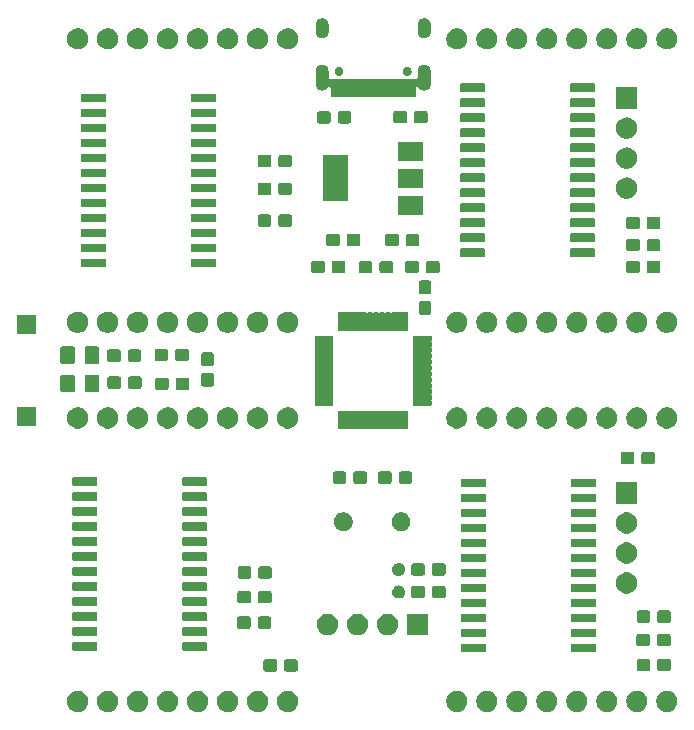
<source format=gbr>
G04 #@! TF.GenerationSoftware,KiCad,Pcbnew,5.1.5+dfsg1-2build2*
G04 #@! TF.CreationDate,2021-09-03T17:34:21+08:00*
G04 #@! TF.ProjectId,lattice_screen,6c617474-6963-4655-9f73-637265656e2e,rev?*
G04 #@! TF.SameCoordinates,Original*
G04 #@! TF.FileFunction,Soldermask,Top*
G04 #@! TF.FilePolarity,Negative*
%FSLAX46Y46*%
G04 Gerber Fmt 4.6, Leading zero omitted, Abs format (unit mm)*
G04 Created by KiCad (PCBNEW 5.1.5+dfsg1-2build2) date 2021-09-03 17:34:21*
%MOMM*%
%LPD*%
G04 APERTURE LIST*
%ADD10C,0.100000*%
G04 APERTURE END LIST*
D10*
G36*
X143293512Y-123203927D02*
G01*
X143442812Y-123233624D01*
X143606784Y-123301544D01*
X143754354Y-123400147D01*
X143879853Y-123525646D01*
X143978456Y-123673216D01*
X144046376Y-123837188D01*
X144081000Y-124011259D01*
X144081000Y-124188741D01*
X144046376Y-124362812D01*
X143978456Y-124526784D01*
X143879853Y-124674354D01*
X143754354Y-124799853D01*
X143606784Y-124898456D01*
X143442812Y-124966376D01*
X143293512Y-124996073D01*
X143268742Y-125001000D01*
X143091258Y-125001000D01*
X143066488Y-124996073D01*
X142917188Y-124966376D01*
X142753216Y-124898456D01*
X142605646Y-124799853D01*
X142480147Y-124674354D01*
X142381544Y-124526784D01*
X142313624Y-124362812D01*
X142279000Y-124188741D01*
X142279000Y-124011259D01*
X142313624Y-123837188D01*
X142381544Y-123673216D01*
X142480147Y-123525646D01*
X142605646Y-123400147D01*
X142753216Y-123301544D01*
X142917188Y-123233624D01*
X143066488Y-123203927D01*
X143091258Y-123199000D01*
X143268742Y-123199000D01*
X143293512Y-123203927D01*
G37*
G36*
X111193512Y-123203927D02*
G01*
X111342812Y-123233624D01*
X111506784Y-123301544D01*
X111654354Y-123400147D01*
X111779853Y-123525646D01*
X111878456Y-123673216D01*
X111946376Y-123837188D01*
X111981000Y-124011259D01*
X111981000Y-124188741D01*
X111946376Y-124362812D01*
X111878456Y-124526784D01*
X111779853Y-124674354D01*
X111654354Y-124799853D01*
X111506784Y-124898456D01*
X111342812Y-124966376D01*
X111193512Y-124996073D01*
X111168742Y-125001000D01*
X110991258Y-125001000D01*
X110966488Y-124996073D01*
X110817188Y-124966376D01*
X110653216Y-124898456D01*
X110505646Y-124799853D01*
X110380147Y-124674354D01*
X110281544Y-124526784D01*
X110213624Y-124362812D01*
X110179000Y-124188741D01*
X110179000Y-124011259D01*
X110213624Y-123837188D01*
X110281544Y-123673216D01*
X110380147Y-123525646D01*
X110505646Y-123400147D01*
X110653216Y-123301544D01*
X110817188Y-123233624D01*
X110966488Y-123203927D01*
X110991258Y-123199000D01*
X111168742Y-123199000D01*
X111193512Y-123203927D01*
G37*
G36*
X128973512Y-123203927D02*
G01*
X129122812Y-123233624D01*
X129286784Y-123301544D01*
X129434354Y-123400147D01*
X129559853Y-123525646D01*
X129658456Y-123673216D01*
X129726376Y-123837188D01*
X129761000Y-124011259D01*
X129761000Y-124188741D01*
X129726376Y-124362812D01*
X129658456Y-124526784D01*
X129559853Y-124674354D01*
X129434354Y-124799853D01*
X129286784Y-124898456D01*
X129122812Y-124966376D01*
X128973512Y-124996073D01*
X128948742Y-125001000D01*
X128771258Y-125001000D01*
X128746488Y-124996073D01*
X128597188Y-124966376D01*
X128433216Y-124898456D01*
X128285646Y-124799853D01*
X128160147Y-124674354D01*
X128061544Y-124526784D01*
X127993624Y-124362812D01*
X127959000Y-124188741D01*
X127959000Y-124011259D01*
X127993624Y-123837188D01*
X128061544Y-123673216D01*
X128160147Y-123525646D01*
X128285646Y-123400147D01*
X128433216Y-123301544D01*
X128597188Y-123233624D01*
X128746488Y-123203927D01*
X128771258Y-123199000D01*
X128948742Y-123199000D01*
X128973512Y-123203927D01*
G37*
G36*
X126433512Y-123203927D02*
G01*
X126582812Y-123233624D01*
X126746784Y-123301544D01*
X126894354Y-123400147D01*
X127019853Y-123525646D01*
X127118456Y-123673216D01*
X127186376Y-123837188D01*
X127221000Y-124011259D01*
X127221000Y-124188741D01*
X127186376Y-124362812D01*
X127118456Y-124526784D01*
X127019853Y-124674354D01*
X126894354Y-124799853D01*
X126746784Y-124898456D01*
X126582812Y-124966376D01*
X126433512Y-124996073D01*
X126408742Y-125001000D01*
X126231258Y-125001000D01*
X126206488Y-124996073D01*
X126057188Y-124966376D01*
X125893216Y-124898456D01*
X125745646Y-124799853D01*
X125620147Y-124674354D01*
X125521544Y-124526784D01*
X125453624Y-124362812D01*
X125419000Y-124188741D01*
X125419000Y-124011259D01*
X125453624Y-123837188D01*
X125521544Y-123673216D01*
X125620147Y-123525646D01*
X125745646Y-123400147D01*
X125893216Y-123301544D01*
X126057188Y-123233624D01*
X126206488Y-123203927D01*
X126231258Y-123199000D01*
X126408742Y-123199000D01*
X126433512Y-123203927D01*
G37*
G36*
X123893512Y-123203927D02*
G01*
X124042812Y-123233624D01*
X124206784Y-123301544D01*
X124354354Y-123400147D01*
X124479853Y-123525646D01*
X124578456Y-123673216D01*
X124646376Y-123837188D01*
X124681000Y-124011259D01*
X124681000Y-124188741D01*
X124646376Y-124362812D01*
X124578456Y-124526784D01*
X124479853Y-124674354D01*
X124354354Y-124799853D01*
X124206784Y-124898456D01*
X124042812Y-124966376D01*
X123893512Y-124996073D01*
X123868742Y-125001000D01*
X123691258Y-125001000D01*
X123666488Y-124996073D01*
X123517188Y-124966376D01*
X123353216Y-124898456D01*
X123205646Y-124799853D01*
X123080147Y-124674354D01*
X122981544Y-124526784D01*
X122913624Y-124362812D01*
X122879000Y-124188741D01*
X122879000Y-124011259D01*
X122913624Y-123837188D01*
X122981544Y-123673216D01*
X123080147Y-123525646D01*
X123205646Y-123400147D01*
X123353216Y-123301544D01*
X123517188Y-123233624D01*
X123666488Y-123203927D01*
X123691258Y-123199000D01*
X123868742Y-123199000D01*
X123893512Y-123203927D01*
G37*
G36*
X121353512Y-123203927D02*
G01*
X121502812Y-123233624D01*
X121666784Y-123301544D01*
X121814354Y-123400147D01*
X121939853Y-123525646D01*
X122038456Y-123673216D01*
X122106376Y-123837188D01*
X122141000Y-124011259D01*
X122141000Y-124188741D01*
X122106376Y-124362812D01*
X122038456Y-124526784D01*
X121939853Y-124674354D01*
X121814354Y-124799853D01*
X121666784Y-124898456D01*
X121502812Y-124966376D01*
X121353512Y-124996073D01*
X121328742Y-125001000D01*
X121151258Y-125001000D01*
X121126488Y-124996073D01*
X120977188Y-124966376D01*
X120813216Y-124898456D01*
X120665646Y-124799853D01*
X120540147Y-124674354D01*
X120441544Y-124526784D01*
X120373624Y-124362812D01*
X120339000Y-124188741D01*
X120339000Y-124011259D01*
X120373624Y-123837188D01*
X120441544Y-123673216D01*
X120540147Y-123525646D01*
X120665646Y-123400147D01*
X120813216Y-123301544D01*
X120977188Y-123233624D01*
X121126488Y-123203927D01*
X121151258Y-123199000D01*
X121328742Y-123199000D01*
X121353512Y-123203927D01*
G37*
G36*
X118813512Y-123203927D02*
G01*
X118962812Y-123233624D01*
X119126784Y-123301544D01*
X119274354Y-123400147D01*
X119399853Y-123525646D01*
X119498456Y-123673216D01*
X119566376Y-123837188D01*
X119601000Y-124011259D01*
X119601000Y-124188741D01*
X119566376Y-124362812D01*
X119498456Y-124526784D01*
X119399853Y-124674354D01*
X119274354Y-124799853D01*
X119126784Y-124898456D01*
X118962812Y-124966376D01*
X118813512Y-124996073D01*
X118788742Y-125001000D01*
X118611258Y-125001000D01*
X118586488Y-124996073D01*
X118437188Y-124966376D01*
X118273216Y-124898456D01*
X118125646Y-124799853D01*
X118000147Y-124674354D01*
X117901544Y-124526784D01*
X117833624Y-124362812D01*
X117799000Y-124188741D01*
X117799000Y-124011259D01*
X117833624Y-123837188D01*
X117901544Y-123673216D01*
X118000147Y-123525646D01*
X118125646Y-123400147D01*
X118273216Y-123301544D01*
X118437188Y-123233624D01*
X118586488Y-123203927D01*
X118611258Y-123199000D01*
X118788742Y-123199000D01*
X118813512Y-123203927D01*
G37*
G36*
X116273512Y-123203927D02*
G01*
X116422812Y-123233624D01*
X116586784Y-123301544D01*
X116734354Y-123400147D01*
X116859853Y-123525646D01*
X116958456Y-123673216D01*
X117026376Y-123837188D01*
X117061000Y-124011259D01*
X117061000Y-124188741D01*
X117026376Y-124362812D01*
X116958456Y-124526784D01*
X116859853Y-124674354D01*
X116734354Y-124799853D01*
X116586784Y-124898456D01*
X116422812Y-124966376D01*
X116273512Y-124996073D01*
X116248742Y-125001000D01*
X116071258Y-125001000D01*
X116046488Y-124996073D01*
X115897188Y-124966376D01*
X115733216Y-124898456D01*
X115585646Y-124799853D01*
X115460147Y-124674354D01*
X115361544Y-124526784D01*
X115293624Y-124362812D01*
X115259000Y-124188741D01*
X115259000Y-124011259D01*
X115293624Y-123837188D01*
X115361544Y-123673216D01*
X115460147Y-123525646D01*
X115585646Y-123400147D01*
X115733216Y-123301544D01*
X115897188Y-123233624D01*
X116046488Y-123203927D01*
X116071258Y-123199000D01*
X116248742Y-123199000D01*
X116273512Y-123203927D01*
G37*
G36*
X113733512Y-123203927D02*
G01*
X113882812Y-123233624D01*
X114046784Y-123301544D01*
X114194354Y-123400147D01*
X114319853Y-123525646D01*
X114418456Y-123673216D01*
X114486376Y-123837188D01*
X114521000Y-124011259D01*
X114521000Y-124188741D01*
X114486376Y-124362812D01*
X114418456Y-124526784D01*
X114319853Y-124674354D01*
X114194354Y-124799853D01*
X114046784Y-124898456D01*
X113882812Y-124966376D01*
X113733512Y-124996073D01*
X113708742Y-125001000D01*
X113531258Y-125001000D01*
X113506488Y-124996073D01*
X113357188Y-124966376D01*
X113193216Y-124898456D01*
X113045646Y-124799853D01*
X112920147Y-124674354D01*
X112821544Y-124526784D01*
X112753624Y-124362812D01*
X112719000Y-124188741D01*
X112719000Y-124011259D01*
X112753624Y-123837188D01*
X112821544Y-123673216D01*
X112920147Y-123525646D01*
X113045646Y-123400147D01*
X113193216Y-123301544D01*
X113357188Y-123233624D01*
X113506488Y-123203927D01*
X113531258Y-123199000D01*
X113708742Y-123199000D01*
X113733512Y-123203927D01*
G37*
G36*
X158533512Y-123203927D02*
G01*
X158682812Y-123233624D01*
X158846784Y-123301544D01*
X158994354Y-123400147D01*
X159119853Y-123525646D01*
X159218456Y-123673216D01*
X159286376Y-123837188D01*
X159321000Y-124011259D01*
X159321000Y-124188741D01*
X159286376Y-124362812D01*
X159218456Y-124526784D01*
X159119853Y-124674354D01*
X158994354Y-124799853D01*
X158846784Y-124898456D01*
X158682812Y-124966376D01*
X158533512Y-124996073D01*
X158508742Y-125001000D01*
X158331258Y-125001000D01*
X158306488Y-124996073D01*
X158157188Y-124966376D01*
X157993216Y-124898456D01*
X157845646Y-124799853D01*
X157720147Y-124674354D01*
X157621544Y-124526784D01*
X157553624Y-124362812D01*
X157519000Y-124188741D01*
X157519000Y-124011259D01*
X157553624Y-123837188D01*
X157621544Y-123673216D01*
X157720147Y-123525646D01*
X157845646Y-123400147D01*
X157993216Y-123301544D01*
X158157188Y-123233624D01*
X158306488Y-123203927D01*
X158331258Y-123199000D01*
X158508742Y-123199000D01*
X158533512Y-123203927D01*
G37*
G36*
X161073512Y-123203927D02*
G01*
X161222812Y-123233624D01*
X161386784Y-123301544D01*
X161534354Y-123400147D01*
X161659853Y-123525646D01*
X161758456Y-123673216D01*
X161826376Y-123837188D01*
X161861000Y-124011259D01*
X161861000Y-124188741D01*
X161826376Y-124362812D01*
X161758456Y-124526784D01*
X161659853Y-124674354D01*
X161534354Y-124799853D01*
X161386784Y-124898456D01*
X161222812Y-124966376D01*
X161073512Y-124996073D01*
X161048742Y-125001000D01*
X160871258Y-125001000D01*
X160846488Y-124996073D01*
X160697188Y-124966376D01*
X160533216Y-124898456D01*
X160385646Y-124799853D01*
X160260147Y-124674354D01*
X160161544Y-124526784D01*
X160093624Y-124362812D01*
X160059000Y-124188741D01*
X160059000Y-124011259D01*
X160093624Y-123837188D01*
X160161544Y-123673216D01*
X160260147Y-123525646D01*
X160385646Y-123400147D01*
X160533216Y-123301544D01*
X160697188Y-123233624D01*
X160846488Y-123203927D01*
X160871258Y-123199000D01*
X161048742Y-123199000D01*
X161073512Y-123203927D01*
G37*
G36*
X145833512Y-123203927D02*
G01*
X145982812Y-123233624D01*
X146146784Y-123301544D01*
X146294354Y-123400147D01*
X146419853Y-123525646D01*
X146518456Y-123673216D01*
X146586376Y-123837188D01*
X146621000Y-124011259D01*
X146621000Y-124188741D01*
X146586376Y-124362812D01*
X146518456Y-124526784D01*
X146419853Y-124674354D01*
X146294354Y-124799853D01*
X146146784Y-124898456D01*
X145982812Y-124966376D01*
X145833512Y-124996073D01*
X145808742Y-125001000D01*
X145631258Y-125001000D01*
X145606488Y-124996073D01*
X145457188Y-124966376D01*
X145293216Y-124898456D01*
X145145646Y-124799853D01*
X145020147Y-124674354D01*
X144921544Y-124526784D01*
X144853624Y-124362812D01*
X144819000Y-124188741D01*
X144819000Y-124011259D01*
X144853624Y-123837188D01*
X144921544Y-123673216D01*
X145020147Y-123525646D01*
X145145646Y-123400147D01*
X145293216Y-123301544D01*
X145457188Y-123233624D01*
X145606488Y-123203927D01*
X145631258Y-123199000D01*
X145808742Y-123199000D01*
X145833512Y-123203927D01*
G37*
G36*
X148373512Y-123203927D02*
G01*
X148522812Y-123233624D01*
X148686784Y-123301544D01*
X148834354Y-123400147D01*
X148959853Y-123525646D01*
X149058456Y-123673216D01*
X149126376Y-123837188D01*
X149161000Y-124011259D01*
X149161000Y-124188741D01*
X149126376Y-124362812D01*
X149058456Y-124526784D01*
X148959853Y-124674354D01*
X148834354Y-124799853D01*
X148686784Y-124898456D01*
X148522812Y-124966376D01*
X148373512Y-124996073D01*
X148348742Y-125001000D01*
X148171258Y-125001000D01*
X148146488Y-124996073D01*
X147997188Y-124966376D01*
X147833216Y-124898456D01*
X147685646Y-124799853D01*
X147560147Y-124674354D01*
X147461544Y-124526784D01*
X147393624Y-124362812D01*
X147359000Y-124188741D01*
X147359000Y-124011259D01*
X147393624Y-123837188D01*
X147461544Y-123673216D01*
X147560147Y-123525646D01*
X147685646Y-123400147D01*
X147833216Y-123301544D01*
X147997188Y-123233624D01*
X148146488Y-123203927D01*
X148171258Y-123199000D01*
X148348742Y-123199000D01*
X148373512Y-123203927D01*
G37*
G36*
X153453512Y-123203927D02*
G01*
X153602812Y-123233624D01*
X153766784Y-123301544D01*
X153914354Y-123400147D01*
X154039853Y-123525646D01*
X154138456Y-123673216D01*
X154206376Y-123837188D01*
X154241000Y-124011259D01*
X154241000Y-124188741D01*
X154206376Y-124362812D01*
X154138456Y-124526784D01*
X154039853Y-124674354D01*
X153914354Y-124799853D01*
X153766784Y-124898456D01*
X153602812Y-124966376D01*
X153453512Y-124996073D01*
X153428742Y-125001000D01*
X153251258Y-125001000D01*
X153226488Y-124996073D01*
X153077188Y-124966376D01*
X152913216Y-124898456D01*
X152765646Y-124799853D01*
X152640147Y-124674354D01*
X152541544Y-124526784D01*
X152473624Y-124362812D01*
X152439000Y-124188741D01*
X152439000Y-124011259D01*
X152473624Y-123837188D01*
X152541544Y-123673216D01*
X152640147Y-123525646D01*
X152765646Y-123400147D01*
X152913216Y-123301544D01*
X153077188Y-123233624D01*
X153226488Y-123203927D01*
X153251258Y-123199000D01*
X153428742Y-123199000D01*
X153453512Y-123203927D01*
G37*
G36*
X150913512Y-123203927D02*
G01*
X151062812Y-123233624D01*
X151226784Y-123301544D01*
X151374354Y-123400147D01*
X151499853Y-123525646D01*
X151598456Y-123673216D01*
X151666376Y-123837188D01*
X151701000Y-124011259D01*
X151701000Y-124188741D01*
X151666376Y-124362812D01*
X151598456Y-124526784D01*
X151499853Y-124674354D01*
X151374354Y-124799853D01*
X151226784Y-124898456D01*
X151062812Y-124966376D01*
X150913512Y-124996073D01*
X150888742Y-125001000D01*
X150711258Y-125001000D01*
X150686488Y-124996073D01*
X150537188Y-124966376D01*
X150373216Y-124898456D01*
X150225646Y-124799853D01*
X150100147Y-124674354D01*
X150001544Y-124526784D01*
X149933624Y-124362812D01*
X149899000Y-124188741D01*
X149899000Y-124011259D01*
X149933624Y-123837188D01*
X150001544Y-123673216D01*
X150100147Y-123525646D01*
X150225646Y-123400147D01*
X150373216Y-123301544D01*
X150537188Y-123233624D01*
X150686488Y-123203927D01*
X150711258Y-123199000D01*
X150888742Y-123199000D01*
X150913512Y-123203927D01*
G37*
G36*
X155993512Y-123203927D02*
G01*
X156142812Y-123233624D01*
X156306784Y-123301544D01*
X156454354Y-123400147D01*
X156579853Y-123525646D01*
X156678456Y-123673216D01*
X156746376Y-123837188D01*
X156781000Y-124011259D01*
X156781000Y-124188741D01*
X156746376Y-124362812D01*
X156678456Y-124526784D01*
X156579853Y-124674354D01*
X156454354Y-124799853D01*
X156306784Y-124898456D01*
X156142812Y-124966376D01*
X155993512Y-124996073D01*
X155968742Y-125001000D01*
X155791258Y-125001000D01*
X155766488Y-124996073D01*
X155617188Y-124966376D01*
X155453216Y-124898456D01*
X155305646Y-124799853D01*
X155180147Y-124674354D01*
X155081544Y-124526784D01*
X155013624Y-124362812D01*
X154979000Y-124188741D01*
X154979000Y-124011259D01*
X155013624Y-123837188D01*
X155081544Y-123673216D01*
X155180147Y-123525646D01*
X155305646Y-123400147D01*
X155453216Y-123301544D01*
X155617188Y-123233624D01*
X155766488Y-123203927D01*
X155791258Y-123199000D01*
X155968742Y-123199000D01*
X155993512Y-123203927D01*
G37*
G36*
X129548099Y-120534845D02*
G01*
X129585595Y-120546220D01*
X129620154Y-120564692D01*
X129650447Y-120589553D01*
X129675308Y-120619846D01*
X129693780Y-120654405D01*
X129705155Y-120691901D01*
X129709600Y-120737038D01*
X129709600Y-121375762D01*
X129705155Y-121420899D01*
X129693780Y-121458395D01*
X129675308Y-121492954D01*
X129650447Y-121523247D01*
X129620154Y-121548108D01*
X129585595Y-121566580D01*
X129548099Y-121577955D01*
X129502962Y-121582400D01*
X128764238Y-121582400D01*
X128719101Y-121577955D01*
X128681605Y-121566580D01*
X128647046Y-121548108D01*
X128616753Y-121523247D01*
X128591892Y-121492954D01*
X128573420Y-121458395D01*
X128562045Y-121420899D01*
X128557600Y-121375762D01*
X128557600Y-120737038D01*
X128562045Y-120691901D01*
X128573420Y-120654405D01*
X128591892Y-120619846D01*
X128616753Y-120589553D01*
X128647046Y-120564692D01*
X128681605Y-120546220D01*
X128719101Y-120534845D01*
X128764238Y-120530400D01*
X129502962Y-120530400D01*
X129548099Y-120534845D01*
G37*
G36*
X127798099Y-120534845D02*
G01*
X127835595Y-120546220D01*
X127870154Y-120564692D01*
X127900447Y-120589553D01*
X127925308Y-120619846D01*
X127943780Y-120654405D01*
X127955155Y-120691901D01*
X127959600Y-120737038D01*
X127959600Y-121375762D01*
X127955155Y-121420899D01*
X127943780Y-121458395D01*
X127925308Y-121492954D01*
X127900447Y-121523247D01*
X127870154Y-121548108D01*
X127835595Y-121566580D01*
X127798099Y-121577955D01*
X127752962Y-121582400D01*
X127014238Y-121582400D01*
X126969101Y-121577955D01*
X126931605Y-121566580D01*
X126897046Y-121548108D01*
X126866753Y-121523247D01*
X126841892Y-121492954D01*
X126823420Y-121458395D01*
X126812045Y-121420899D01*
X126807600Y-121375762D01*
X126807600Y-120737038D01*
X126812045Y-120691901D01*
X126823420Y-120654405D01*
X126841892Y-120619846D01*
X126866753Y-120589553D01*
X126897046Y-120564692D01*
X126931605Y-120546220D01*
X126969101Y-120534845D01*
X127014238Y-120530400D01*
X127752962Y-120530400D01*
X127798099Y-120534845D01*
G37*
G36*
X161143099Y-120509445D02*
G01*
X161180595Y-120520820D01*
X161215154Y-120539292D01*
X161245447Y-120564153D01*
X161270308Y-120594446D01*
X161288780Y-120629005D01*
X161300155Y-120666501D01*
X161304600Y-120711638D01*
X161304600Y-121350362D01*
X161300155Y-121395499D01*
X161288780Y-121432995D01*
X161270308Y-121467554D01*
X161245447Y-121497847D01*
X161215154Y-121522708D01*
X161180595Y-121541180D01*
X161143099Y-121552555D01*
X161097962Y-121557000D01*
X160359238Y-121557000D01*
X160314101Y-121552555D01*
X160276605Y-121541180D01*
X160242046Y-121522708D01*
X160211753Y-121497847D01*
X160186892Y-121467554D01*
X160168420Y-121432995D01*
X160157045Y-121395499D01*
X160152600Y-121350362D01*
X160152600Y-120711638D01*
X160157045Y-120666501D01*
X160168420Y-120629005D01*
X160186892Y-120594446D01*
X160211753Y-120564153D01*
X160242046Y-120539292D01*
X160276605Y-120520820D01*
X160314101Y-120509445D01*
X160359238Y-120505000D01*
X161097962Y-120505000D01*
X161143099Y-120509445D01*
G37*
G36*
X159393099Y-120509445D02*
G01*
X159430595Y-120520820D01*
X159465154Y-120539292D01*
X159495447Y-120564153D01*
X159520308Y-120594446D01*
X159538780Y-120629005D01*
X159550155Y-120666501D01*
X159554600Y-120711638D01*
X159554600Y-121350362D01*
X159550155Y-121395499D01*
X159538780Y-121432995D01*
X159520308Y-121467554D01*
X159495447Y-121497847D01*
X159465154Y-121522708D01*
X159430595Y-121541180D01*
X159393099Y-121552555D01*
X159347962Y-121557000D01*
X158609238Y-121557000D01*
X158564101Y-121552555D01*
X158526605Y-121541180D01*
X158492046Y-121522708D01*
X158461753Y-121497847D01*
X158436892Y-121467554D01*
X158418420Y-121432995D01*
X158407045Y-121395499D01*
X158402600Y-121350362D01*
X158402600Y-120711638D01*
X158407045Y-120666501D01*
X158418420Y-120629005D01*
X158436892Y-120594446D01*
X158461753Y-120564153D01*
X158492046Y-120539292D01*
X158526605Y-120520820D01*
X158564101Y-120509445D01*
X158609238Y-120505000D01*
X159347962Y-120505000D01*
X159393099Y-120509445D01*
G37*
G36*
X154885328Y-119234964D02*
G01*
X154906409Y-119241360D01*
X154925845Y-119251748D01*
X154942876Y-119265724D01*
X154956852Y-119282755D01*
X154967240Y-119302191D01*
X154973636Y-119323272D01*
X154976400Y-119351340D01*
X154976400Y-119815060D01*
X154973636Y-119843128D01*
X154967240Y-119864209D01*
X154956852Y-119883645D01*
X154942876Y-119900676D01*
X154925845Y-119914652D01*
X154906409Y-119925040D01*
X154885328Y-119931436D01*
X154857260Y-119934200D01*
X152943540Y-119934200D01*
X152915472Y-119931436D01*
X152894391Y-119925040D01*
X152874955Y-119914652D01*
X152857924Y-119900676D01*
X152843948Y-119883645D01*
X152833560Y-119864209D01*
X152827164Y-119843128D01*
X152824400Y-119815060D01*
X152824400Y-119351340D01*
X152827164Y-119323272D01*
X152833560Y-119302191D01*
X152843948Y-119282755D01*
X152857924Y-119265724D01*
X152874955Y-119251748D01*
X152894391Y-119241360D01*
X152915472Y-119234964D01*
X152943540Y-119232200D01*
X154857260Y-119232200D01*
X154885328Y-119234964D01*
G37*
G36*
X145585328Y-119234964D02*
G01*
X145606409Y-119241360D01*
X145625845Y-119251748D01*
X145642876Y-119265724D01*
X145656852Y-119282755D01*
X145667240Y-119302191D01*
X145673636Y-119323272D01*
X145676400Y-119351340D01*
X145676400Y-119815060D01*
X145673636Y-119843128D01*
X145667240Y-119864209D01*
X145656852Y-119883645D01*
X145642876Y-119900676D01*
X145625845Y-119914652D01*
X145606409Y-119925040D01*
X145585328Y-119931436D01*
X145557260Y-119934200D01*
X143643540Y-119934200D01*
X143615472Y-119931436D01*
X143594391Y-119925040D01*
X143574955Y-119914652D01*
X143557924Y-119900676D01*
X143543948Y-119883645D01*
X143533560Y-119864209D01*
X143527164Y-119843128D01*
X143524400Y-119815060D01*
X143524400Y-119351340D01*
X143527164Y-119323272D01*
X143533560Y-119302191D01*
X143543948Y-119282755D01*
X143557924Y-119265724D01*
X143574955Y-119251748D01*
X143594391Y-119241360D01*
X143615472Y-119234964D01*
X143643540Y-119232200D01*
X145557260Y-119232200D01*
X145585328Y-119234964D01*
G37*
G36*
X121966928Y-119107964D02*
G01*
X121988009Y-119114360D01*
X122007445Y-119124748D01*
X122024476Y-119138724D01*
X122038452Y-119155755D01*
X122048840Y-119175191D01*
X122055236Y-119196272D01*
X122058000Y-119224340D01*
X122058000Y-119688060D01*
X122055236Y-119716128D01*
X122048840Y-119737209D01*
X122038452Y-119756645D01*
X122024476Y-119773676D01*
X122007445Y-119787652D01*
X121988009Y-119798040D01*
X121966928Y-119804436D01*
X121938860Y-119807200D01*
X120025140Y-119807200D01*
X119997072Y-119804436D01*
X119975991Y-119798040D01*
X119956555Y-119787652D01*
X119939524Y-119773676D01*
X119925548Y-119756645D01*
X119915160Y-119737209D01*
X119908764Y-119716128D01*
X119906000Y-119688060D01*
X119906000Y-119224340D01*
X119908764Y-119196272D01*
X119915160Y-119175191D01*
X119925548Y-119155755D01*
X119939524Y-119138724D01*
X119956555Y-119124748D01*
X119975991Y-119114360D01*
X119997072Y-119107964D01*
X120025140Y-119105200D01*
X121938860Y-119105200D01*
X121966928Y-119107964D01*
G37*
G36*
X112666928Y-119107964D02*
G01*
X112688009Y-119114360D01*
X112707445Y-119124748D01*
X112724476Y-119138724D01*
X112738452Y-119155755D01*
X112748840Y-119175191D01*
X112755236Y-119196272D01*
X112758000Y-119224340D01*
X112758000Y-119688060D01*
X112755236Y-119716128D01*
X112748840Y-119737209D01*
X112738452Y-119756645D01*
X112724476Y-119773676D01*
X112707445Y-119787652D01*
X112688009Y-119798040D01*
X112666928Y-119804436D01*
X112638860Y-119807200D01*
X110725140Y-119807200D01*
X110697072Y-119804436D01*
X110675991Y-119798040D01*
X110656555Y-119787652D01*
X110639524Y-119773676D01*
X110625548Y-119756645D01*
X110615160Y-119737209D01*
X110608764Y-119716128D01*
X110606000Y-119688060D01*
X110606000Y-119224340D01*
X110608764Y-119196272D01*
X110615160Y-119175191D01*
X110625548Y-119155755D01*
X110639524Y-119138724D01*
X110656555Y-119124748D01*
X110675991Y-119114360D01*
X110697072Y-119107964D01*
X110725140Y-119105200D01*
X112638860Y-119105200D01*
X112666928Y-119107964D01*
G37*
G36*
X159370299Y-118375845D02*
G01*
X159407795Y-118387220D01*
X159442354Y-118405692D01*
X159472647Y-118430553D01*
X159497508Y-118460846D01*
X159515980Y-118495405D01*
X159527355Y-118532901D01*
X159531800Y-118578038D01*
X159531800Y-119216762D01*
X159527355Y-119261899D01*
X159515980Y-119299395D01*
X159497508Y-119333954D01*
X159472647Y-119364247D01*
X159442354Y-119389108D01*
X159407795Y-119407580D01*
X159370299Y-119418955D01*
X159325162Y-119423400D01*
X158586438Y-119423400D01*
X158541301Y-119418955D01*
X158503805Y-119407580D01*
X158469246Y-119389108D01*
X158438953Y-119364247D01*
X158414092Y-119333954D01*
X158395620Y-119299395D01*
X158384245Y-119261899D01*
X158379800Y-119216762D01*
X158379800Y-118578038D01*
X158384245Y-118532901D01*
X158395620Y-118495405D01*
X158414092Y-118460846D01*
X158438953Y-118430553D01*
X158469246Y-118405692D01*
X158503805Y-118387220D01*
X158541301Y-118375845D01*
X158586438Y-118371400D01*
X159325162Y-118371400D01*
X159370299Y-118375845D01*
G37*
G36*
X161120299Y-118375845D02*
G01*
X161157795Y-118387220D01*
X161192354Y-118405692D01*
X161222647Y-118430553D01*
X161247508Y-118460846D01*
X161265980Y-118495405D01*
X161277355Y-118532901D01*
X161281800Y-118578038D01*
X161281800Y-119216762D01*
X161277355Y-119261899D01*
X161265980Y-119299395D01*
X161247508Y-119333954D01*
X161222647Y-119364247D01*
X161192354Y-119389108D01*
X161157795Y-119407580D01*
X161120299Y-119418955D01*
X161075162Y-119423400D01*
X160336438Y-119423400D01*
X160291301Y-119418955D01*
X160253805Y-119407580D01*
X160219246Y-119389108D01*
X160188953Y-119364247D01*
X160164092Y-119333954D01*
X160145620Y-119299395D01*
X160134245Y-119261899D01*
X160129800Y-119216762D01*
X160129800Y-118578038D01*
X160134245Y-118532901D01*
X160145620Y-118495405D01*
X160164092Y-118460846D01*
X160188953Y-118430553D01*
X160219246Y-118405692D01*
X160253805Y-118387220D01*
X160291301Y-118375845D01*
X160336438Y-118371400D01*
X161075162Y-118371400D01*
X161120299Y-118375845D01*
G37*
G36*
X145585328Y-117964964D02*
G01*
X145606409Y-117971360D01*
X145625845Y-117981748D01*
X145642876Y-117995724D01*
X145656852Y-118012755D01*
X145667240Y-118032191D01*
X145673636Y-118053272D01*
X145676400Y-118081340D01*
X145676400Y-118545060D01*
X145673636Y-118573128D01*
X145667240Y-118594209D01*
X145656852Y-118613645D01*
X145642876Y-118630676D01*
X145625845Y-118644652D01*
X145606409Y-118655040D01*
X145585328Y-118661436D01*
X145557260Y-118664200D01*
X143643540Y-118664200D01*
X143615472Y-118661436D01*
X143594391Y-118655040D01*
X143574955Y-118644652D01*
X143557924Y-118630676D01*
X143543948Y-118613645D01*
X143533560Y-118594209D01*
X143527164Y-118573128D01*
X143524400Y-118545060D01*
X143524400Y-118081340D01*
X143527164Y-118053272D01*
X143533560Y-118032191D01*
X143543948Y-118012755D01*
X143557924Y-117995724D01*
X143574955Y-117981748D01*
X143594391Y-117971360D01*
X143615472Y-117964964D01*
X143643540Y-117962200D01*
X145557260Y-117962200D01*
X145585328Y-117964964D01*
G37*
G36*
X154885328Y-117964964D02*
G01*
X154906409Y-117971360D01*
X154925845Y-117981748D01*
X154942876Y-117995724D01*
X154956852Y-118012755D01*
X154967240Y-118032191D01*
X154973636Y-118053272D01*
X154976400Y-118081340D01*
X154976400Y-118545060D01*
X154973636Y-118573128D01*
X154967240Y-118594209D01*
X154956852Y-118613645D01*
X154942876Y-118630676D01*
X154925845Y-118644652D01*
X154906409Y-118655040D01*
X154885328Y-118661436D01*
X154857260Y-118664200D01*
X152943540Y-118664200D01*
X152915472Y-118661436D01*
X152894391Y-118655040D01*
X152874955Y-118644652D01*
X152857924Y-118630676D01*
X152843948Y-118613645D01*
X152833560Y-118594209D01*
X152827164Y-118573128D01*
X152824400Y-118545060D01*
X152824400Y-118081340D01*
X152827164Y-118053272D01*
X152833560Y-118032191D01*
X152843948Y-118012755D01*
X152857924Y-117995724D01*
X152874955Y-117981748D01*
X152894391Y-117971360D01*
X152915472Y-117964964D01*
X152943540Y-117962200D01*
X154857260Y-117962200D01*
X154885328Y-117964964D01*
G37*
G36*
X121966928Y-117837964D02*
G01*
X121988009Y-117844360D01*
X122007445Y-117854748D01*
X122024476Y-117868724D01*
X122038452Y-117885755D01*
X122048840Y-117905191D01*
X122055236Y-117926272D01*
X122058000Y-117954340D01*
X122058000Y-118418060D01*
X122055236Y-118446128D01*
X122048840Y-118467209D01*
X122038452Y-118486645D01*
X122024476Y-118503676D01*
X122007445Y-118517652D01*
X121988009Y-118528040D01*
X121966928Y-118534436D01*
X121938860Y-118537200D01*
X120025140Y-118537200D01*
X119997072Y-118534436D01*
X119975991Y-118528040D01*
X119956555Y-118517652D01*
X119939524Y-118503676D01*
X119925548Y-118486645D01*
X119915160Y-118467209D01*
X119908764Y-118446128D01*
X119906000Y-118418060D01*
X119906000Y-117954340D01*
X119908764Y-117926272D01*
X119915160Y-117905191D01*
X119925548Y-117885755D01*
X119939524Y-117868724D01*
X119956555Y-117854748D01*
X119975991Y-117844360D01*
X119997072Y-117837964D01*
X120025140Y-117835200D01*
X121938860Y-117835200D01*
X121966928Y-117837964D01*
G37*
G36*
X112666928Y-117837964D02*
G01*
X112688009Y-117844360D01*
X112707445Y-117854748D01*
X112724476Y-117868724D01*
X112738452Y-117885755D01*
X112748840Y-117905191D01*
X112755236Y-117926272D01*
X112758000Y-117954340D01*
X112758000Y-118418060D01*
X112755236Y-118446128D01*
X112748840Y-118467209D01*
X112738452Y-118486645D01*
X112724476Y-118503676D01*
X112707445Y-118517652D01*
X112688009Y-118528040D01*
X112666928Y-118534436D01*
X112638860Y-118537200D01*
X110725140Y-118537200D01*
X110697072Y-118534436D01*
X110675991Y-118528040D01*
X110656555Y-118517652D01*
X110639524Y-118503676D01*
X110625548Y-118486645D01*
X110615160Y-118467209D01*
X110608764Y-118446128D01*
X110606000Y-118418060D01*
X110606000Y-117954340D01*
X110608764Y-117926272D01*
X110615160Y-117905191D01*
X110625548Y-117885755D01*
X110639524Y-117868724D01*
X110656555Y-117854748D01*
X110675991Y-117844360D01*
X110697072Y-117837964D01*
X110725140Y-117835200D01*
X112638860Y-117835200D01*
X112666928Y-117837964D01*
G37*
G36*
X140753400Y-118477600D02*
G01*
X138951400Y-118477600D01*
X138951400Y-116675600D01*
X140753400Y-116675600D01*
X140753400Y-118477600D01*
G37*
G36*
X134885912Y-116680527D02*
G01*
X135035212Y-116710224D01*
X135199184Y-116778144D01*
X135346754Y-116876747D01*
X135472253Y-117002246D01*
X135570856Y-117149816D01*
X135638776Y-117313788D01*
X135673400Y-117487859D01*
X135673400Y-117665341D01*
X135638776Y-117839412D01*
X135570856Y-118003384D01*
X135472253Y-118150954D01*
X135346754Y-118276453D01*
X135199184Y-118375056D01*
X135035212Y-118442976D01*
X134885912Y-118472673D01*
X134861142Y-118477600D01*
X134683658Y-118477600D01*
X134658888Y-118472673D01*
X134509588Y-118442976D01*
X134345616Y-118375056D01*
X134198046Y-118276453D01*
X134072547Y-118150954D01*
X133973944Y-118003384D01*
X133906024Y-117839412D01*
X133871400Y-117665341D01*
X133871400Y-117487859D01*
X133906024Y-117313788D01*
X133973944Y-117149816D01*
X134072547Y-117002246D01*
X134198046Y-116876747D01*
X134345616Y-116778144D01*
X134509588Y-116710224D01*
X134658888Y-116680527D01*
X134683658Y-116675600D01*
X134861142Y-116675600D01*
X134885912Y-116680527D01*
G37*
G36*
X137425912Y-116680527D02*
G01*
X137575212Y-116710224D01*
X137739184Y-116778144D01*
X137886754Y-116876747D01*
X138012253Y-117002246D01*
X138110856Y-117149816D01*
X138178776Y-117313788D01*
X138213400Y-117487859D01*
X138213400Y-117665341D01*
X138178776Y-117839412D01*
X138110856Y-118003384D01*
X138012253Y-118150954D01*
X137886754Y-118276453D01*
X137739184Y-118375056D01*
X137575212Y-118442976D01*
X137425912Y-118472673D01*
X137401142Y-118477600D01*
X137223658Y-118477600D01*
X137198888Y-118472673D01*
X137049588Y-118442976D01*
X136885616Y-118375056D01*
X136738046Y-118276453D01*
X136612547Y-118150954D01*
X136513944Y-118003384D01*
X136446024Y-117839412D01*
X136411400Y-117665341D01*
X136411400Y-117487859D01*
X136446024Y-117313788D01*
X136513944Y-117149816D01*
X136612547Y-117002246D01*
X136738046Y-116876747D01*
X136885616Y-116778144D01*
X137049588Y-116710224D01*
X137198888Y-116680527D01*
X137223658Y-116675600D01*
X137401142Y-116675600D01*
X137425912Y-116680527D01*
G37*
G36*
X132345912Y-116680527D02*
G01*
X132495212Y-116710224D01*
X132659184Y-116778144D01*
X132806754Y-116876747D01*
X132932253Y-117002246D01*
X133030856Y-117149816D01*
X133098776Y-117313788D01*
X133133400Y-117487859D01*
X133133400Y-117665341D01*
X133098776Y-117839412D01*
X133030856Y-118003384D01*
X132932253Y-118150954D01*
X132806754Y-118276453D01*
X132659184Y-118375056D01*
X132495212Y-118442976D01*
X132345912Y-118472673D01*
X132321142Y-118477600D01*
X132143658Y-118477600D01*
X132118888Y-118472673D01*
X131969588Y-118442976D01*
X131805616Y-118375056D01*
X131658046Y-118276453D01*
X131532547Y-118150954D01*
X131433944Y-118003384D01*
X131366024Y-117839412D01*
X131331400Y-117665341D01*
X131331400Y-117487859D01*
X131366024Y-117313788D01*
X131433944Y-117149816D01*
X131532547Y-117002246D01*
X131658046Y-116876747D01*
X131805616Y-116778144D01*
X131969588Y-116710224D01*
X132118888Y-116680527D01*
X132143658Y-116675600D01*
X132321142Y-116675600D01*
X132345912Y-116680527D01*
G37*
G36*
X127312899Y-116902645D02*
G01*
X127350395Y-116914020D01*
X127384954Y-116932492D01*
X127415247Y-116957353D01*
X127440108Y-116987646D01*
X127458580Y-117022205D01*
X127469955Y-117059701D01*
X127474400Y-117104838D01*
X127474400Y-117743562D01*
X127469955Y-117788699D01*
X127458580Y-117826195D01*
X127440108Y-117860754D01*
X127415247Y-117891047D01*
X127384954Y-117915908D01*
X127350395Y-117934380D01*
X127312899Y-117945755D01*
X127267762Y-117950200D01*
X126529038Y-117950200D01*
X126483901Y-117945755D01*
X126446405Y-117934380D01*
X126411846Y-117915908D01*
X126381553Y-117891047D01*
X126356692Y-117860754D01*
X126338220Y-117826195D01*
X126326845Y-117788699D01*
X126322400Y-117743562D01*
X126322400Y-117104838D01*
X126326845Y-117059701D01*
X126338220Y-117022205D01*
X126356692Y-116987646D01*
X126381553Y-116957353D01*
X126411846Y-116932492D01*
X126446405Y-116914020D01*
X126483901Y-116902645D01*
X126529038Y-116898200D01*
X127267762Y-116898200D01*
X127312899Y-116902645D01*
G37*
G36*
X125562899Y-116902645D02*
G01*
X125600395Y-116914020D01*
X125634954Y-116932492D01*
X125665247Y-116957353D01*
X125690108Y-116987646D01*
X125708580Y-117022205D01*
X125719955Y-117059701D01*
X125724400Y-117104838D01*
X125724400Y-117743562D01*
X125719955Y-117788699D01*
X125708580Y-117826195D01*
X125690108Y-117860754D01*
X125665247Y-117891047D01*
X125634954Y-117915908D01*
X125600395Y-117934380D01*
X125562899Y-117945755D01*
X125517762Y-117950200D01*
X124779038Y-117950200D01*
X124733901Y-117945755D01*
X124696405Y-117934380D01*
X124661846Y-117915908D01*
X124631553Y-117891047D01*
X124606692Y-117860754D01*
X124588220Y-117826195D01*
X124576845Y-117788699D01*
X124572400Y-117743562D01*
X124572400Y-117104838D01*
X124576845Y-117059701D01*
X124588220Y-117022205D01*
X124606692Y-116987646D01*
X124631553Y-116957353D01*
X124661846Y-116932492D01*
X124696405Y-116914020D01*
X124733901Y-116902645D01*
X124779038Y-116898200D01*
X125517762Y-116898200D01*
X125562899Y-116902645D01*
G37*
G36*
X161143099Y-116394645D02*
G01*
X161180595Y-116406020D01*
X161215154Y-116424492D01*
X161245447Y-116449353D01*
X161270308Y-116479646D01*
X161288780Y-116514205D01*
X161300155Y-116551701D01*
X161304600Y-116596838D01*
X161304600Y-117235562D01*
X161300155Y-117280699D01*
X161288780Y-117318195D01*
X161270308Y-117352754D01*
X161245447Y-117383047D01*
X161215154Y-117407908D01*
X161180595Y-117426380D01*
X161143099Y-117437755D01*
X161097962Y-117442200D01*
X160359238Y-117442200D01*
X160314101Y-117437755D01*
X160276605Y-117426380D01*
X160242046Y-117407908D01*
X160211753Y-117383047D01*
X160186892Y-117352754D01*
X160168420Y-117318195D01*
X160157045Y-117280699D01*
X160152600Y-117235562D01*
X160152600Y-116596838D01*
X160157045Y-116551701D01*
X160168420Y-116514205D01*
X160186892Y-116479646D01*
X160211753Y-116449353D01*
X160242046Y-116424492D01*
X160276605Y-116406020D01*
X160314101Y-116394645D01*
X160359238Y-116390200D01*
X161097962Y-116390200D01*
X161143099Y-116394645D01*
G37*
G36*
X159393099Y-116394645D02*
G01*
X159430595Y-116406020D01*
X159465154Y-116424492D01*
X159495447Y-116449353D01*
X159520308Y-116479646D01*
X159538780Y-116514205D01*
X159550155Y-116551701D01*
X159554600Y-116596838D01*
X159554600Y-117235562D01*
X159550155Y-117280699D01*
X159538780Y-117318195D01*
X159520308Y-117352754D01*
X159495447Y-117383047D01*
X159465154Y-117407908D01*
X159430595Y-117426380D01*
X159393099Y-117437755D01*
X159347962Y-117442200D01*
X158609238Y-117442200D01*
X158564101Y-117437755D01*
X158526605Y-117426380D01*
X158492046Y-117407908D01*
X158461753Y-117383047D01*
X158436892Y-117352754D01*
X158418420Y-117318195D01*
X158407045Y-117280699D01*
X158402600Y-117235562D01*
X158402600Y-116596838D01*
X158407045Y-116551701D01*
X158418420Y-116514205D01*
X158436892Y-116479646D01*
X158461753Y-116449353D01*
X158492046Y-116424492D01*
X158526605Y-116406020D01*
X158564101Y-116394645D01*
X158609238Y-116390200D01*
X159347962Y-116390200D01*
X159393099Y-116394645D01*
G37*
G36*
X154885328Y-116694964D02*
G01*
X154906409Y-116701360D01*
X154925845Y-116711748D01*
X154942876Y-116725724D01*
X154956852Y-116742755D01*
X154967240Y-116762191D01*
X154973636Y-116783272D01*
X154976400Y-116811340D01*
X154976400Y-117275060D01*
X154973636Y-117303128D01*
X154967240Y-117324209D01*
X154956852Y-117343645D01*
X154942876Y-117360676D01*
X154925845Y-117374652D01*
X154906409Y-117385040D01*
X154885328Y-117391436D01*
X154857260Y-117394200D01*
X152943540Y-117394200D01*
X152915472Y-117391436D01*
X152894391Y-117385040D01*
X152874955Y-117374652D01*
X152857924Y-117360676D01*
X152843948Y-117343645D01*
X152833560Y-117324209D01*
X152827164Y-117303128D01*
X152824400Y-117275060D01*
X152824400Y-116811340D01*
X152827164Y-116783272D01*
X152833560Y-116762191D01*
X152843948Y-116742755D01*
X152857924Y-116725724D01*
X152874955Y-116711748D01*
X152894391Y-116701360D01*
X152915472Y-116694964D01*
X152943540Y-116692200D01*
X154857260Y-116692200D01*
X154885328Y-116694964D01*
G37*
G36*
X145585328Y-116694964D02*
G01*
X145606409Y-116701360D01*
X145625845Y-116711748D01*
X145642876Y-116725724D01*
X145656852Y-116742755D01*
X145667240Y-116762191D01*
X145673636Y-116783272D01*
X145676400Y-116811340D01*
X145676400Y-117275060D01*
X145673636Y-117303128D01*
X145667240Y-117324209D01*
X145656852Y-117343645D01*
X145642876Y-117360676D01*
X145625845Y-117374652D01*
X145606409Y-117385040D01*
X145585328Y-117391436D01*
X145557260Y-117394200D01*
X143643540Y-117394200D01*
X143615472Y-117391436D01*
X143594391Y-117385040D01*
X143574955Y-117374652D01*
X143557924Y-117360676D01*
X143543948Y-117343645D01*
X143533560Y-117324209D01*
X143527164Y-117303128D01*
X143524400Y-117275060D01*
X143524400Y-116811340D01*
X143527164Y-116783272D01*
X143533560Y-116762191D01*
X143543948Y-116742755D01*
X143557924Y-116725724D01*
X143574955Y-116711748D01*
X143594391Y-116701360D01*
X143615472Y-116694964D01*
X143643540Y-116692200D01*
X145557260Y-116692200D01*
X145585328Y-116694964D01*
G37*
G36*
X121966928Y-116567964D02*
G01*
X121988009Y-116574360D01*
X122007445Y-116584748D01*
X122024476Y-116598724D01*
X122038452Y-116615755D01*
X122048840Y-116635191D01*
X122055236Y-116656272D01*
X122058000Y-116684340D01*
X122058000Y-117148060D01*
X122055236Y-117176128D01*
X122048840Y-117197209D01*
X122038452Y-117216645D01*
X122024476Y-117233676D01*
X122007445Y-117247652D01*
X121988009Y-117258040D01*
X121966928Y-117264436D01*
X121938860Y-117267200D01*
X120025140Y-117267200D01*
X119997072Y-117264436D01*
X119975991Y-117258040D01*
X119956555Y-117247652D01*
X119939524Y-117233676D01*
X119925548Y-117216645D01*
X119915160Y-117197209D01*
X119908764Y-117176128D01*
X119906000Y-117148060D01*
X119906000Y-116684340D01*
X119908764Y-116656272D01*
X119915160Y-116635191D01*
X119925548Y-116615755D01*
X119939524Y-116598724D01*
X119956555Y-116584748D01*
X119975991Y-116574360D01*
X119997072Y-116567964D01*
X120025140Y-116565200D01*
X121938860Y-116565200D01*
X121966928Y-116567964D01*
G37*
G36*
X112666928Y-116567964D02*
G01*
X112688009Y-116574360D01*
X112707445Y-116584748D01*
X112724476Y-116598724D01*
X112738452Y-116615755D01*
X112748840Y-116635191D01*
X112755236Y-116656272D01*
X112758000Y-116684340D01*
X112758000Y-117148060D01*
X112755236Y-117176128D01*
X112748840Y-117197209D01*
X112738452Y-117216645D01*
X112724476Y-117233676D01*
X112707445Y-117247652D01*
X112688009Y-117258040D01*
X112666928Y-117264436D01*
X112638860Y-117267200D01*
X110725140Y-117267200D01*
X110697072Y-117264436D01*
X110675991Y-117258040D01*
X110656555Y-117247652D01*
X110639524Y-117233676D01*
X110625548Y-117216645D01*
X110615160Y-117197209D01*
X110608764Y-117176128D01*
X110606000Y-117148060D01*
X110606000Y-116684340D01*
X110608764Y-116656272D01*
X110615160Y-116635191D01*
X110625548Y-116615755D01*
X110639524Y-116598724D01*
X110656555Y-116584748D01*
X110675991Y-116574360D01*
X110697072Y-116567964D01*
X110725140Y-116565200D01*
X112638860Y-116565200D01*
X112666928Y-116567964D01*
G37*
G36*
X154885328Y-115424964D02*
G01*
X154906409Y-115431360D01*
X154925845Y-115441748D01*
X154942876Y-115455724D01*
X154956852Y-115472755D01*
X154967240Y-115492191D01*
X154973636Y-115513272D01*
X154976400Y-115541340D01*
X154976400Y-116005060D01*
X154973636Y-116033128D01*
X154967240Y-116054209D01*
X154956852Y-116073645D01*
X154942876Y-116090676D01*
X154925845Y-116104652D01*
X154906409Y-116115040D01*
X154885328Y-116121436D01*
X154857260Y-116124200D01*
X152943540Y-116124200D01*
X152915472Y-116121436D01*
X152894391Y-116115040D01*
X152874955Y-116104652D01*
X152857924Y-116090676D01*
X152843948Y-116073645D01*
X152833560Y-116054209D01*
X152827164Y-116033128D01*
X152824400Y-116005060D01*
X152824400Y-115541340D01*
X152827164Y-115513272D01*
X152833560Y-115492191D01*
X152843948Y-115472755D01*
X152857924Y-115455724D01*
X152874955Y-115441748D01*
X152894391Y-115431360D01*
X152915472Y-115424964D01*
X152943540Y-115422200D01*
X154857260Y-115422200D01*
X154885328Y-115424964D01*
G37*
G36*
X145585328Y-115424964D02*
G01*
X145606409Y-115431360D01*
X145625845Y-115441748D01*
X145642876Y-115455724D01*
X145656852Y-115472755D01*
X145667240Y-115492191D01*
X145673636Y-115513272D01*
X145676400Y-115541340D01*
X145676400Y-116005060D01*
X145673636Y-116033128D01*
X145667240Y-116054209D01*
X145656852Y-116073645D01*
X145642876Y-116090676D01*
X145625845Y-116104652D01*
X145606409Y-116115040D01*
X145585328Y-116121436D01*
X145557260Y-116124200D01*
X143643540Y-116124200D01*
X143615472Y-116121436D01*
X143594391Y-116115040D01*
X143574955Y-116104652D01*
X143557924Y-116090676D01*
X143543948Y-116073645D01*
X143533560Y-116054209D01*
X143527164Y-116033128D01*
X143524400Y-116005060D01*
X143524400Y-115541340D01*
X143527164Y-115513272D01*
X143533560Y-115492191D01*
X143543948Y-115472755D01*
X143557924Y-115455724D01*
X143574955Y-115441748D01*
X143594391Y-115431360D01*
X143615472Y-115424964D01*
X143643540Y-115422200D01*
X145557260Y-115422200D01*
X145585328Y-115424964D01*
G37*
G36*
X112666928Y-115297964D02*
G01*
X112688009Y-115304360D01*
X112707445Y-115314748D01*
X112724476Y-115328724D01*
X112738452Y-115345755D01*
X112748840Y-115365191D01*
X112755236Y-115386272D01*
X112758000Y-115414340D01*
X112758000Y-115878060D01*
X112755236Y-115906128D01*
X112748840Y-115927209D01*
X112738452Y-115946645D01*
X112724476Y-115963676D01*
X112707445Y-115977652D01*
X112688009Y-115988040D01*
X112666928Y-115994436D01*
X112638860Y-115997200D01*
X110725140Y-115997200D01*
X110697072Y-115994436D01*
X110675991Y-115988040D01*
X110656555Y-115977652D01*
X110639524Y-115963676D01*
X110625548Y-115946645D01*
X110615160Y-115927209D01*
X110608764Y-115906128D01*
X110606000Y-115878060D01*
X110606000Y-115414340D01*
X110608764Y-115386272D01*
X110615160Y-115365191D01*
X110625548Y-115345755D01*
X110639524Y-115328724D01*
X110656555Y-115314748D01*
X110675991Y-115304360D01*
X110697072Y-115297964D01*
X110725140Y-115295200D01*
X112638860Y-115295200D01*
X112666928Y-115297964D01*
G37*
G36*
X121966928Y-115297964D02*
G01*
X121988009Y-115304360D01*
X122007445Y-115314748D01*
X122024476Y-115328724D01*
X122038452Y-115345755D01*
X122048840Y-115365191D01*
X122055236Y-115386272D01*
X122058000Y-115414340D01*
X122058000Y-115878060D01*
X122055236Y-115906128D01*
X122048840Y-115927209D01*
X122038452Y-115946645D01*
X122024476Y-115963676D01*
X122007445Y-115977652D01*
X121988009Y-115988040D01*
X121966928Y-115994436D01*
X121938860Y-115997200D01*
X120025140Y-115997200D01*
X119997072Y-115994436D01*
X119975991Y-115988040D01*
X119956555Y-115977652D01*
X119939524Y-115963676D01*
X119925548Y-115946645D01*
X119915160Y-115927209D01*
X119908764Y-115906128D01*
X119906000Y-115878060D01*
X119906000Y-115414340D01*
X119908764Y-115386272D01*
X119915160Y-115365191D01*
X119925548Y-115345755D01*
X119939524Y-115328724D01*
X119956555Y-115314748D01*
X119975991Y-115304360D01*
X119997072Y-115297964D01*
X120025140Y-115295200D01*
X121938860Y-115295200D01*
X121966928Y-115297964D01*
G37*
G36*
X125588299Y-114743645D02*
G01*
X125625795Y-114755020D01*
X125660354Y-114773492D01*
X125690647Y-114798353D01*
X125715508Y-114828646D01*
X125733980Y-114863205D01*
X125745355Y-114900701D01*
X125749800Y-114945838D01*
X125749800Y-115584562D01*
X125745355Y-115629699D01*
X125733980Y-115667195D01*
X125715508Y-115701754D01*
X125690647Y-115732047D01*
X125660354Y-115756908D01*
X125625795Y-115775380D01*
X125588299Y-115786755D01*
X125543162Y-115791200D01*
X124804438Y-115791200D01*
X124759301Y-115786755D01*
X124721805Y-115775380D01*
X124687246Y-115756908D01*
X124656953Y-115732047D01*
X124632092Y-115701754D01*
X124613620Y-115667195D01*
X124602245Y-115629699D01*
X124597800Y-115584562D01*
X124597800Y-114945838D01*
X124602245Y-114900701D01*
X124613620Y-114863205D01*
X124632092Y-114828646D01*
X124656953Y-114798353D01*
X124687246Y-114773492D01*
X124721805Y-114755020D01*
X124759301Y-114743645D01*
X124804438Y-114739200D01*
X125543162Y-114739200D01*
X125588299Y-114743645D01*
G37*
G36*
X127338299Y-114743645D02*
G01*
X127375795Y-114755020D01*
X127410354Y-114773492D01*
X127440647Y-114798353D01*
X127465508Y-114828646D01*
X127483980Y-114863205D01*
X127495355Y-114900701D01*
X127499800Y-114945838D01*
X127499800Y-115584562D01*
X127495355Y-115629699D01*
X127483980Y-115667195D01*
X127465508Y-115701754D01*
X127440647Y-115732047D01*
X127410354Y-115756908D01*
X127375795Y-115775380D01*
X127338299Y-115786755D01*
X127293162Y-115791200D01*
X126554438Y-115791200D01*
X126509301Y-115786755D01*
X126471805Y-115775380D01*
X126437246Y-115756908D01*
X126406953Y-115732047D01*
X126382092Y-115701754D01*
X126363620Y-115667195D01*
X126352245Y-115629699D01*
X126347800Y-115584562D01*
X126347800Y-114945838D01*
X126352245Y-114900701D01*
X126363620Y-114863205D01*
X126382092Y-114828646D01*
X126406953Y-114798353D01*
X126437246Y-114773492D01*
X126471805Y-114755020D01*
X126509301Y-114743645D01*
X126554438Y-114739200D01*
X127293162Y-114739200D01*
X127338299Y-114743645D01*
G37*
G36*
X138412921Y-114298574D02*
G01*
X138513195Y-114340109D01*
X138552771Y-114366553D01*
X138603442Y-114400410D01*
X138680190Y-114477158D01*
X138680191Y-114477160D01*
X138740491Y-114567405D01*
X138782026Y-114667679D01*
X138803200Y-114774130D01*
X138803200Y-114882670D01*
X138782026Y-114989121D01*
X138740491Y-115089395D01*
X138740490Y-115089396D01*
X138680190Y-115179642D01*
X138603442Y-115256390D01*
X138583142Y-115269954D01*
X138513195Y-115316691D01*
X138412921Y-115358226D01*
X138306470Y-115379400D01*
X138197930Y-115379400D01*
X138091479Y-115358226D01*
X137991205Y-115316691D01*
X137921258Y-115269954D01*
X137900958Y-115256390D01*
X137824210Y-115179642D01*
X137763910Y-115089396D01*
X137763909Y-115089395D01*
X137722374Y-114989121D01*
X137701200Y-114882670D01*
X137701200Y-114774130D01*
X137722374Y-114667679D01*
X137763909Y-114567405D01*
X137824209Y-114477160D01*
X137824210Y-114477158D01*
X137900958Y-114400410D01*
X137951629Y-114366553D01*
X137991205Y-114340109D01*
X138091479Y-114298574D01*
X138197930Y-114277400D01*
X138306470Y-114277400D01*
X138412921Y-114298574D01*
G37*
G36*
X142067699Y-114311845D02*
G01*
X142105195Y-114323220D01*
X142139754Y-114341692D01*
X142170047Y-114366553D01*
X142194908Y-114396846D01*
X142213380Y-114431405D01*
X142224755Y-114468901D01*
X142229200Y-114514038D01*
X142229200Y-115152762D01*
X142224755Y-115197899D01*
X142213380Y-115235395D01*
X142194908Y-115269954D01*
X142170047Y-115300247D01*
X142139754Y-115325108D01*
X142105195Y-115343580D01*
X142067699Y-115354955D01*
X142022562Y-115359400D01*
X141283838Y-115359400D01*
X141238701Y-115354955D01*
X141201205Y-115343580D01*
X141166646Y-115325108D01*
X141136353Y-115300247D01*
X141111492Y-115269954D01*
X141093020Y-115235395D01*
X141081645Y-115197899D01*
X141077200Y-115152762D01*
X141077200Y-114514038D01*
X141081645Y-114468901D01*
X141093020Y-114431405D01*
X141111492Y-114396846D01*
X141136353Y-114366553D01*
X141166646Y-114341692D01*
X141201205Y-114323220D01*
X141238701Y-114311845D01*
X141283838Y-114307400D01*
X142022562Y-114307400D01*
X142067699Y-114311845D01*
G37*
G36*
X140317699Y-114311845D02*
G01*
X140355195Y-114323220D01*
X140389754Y-114341692D01*
X140420047Y-114366553D01*
X140444908Y-114396846D01*
X140463380Y-114431405D01*
X140474755Y-114468901D01*
X140479200Y-114514038D01*
X140479200Y-115152762D01*
X140474755Y-115197899D01*
X140463380Y-115235395D01*
X140444908Y-115269954D01*
X140420047Y-115300247D01*
X140389754Y-115325108D01*
X140355195Y-115343580D01*
X140317699Y-115354955D01*
X140272562Y-115359400D01*
X139533838Y-115359400D01*
X139488701Y-115354955D01*
X139451205Y-115343580D01*
X139416646Y-115325108D01*
X139386353Y-115300247D01*
X139361492Y-115269954D01*
X139343020Y-115235395D01*
X139331645Y-115197899D01*
X139327200Y-115152762D01*
X139327200Y-114514038D01*
X139331645Y-114468901D01*
X139343020Y-114431405D01*
X139361492Y-114396846D01*
X139386353Y-114366553D01*
X139416646Y-114341692D01*
X139451205Y-114323220D01*
X139488701Y-114311845D01*
X139533838Y-114307400D01*
X140272562Y-114307400D01*
X140317699Y-114311845D01*
G37*
G36*
X157669712Y-113175327D02*
G01*
X157819012Y-113205024D01*
X157982984Y-113272944D01*
X158130554Y-113371547D01*
X158256053Y-113497046D01*
X158354656Y-113644616D01*
X158422576Y-113808588D01*
X158457200Y-113982659D01*
X158457200Y-114160141D01*
X158422576Y-114334212D01*
X158354656Y-114498184D01*
X158256053Y-114645754D01*
X158130554Y-114771253D01*
X157982984Y-114869856D01*
X157819012Y-114937776D01*
X157669712Y-114967473D01*
X157644942Y-114972400D01*
X157467458Y-114972400D01*
X157442688Y-114967473D01*
X157293388Y-114937776D01*
X157129416Y-114869856D01*
X156981846Y-114771253D01*
X156856347Y-114645754D01*
X156757744Y-114498184D01*
X156689824Y-114334212D01*
X156655200Y-114160141D01*
X156655200Y-113982659D01*
X156689824Y-113808588D01*
X156757744Y-113644616D01*
X156856347Y-113497046D01*
X156981846Y-113371547D01*
X157129416Y-113272944D01*
X157293388Y-113205024D01*
X157442688Y-113175327D01*
X157467458Y-113170400D01*
X157644942Y-113170400D01*
X157669712Y-113175327D01*
G37*
G36*
X154885328Y-114154964D02*
G01*
X154906409Y-114161360D01*
X154925845Y-114171748D01*
X154942876Y-114185724D01*
X154956852Y-114202755D01*
X154967240Y-114222191D01*
X154973636Y-114243272D01*
X154976400Y-114271340D01*
X154976400Y-114735060D01*
X154973636Y-114763128D01*
X154967240Y-114784209D01*
X154956852Y-114803645D01*
X154942876Y-114820676D01*
X154925845Y-114834652D01*
X154906409Y-114845040D01*
X154885328Y-114851436D01*
X154857260Y-114854200D01*
X152943540Y-114854200D01*
X152915472Y-114851436D01*
X152894391Y-114845040D01*
X152874955Y-114834652D01*
X152857924Y-114820676D01*
X152843948Y-114803645D01*
X152833560Y-114784209D01*
X152827164Y-114763128D01*
X152824400Y-114735060D01*
X152824400Y-114271340D01*
X152827164Y-114243272D01*
X152833560Y-114222191D01*
X152843948Y-114202755D01*
X152857924Y-114185724D01*
X152874955Y-114171748D01*
X152894391Y-114161360D01*
X152915472Y-114154964D01*
X152943540Y-114152200D01*
X154857260Y-114152200D01*
X154885328Y-114154964D01*
G37*
G36*
X145585328Y-114154964D02*
G01*
X145606409Y-114161360D01*
X145625845Y-114171748D01*
X145642876Y-114185724D01*
X145656852Y-114202755D01*
X145667240Y-114222191D01*
X145673636Y-114243272D01*
X145676400Y-114271340D01*
X145676400Y-114735060D01*
X145673636Y-114763128D01*
X145667240Y-114784209D01*
X145656852Y-114803645D01*
X145642876Y-114820676D01*
X145625845Y-114834652D01*
X145606409Y-114845040D01*
X145585328Y-114851436D01*
X145557260Y-114854200D01*
X143643540Y-114854200D01*
X143615472Y-114851436D01*
X143594391Y-114845040D01*
X143574955Y-114834652D01*
X143557924Y-114820676D01*
X143543948Y-114803645D01*
X143533560Y-114784209D01*
X143527164Y-114763128D01*
X143524400Y-114735060D01*
X143524400Y-114271340D01*
X143527164Y-114243272D01*
X143533560Y-114222191D01*
X143543948Y-114202755D01*
X143557924Y-114185724D01*
X143574955Y-114171748D01*
X143594391Y-114161360D01*
X143615472Y-114154964D01*
X143643540Y-114152200D01*
X145557260Y-114152200D01*
X145585328Y-114154964D01*
G37*
G36*
X112666928Y-114027964D02*
G01*
X112688009Y-114034360D01*
X112707445Y-114044748D01*
X112724476Y-114058724D01*
X112738452Y-114075755D01*
X112748840Y-114095191D01*
X112755236Y-114116272D01*
X112758000Y-114144340D01*
X112758000Y-114608060D01*
X112755236Y-114636128D01*
X112748840Y-114657209D01*
X112738452Y-114676645D01*
X112724476Y-114693676D01*
X112707445Y-114707652D01*
X112688009Y-114718040D01*
X112666928Y-114724436D01*
X112638860Y-114727200D01*
X110725140Y-114727200D01*
X110697072Y-114724436D01*
X110675991Y-114718040D01*
X110656555Y-114707652D01*
X110639524Y-114693676D01*
X110625548Y-114676645D01*
X110615160Y-114657209D01*
X110608764Y-114636128D01*
X110606000Y-114608060D01*
X110606000Y-114144340D01*
X110608764Y-114116272D01*
X110615160Y-114095191D01*
X110625548Y-114075755D01*
X110639524Y-114058724D01*
X110656555Y-114044748D01*
X110675991Y-114034360D01*
X110697072Y-114027964D01*
X110725140Y-114025200D01*
X112638860Y-114025200D01*
X112666928Y-114027964D01*
G37*
G36*
X121966928Y-114027964D02*
G01*
X121988009Y-114034360D01*
X122007445Y-114044748D01*
X122024476Y-114058724D01*
X122038452Y-114075755D01*
X122048840Y-114095191D01*
X122055236Y-114116272D01*
X122058000Y-114144340D01*
X122058000Y-114608060D01*
X122055236Y-114636128D01*
X122048840Y-114657209D01*
X122038452Y-114676645D01*
X122024476Y-114693676D01*
X122007445Y-114707652D01*
X121988009Y-114718040D01*
X121966928Y-114724436D01*
X121938860Y-114727200D01*
X120025140Y-114727200D01*
X119997072Y-114724436D01*
X119975991Y-114718040D01*
X119956555Y-114707652D01*
X119939524Y-114693676D01*
X119925548Y-114676645D01*
X119915160Y-114657209D01*
X119908764Y-114636128D01*
X119906000Y-114608060D01*
X119906000Y-114144340D01*
X119908764Y-114116272D01*
X119915160Y-114095191D01*
X119925548Y-114075755D01*
X119939524Y-114058724D01*
X119956555Y-114044748D01*
X119975991Y-114034360D01*
X119997072Y-114027964D01*
X120025140Y-114025200D01*
X121938860Y-114025200D01*
X121966928Y-114027964D01*
G37*
G36*
X127363699Y-112660845D02*
G01*
X127401195Y-112672220D01*
X127435754Y-112690692D01*
X127466047Y-112715553D01*
X127490908Y-112745846D01*
X127509380Y-112780405D01*
X127520755Y-112817901D01*
X127525200Y-112863038D01*
X127525200Y-113501762D01*
X127520755Y-113546899D01*
X127509380Y-113584395D01*
X127490908Y-113618954D01*
X127466047Y-113649247D01*
X127435754Y-113674108D01*
X127401195Y-113692580D01*
X127363699Y-113703955D01*
X127318562Y-113708400D01*
X126579838Y-113708400D01*
X126534701Y-113703955D01*
X126497205Y-113692580D01*
X126462646Y-113674108D01*
X126432353Y-113649247D01*
X126407492Y-113618954D01*
X126389020Y-113584395D01*
X126377645Y-113546899D01*
X126373200Y-113501762D01*
X126373200Y-112863038D01*
X126377645Y-112817901D01*
X126389020Y-112780405D01*
X126407492Y-112745846D01*
X126432353Y-112715553D01*
X126462646Y-112690692D01*
X126497205Y-112672220D01*
X126534701Y-112660845D01*
X126579838Y-112656400D01*
X127318562Y-112656400D01*
X127363699Y-112660845D01*
G37*
G36*
X125613699Y-112660845D02*
G01*
X125651195Y-112672220D01*
X125685754Y-112690692D01*
X125716047Y-112715553D01*
X125740908Y-112745846D01*
X125759380Y-112780405D01*
X125770755Y-112817901D01*
X125775200Y-112863038D01*
X125775200Y-113501762D01*
X125770755Y-113546899D01*
X125759380Y-113584395D01*
X125740908Y-113618954D01*
X125716047Y-113649247D01*
X125685754Y-113674108D01*
X125651195Y-113692580D01*
X125613699Y-113703955D01*
X125568562Y-113708400D01*
X124829838Y-113708400D01*
X124784701Y-113703955D01*
X124747205Y-113692580D01*
X124712646Y-113674108D01*
X124682353Y-113649247D01*
X124657492Y-113618954D01*
X124639020Y-113584395D01*
X124627645Y-113546899D01*
X124623200Y-113501762D01*
X124623200Y-112863038D01*
X124627645Y-112817901D01*
X124639020Y-112780405D01*
X124657492Y-112745846D01*
X124682353Y-112715553D01*
X124712646Y-112690692D01*
X124747205Y-112672220D01*
X124784701Y-112660845D01*
X124829838Y-112656400D01*
X125568562Y-112656400D01*
X125613699Y-112660845D01*
G37*
G36*
X154885328Y-112884964D02*
G01*
X154906409Y-112891360D01*
X154925845Y-112901748D01*
X154942876Y-112915724D01*
X154956852Y-112932755D01*
X154967240Y-112952191D01*
X154973636Y-112973272D01*
X154976400Y-113001340D01*
X154976400Y-113465060D01*
X154973636Y-113493128D01*
X154967240Y-113514209D01*
X154956852Y-113533645D01*
X154942876Y-113550676D01*
X154925845Y-113564652D01*
X154906409Y-113575040D01*
X154885328Y-113581436D01*
X154857260Y-113584200D01*
X152943540Y-113584200D01*
X152915472Y-113581436D01*
X152894391Y-113575040D01*
X152874955Y-113564652D01*
X152857924Y-113550676D01*
X152843948Y-113533645D01*
X152833560Y-113514209D01*
X152827164Y-113493128D01*
X152824400Y-113465060D01*
X152824400Y-113001340D01*
X152827164Y-112973272D01*
X152833560Y-112952191D01*
X152843948Y-112932755D01*
X152857924Y-112915724D01*
X152874955Y-112901748D01*
X152894391Y-112891360D01*
X152915472Y-112884964D01*
X152943540Y-112882200D01*
X154857260Y-112882200D01*
X154885328Y-112884964D01*
G37*
G36*
X145585328Y-112884964D02*
G01*
X145606409Y-112891360D01*
X145625845Y-112901748D01*
X145642876Y-112915724D01*
X145656852Y-112932755D01*
X145667240Y-112952191D01*
X145673636Y-112973272D01*
X145676400Y-113001340D01*
X145676400Y-113465060D01*
X145673636Y-113493128D01*
X145667240Y-113514209D01*
X145656852Y-113533645D01*
X145642876Y-113550676D01*
X145625845Y-113564652D01*
X145606409Y-113575040D01*
X145585328Y-113581436D01*
X145557260Y-113584200D01*
X143643540Y-113584200D01*
X143615472Y-113581436D01*
X143594391Y-113575040D01*
X143574955Y-113564652D01*
X143557924Y-113550676D01*
X143543948Y-113533645D01*
X143533560Y-113514209D01*
X143527164Y-113493128D01*
X143524400Y-113465060D01*
X143524400Y-113001340D01*
X143527164Y-112973272D01*
X143533560Y-112952191D01*
X143543948Y-112932755D01*
X143557924Y-112915724D01*
X143574955Y-112901748D01*
X143594391Y-112891360D01*
X143615472Y-112884964D01*
X143643540Y-112882200D01*
X145557260Y-112882200D01*
X145585328Y-112884964D01*
G37*
G36*
X138412921Y-112398574D02*
G01*
X138513195Y-112440109D01*
X138545288Y-112461553D01*
X138603442Y-112500410D01*
X138680190Y-112577158D01*
X138680191Y-112577160D01*
X138740491Y-112667405D01*
X138782026Y-112767679D01*
X138803200Y-112874130D01*
X138803200Y-112982670D01*
X138782026Y-113089121D01*
X138740491Y-113189395D01*
X138740490Y-113189396D01*
X138680190Y-113279642D01*
X138603442Y-113356390D01*
X138590625Y-113364954D01*
X138513195Y-113416691D01*
X138412921Y-113458226D01*
X138306470Y-113479400D01*
X138197930Y-113479400D01*
X138091479Y-113458226D01*
X137991205Y-113416691D01*
X137913775Y-113364954D01*
X137900958Y-113356390D01*
X137824210Y-113279642D01*
X137763910Y-113189396D01*
X137763909Y-113189395D01*
X137722374Y-113089121D01*
X137701200Y-112982670D01*
X137701200Y-112874130D01*
X137722374Y-112767679D01*
X137763909Y-112667405D01*
X137824209Y-112577160D01*
X137824210Y-112577158D01*
X137900958Y-112500410D01*
X137959112Y-112461553D01*
X137991205Y-112440109D01*
X138091479Y-112398574D01*
X138197930Y-112377400D01*
X138306470Y-112377400D01*
X138412921Y-112398574D01*
G37*
G36*
X112666928Y-112757964D02*
G01*
X112688009Y-112764360D01*
X112707445Y-112774748D01*
X112724476Y-112788724D01*
X112738452Y-112805755D01*
X112748840Y-112825191D01*
X112755236Y-112846272D01*
X112758000Y-112874340D01*
X112758000Y-113338060D01*
X112755236Y-113366128D01*
X112748840Y-113387209D01*
X112738452Y-113406645D01*
X112724476Y-113423676D01*
X112707445Y-113437652D01*
X112688009Y-113448040D01*
X112666928Y-113454436D01*
X112638860Y-113457200D01*
X110725140Y-113457200D01*
X110697072Y-113454436D01*
X110675991Y-113448040D01*
X110656555Y-113437652D01*
X110639524Y-113423676D01*
X110625548Y-113406645D01*
X110615160Y-113387209D01*
X110608764Y-113366128D01*
X110606000Y-113338060D01*
X110606000Y-112874340D01*
X110608764Y-112846272D01*
X110615160Y-112825191D01*
X110625548Y-112805755D01*
X110639524Y-112788724D01*
X110656555Y-112774748D01*
X110675991Y-112764360D01*
X110697072Y-112757964D01*
X110725140Y-112755200D01*
X112638860Y-112755200D01*
X112666928Y-112757964D01*
G37*
G36*
X121966928Y-112757964D02*
G01*
X121988009Y-112764360D01*
X122007445Y-112774748D01*
X122024476Y-112788724D01*
X122038452Y-112805755D01*
X122048840Y-112825191D01*
X122055236Y-112846272D01*
X122058000Y-112874340D01*
X122058000Y-113338060D01*
X122055236Y-113366128D01*
X122048840Y-113387209D01*
X122038452Y-113406645D01*
X122024476Y-113423676D01*
X122007445Y-113437652D01*
X121988009Y-113448040D01*
X121966928Y-113454436D01*
X121938860Y-113457200D01*
X120025140Y-113457200D01*
X119997072Y-113454436D01*
X119975991Y-113448040D01*
X119956555Y-113437652D01*
X119939524Y-113423676D01*
X119925548Y-113406645D01*
X119915160Y-113387209D01*
X119908764Y-113366128D01*
X119906000Y-113338060D01*
X119906000Y-112874340D01*
X119908764Y-112846272D01*
X119915160Y-112825191D01*
X119925548Y-112805755D01*
X119939524Y-112788724D01*
X119956555Y-112774748D01*
X119975991Y-112764360D01*
X119997072Y-112757964D01*
X120025140Y-112755200D01*
X121938860Y-112755200D01*
X121966928Y-112757964D01*
G37*
G36*
X140317699Y-112406845D02*
G01*
X140355195Y-112418220D01*
X140389754Y-112436692D01*
X140420047Y-112461553D01*
X140444908Y-112491846D01*
X140463380Y-112526405D01*
X140474755Y-112563901D01*
X140479200Y-112609038D01*
X140479200Y-113247762D01*
X140474755Y-113292899D01*
X140463380Y-113330395D01*
X140444908Y-113364954D01*
X140420047Y-113395247D01*
X140389754Y-113420108D01*
X140355195Y-113438580D01*
X140317699Y-113449955D01*
X140272562Y-113454400D01*
X139533838Y-113454400D01*
X139488701Y-113449955D01*
X139451205Y-113438580D01*
X139416646Y-113420108D01*
X139386353Y-113395247D01*
X139361492Y-113364954D01*
X139343020Y-113330395D01*
X139331645Y-113292899D01*
X139327200Y-113247762D01*
X139327200Y-112609038D01*
X139331645Y-112563901D01*
X139343020Y-112526405D01*
X139361492Y-112491846D01*
X139386353Y-112461553D01*
X139416646Y-112436692D01*
X139451205Y-112418220D01*
X139488701Y-112406845D01*
X139533838Y-112402400D01*
X140272562Y-112402400D01*
X140317699Y-112406845D01*
G37*
G36*
X142067699Y-112406845D02*
G01*
X142105195Y-112418220D01*
X142139754Y-112436692D01*
X142170047Y-112461553D01*
X142194908Y-112491846D01*
X142213380Y-112526405D01*
X142224755Y-112563901D01*
X142229200Y-112609038D01*
X142229200Y-113247762D01*
X142224755Y-113292899D01*
X142213380Y-113330395D01*
X142194908Y-113364954D01*
X142170047Y-113395247D01*
X142139754Y-113420108D01*
X142105195Y-113438580D01*
X142067699Y-113449955D01*
X142022562Y-113454400D01*
X141283838Y-113454400D01*
X141238701Y-113449955D01*
X141201205Y-113438580D01*
X141166646Y-113420108D01*
X141136353Y-113395247D01*
X141111492Y-113364954D01*
X141093020Y-113330395D01*
X141081645Y-113292899D01*
X141077200Y-113247762D01*
X141077200Y-112609038D01*
X141081645Y-112563901D01*
X141093020Y-112526405D01*
X141111492Y-112491846D01*
X141136353Y-112461553D01*
X141166646Y-112436692D01*
X141201205Y-112418220D01*
X141238701Y-112406845D01*
X141283838Y-112402400D01*
X142022562Y-112402400D01*
X142067699Y-112406845D01*
G37*
G36*
X157669712Y-110635327D02*
G01*
X157819012Y-110665024D01*
X157982984Y-110732944D01*
X158130554Y-110831547D01*
X158256053Y-110957046D01*
X158354656Y-111104616D01*
X158422576Y-111268588D01*
X158457200Y-111442659D01*
X158457200Y-111620141D01*
X158422576Y-111794212D01*
X158354656Y-111958184D01*
X158256053Y-112105754D01*
X158130554Y-112231253D01*
X157982984Y-112329856D01*
X157819012Y-112397776D01*
X157669712Y-112427473D01*
X157644942Y-112432400D01*
X157467458Y-112432400D01*
X157442688Y-112427473D01*
X157293388Y-112397776D01*
X157129416Y-112329856D01*
X156981846Y-112231253D01*
X156856347Y-112105754D01*
X156757744Y-111958184D01*
X156689824Y-111794212D01*
X156655200Y-111620141D01*
X156655200Y-111442659D01*
X156689824Y-111268588D01*
X156757744Y-111104616D01*
X156856347Y-110957046D01*
X156981846Y-110831547D01*
X157129416Y-110732944D01*
X157293388Y-110665024D01*
X157442688Y-110635327D01*
X157467458Y-110630400D01*
X157644942Y-110630400D01*
X157669712Y-110635327D01*
G37*
G36*
X145585328Y-111614964D02*
G01*
X145606409Y-111621360D01*
X145625845Y-111631748D01*
X145642876Y-111645724D01*
X145656852Y-111662755D01*
X145667240Y-111682191D01*
X145673636Y-111703272D01*
X145676400Y-111731340D01*
X145676400Y-112195060D01*
X145673636Y-112223128D01*
X145667240Y-112244209D01*
X145656852Y-112263645D01*
X145642876Y-112280676D01*
X145625845Y-112294652D01*
X145606409Y-112305040D01*
X145585328Y-112311436D01*
X145557260Y-112314200D01*
X143643540Y-112314200D01*
X143615472Y-112311436D01*
X143594391Y-112305040D01*
X143574955Y-112294652D01*
X143557924Y-112280676D01*
X143543948Y-112263645D01*
X143533560Y-112244209D01*
X143527164Y-112223128D01*
X143524400Y-112195060D01*
X143524400Y-111731340D01*
X143527164Y-111703272D01*
X143533560Y-111682191D01*
X143543948Y-111662755D01*
X143557924Y-111645724D01*
X143574955Y-111631748D01*
X143594391Y-111621360D01*
X143615472Y-111614964D01*
X143643540Y-111612200D01*
X145557260Y-111612200D01*
X145585328Y-111614964D01*
G37*
G36*
X154885328Y-111614964D02*
G01*
X154906409Y-111621360D01*
X154925845Y-111631748D01*
X154942876Y-111645724D01*
X154956852Y-111662755D01*
X154967240Y-111682191D01*
X154973636Y-111703272D01*
X154976400Y-111731340D01*
X154976400Y-112195060D01*
X154973636Y-112223128D01*
X154967240Y-112244209D01*
X154956852Y-112263645D01*
X154942876Y-112280676D01*
X154925845Y-112294652D01*
X154906409Y-112305040D01*
X154885328Y-112311436D01*
X154857260Y-112314200D01*
X152943540Y-112314200D01*
X152915472Y-112311436D01*
X152894391Y-112305040D01*
X152874955Y-112294652D01*
X152857924Y-112280676D01*
X152843948Y-112263645D01*
X152833560Y-112244209D01*
X152827164Y-112223128D01*
X152824400Y-112195060D01*
X152824400Y-111731340D01*
X152827164Y-111703272D01*
X152833560Y-111682191D01*
X152843948Y-111662755D01*
X152857924Y-111645724D01*
X152874955Y-111631748D01*
X152894391Y-111621360D01*
X152915472Y-111614964D01*
X152943540Y-111612200D01*
X154857260Y-111612200D01*
X154885328Y-111614964D01*
G37*
G36*
X112666928Y-111487964D02*
G01*
X112688009Y-111494360D01*
X112707445Y-111504748D01*
X112724476Y-111518724D01*
X112738452Y-111535755D01*
X112748840Y-111555191D01*
X112755236Y-111576272D01*
X112758000Y-111604340D01*
X112758000Y-112068060D01*
X112755236Y-112096128D01*
X112748840Y-112117209D01*
X112738452Y-112136645D01*
X112724476Y-112153676D01*
X112707445Y-112167652D01*
X112688009Y-112178040D01*
X112666928Y-112184436D01*
X112638860Y-112187200D01*
X110725140Y-112187200D01*
X110697072Y-112184436D01*
X110675991Y-112178040D01*
X110656555Y-112167652D01*
X110639524Y-112153676D01*
X110625548Y-112136645D01*
X110615160Y-112117209D01*
X110608764Y-112096128D01*
X110606000Y-112068060D01*
X110606000Y-111604340D01*
X110608764Y-111576272D01*
X110615160Y-111555191D01*
X110625548Y-111535755D01*
X110639524Y-111518724D01*
X110656555Y-111504748D01*
X110675991Y-111494360D01*
X110697072Y-111487964D01*
X110725140Y-111485200D01*
X112638860Y-111485200D01*
X112666928Y-111487964D01*
G37*
G36*
X121966928Y-111487964D02*
G01*
X121988009Y-111494360D01*
X122007445Y-111504748D01*
X122024476Y-111518724D01*
X122038452Y-111535755D01*
X122048840Y-111555191D01*
X122055236Y-111576272D01*
X122058000Y-111604340D01*
X122058000Y-112068060D01*
X122055236Y-112096128D01*
X122048840Y-112117209D01*
X122038452Y-112136645D01*
X122024476Y-112153676D01*
X122007445Y-112167652D01*
X121988009Y-112178040D01*
X121966928Y-112184436D01*
X121938860Y-112187200D01*
X120025140Y-112187200D01*
X119997072Y-112184436D01*
X119975991Y-112178040D01*
X119956555Y-112167652D01*
X119939524Y-112153676D01*
X119925548Y-112136645D01*
X119915160Y-112117209D01*
X119908764Y-112096128D01*
X119906000Y-112068060D01*
X119906000Y-111604340D01*
X119908764Y-111576272D01*
X119915160Y-111555191D01*
X119925548Y-111535755D01*
X119939524Y-111518724D01*
X119956555Y-111504748D01*
X119975991Y-111494360D01*
X119997072Y-111487964D01*
X120025140Y-111485200D01*
X121938860Y-111485200D01*
X121966928Y-111487964D01*
G37*
G36*
X154885328Y-110344964D02*
G01*
X154906409Y-110351360D01*
X154925845Y-110361748D01*
X154942876Y-110375724D01*
X154956852Y-110392755D01*
X154967240Y-110412191D01*
X154973636Y-110433272D01*
X154976400Y-110461340D01*
X154976400Y-110925060D01*
X154973636Y-110953128D01*
X154967240Y-110974209D01*
X154956852Y-110993645D01*
X154942876Y-111010676D01*
X154925845Y-111024652D01*
X154906409Y-111035040D01*
X154885328Y-111041436D01*
X154857260Y-111044200D01*
X152943540Y-111044200D01*
X152915472Y-111041436D01*
X152894391Y-111035040D01*
X152874955Y-111024652D01*
X152857924Y-111010676D01*
X152843948Y-110993645D01*
X152833560Y-110974209D01*
X152827164Y-110953128D01*
X152824400Y-110925060D01*
X152824400Y-110461340D01*
X152827164Y-110433272D01*
X152833560Y-110412191D01*
X152843948Y-110392755D01*
X152857924Y-110375724D01*
X152874955Y-110361748D01*
X152894391Y-110351360D01*
X152915472Y-110344964D01*
X152943540Y-110342200D01*
X154857260Y-110342200D01*
X154885328Y-110344964D01*
G37*
G36*
X145585328Y-110344964D02*
G01*
X145606409Y-110351360D01*
X145625845Y-110361748D01*
X145642876Y-110375724D01*
X145656852Y-110392755D01*
X145667240Y-110412191D01*
X145673636Y-110433272D01*
X145676400Y-110461340D01*
X145676400Y-110925060D01*
X145673636Y-110953128D01*
X145667240Y-110974209D01*
X145656852Y-110993645D01*
X145642876Y-111010676D01*
X145625845Y-111024652D01*
X145606409Y-111035040D01*
X145585328Y-111041436D01*
X145557260Y-111044200D01*
X143643540Y-111044200D01*
X143615472Y-111041436D01*
X143594391Y-111035040D01*
X143574955Y-111024652D01*
X143557924Y-111010676D01*
X143543948Y-110993645D01*
X143533560Y-110974209D01*
X143527164Y-110953128D01*
X143524400Y-110925060D01*
X143524400Y-110461340D01*
X143527164Y-110433272D01*
X143533560Y-110412191D01*
X143543948Y-110392755D01*
X143557924Y-110375724D01*
X143574955Y-110361748D01*
X143594391Y-110351360D01*
X143615472Y-110344964D01*
X143643540Y-110342200D01*
X145557260Y-110342200D01*
X145585328Y-110344964D01*
G37*
G36*
X121966928Y-110217964D02*
G01*
X121988009Y-110224360D01*
X122007445Y-110234748D01*
X122024476Y-110248724D01*
X122038452Y-110265755D01*
X122048840Y-110285191D01*
X122055236Y-110306272D01*
X122058000Y-110334340D01*
X122058000Y-110798060D01*
X122055236Y-110826128D01*
X122048840Y-110847209D01*
X122038452Y-110866645D01*
X122024476Y-110883676D01*
X122007445Y-110897652D01*
X121988009Y-110908040D01*
X121966928Y-110914436D01*
X121938860Y-110917200D01*
X120025140Y-110917200D01*
X119997072Y-110914436D01*
X119975991Y-110908040D01*
X119956555Y-110897652D01*
X119939524Y-110883676D01*
X119925548Y-110866645D01*
X119915160Y-110847209D01*
X119908764Y-110826128D01*
X119906000Y-110798060D01*
X119906000Y-110334340D01*
X119908764Y-110306272D01*
X119915160Y-110285191D01*
X119925548Y-110265755D01*
X119939524Y-110248724D01*
X119956555Y-110234748D01*
X119975991Y-110224360D01*
X119997072Y-110217964D01*
X120025140Y-110215200D01*
X121938860Y-110215200D01*
X121966928Y-110217964D01*
G37*
G36*
X112666928Y-110217964D02*
G01*
X112688009Y-110224360D01*
X112707445Y-110234748D01*
X112724476Y-110248724D01*
X112738452Y-110265755D01*
X112748840Y-110285191D01*
X112755236Y-110306272D01*
X112758000Y-110334340D01*
X112758000Y-110798060D01*
X112755236Y-110826128D01*
X112748840Y-110847209D01*
X112738452Y-110866645D01*
X112724476Y-110883676D01*
X112707445Y-110897652D01*
X112688009Y-110908040D01*
X112666928Y-110914436D01*
X112638860Y-110917200D01*
X110725140Y-110917200D01*
X110697072Y-110914436D01*
X110675991Y-110908040D01*
X110656555Y-110897652D01*
X110639524Y-110883676D01*
X110625548Y-110866645D01*
X110615160Y-110847209D01*
X110608764Y-110826128D01*
X110606000Y-110798060D01*
X110606000Y-110334340D01*
X110608764Y-110306272D01*
X110615160Y-110285191D01*
X110625548Y-110265755D01*
X110639524Y-110248724D01*
X110656555Y-110234748D01*
X110675991Y-110224360D01*
X110697072Y-110217964D01*
X110725140Y-110215200D01*
X112638860Y-110215200D01*
X112666928Y-110217964D01*
G37*
G36*
X157669712Y-108095327D02*
G01*
X157819012Y-108125024D01*
X157982984Y-108192944D01*
X158130554Y-108291547D01*
X158256053Y-108417046D01*
X158354656Y-108564616D01*
X158422576Y-108728588D01*
X158457200Y-108902659D01*
X158457200Y-109080141D01*
X158422576Y-109254212D01*
X158354656Y-109418184D01*
X158256053Y-109565754D01*
X158130554Y-109691253D01*
X157982984Y-109789856D01*
X157819012Y-109857776D01*
X157669712Y-109887473D01*
X157644942Y-109892400D01*
X157467458Y-109892400D01*
X157442688Y-109887473D01*
X157293388Y-109857776D01*
X157129416Y-109789856D01*
X156981846Y-109691253D01*
X156856347Y-109565754D01*
X156757744Y-109418184D01*
X156689824Y-109254212D01*
X156655200Y-109080141D01*
X156655200Y-108902659D01*
X156689824Y-108728588D01*
X156757744Y-108564616D01*
X156856347Y-108417046D01*
X156981846Y-108291547D01*
X157129416Y-108192944D01*
X157293388Y-108125024D01*
X157442688Y-108095327D01*
X157467458Y-108090400D01*
X157644942Y-108090400D01*
X157669712Y-108095327D01*
G37*
G36*
X145585328Y-109074964D02*
G01*
X145606409Y-109081360D01*
X145625845Y-109091748D01*
X145642876Y-109105724D01*
X145656852Y-109122755D01*
X145667240Y-109142191D01*
X145673636Y-109163272D01*
X145676400Y-109191340D01*
X145676400Y-109655060D01*
X145673636Y-109683128D01*
X145667240Y-109704209D01*
X145656852Y-109723645D01*
X145642876Y-109740676D01*
X145625845Y-109754652D01*
X145606409Y-109765040D01*
X145585328Y-109771436D01*
X145557260Y-109774200D01*
X143643540Y-109774200D01*
X143615472Y-109771436D01*
X143594391Y-109765040D01*
X143574955Y-109754652D01*
X143557924Y-109740676D01*
X143543948Y-109723645D01*
X143533560Y-109704209D01*
X143527164Y-109683128D01*
X143524400Y-109655060D01*
X143524400Y-109191340D01*
X143527164Y-109163272D01*
X143533560Y-109142191D01*
X143543948Y-109122755D01*
X143557924Y-109105724D01*
X143574955Y-109091748D01*
X143594391Y-109081360D01*
X143615472Y-109074964D01*
X143643540Y-109072200D01*
X145557260Y-109072200D01*
X145585328Y-109074964D01*
G37*
G36*
X154885328Y-109074964D02*
G01*
X154906409Y-109081360D01*
X154925845Y-109091748D01*
X154942876Y-109105724D01*
X154956852Y-109122755D01*
X154967240Y-109142191D01*
X154973636Y-109163272D01*
X154976400Y-109191340D01*
X154976400Y-109655060D01*
X154973636Y-109683128D01*
X154967240Y-109704209D01*
X154956852Y-109723645D01*
X154942876Y-109740676D01*
X154925845Y-109754652D01*
X154906409Y-109765040D01*
X154885328Y-109771436D01*
X154857260Y-109774200D01*
X152943540Y-109774200D01*
X152915472Y-109771436D01*
X152894391Y-109765040D01*
X152874955Y-109754652D01*
X152857924Y-109740676D01*
X152843948Y-109723645D01*
X152833560Y-109704209D01*
X152827164Y-109683128D01*
X152824400Y-109655060D01*
X152824400Y-109191340D01*
X152827164Y-109163272D01*
X152833560Y-109142191D01*
X152843948Y-109122755D01*
X152857924Y-109105724D01*
X152874955Y-109091748D01*
X152894391Y-109081360D01*
X152915472Y-109074964D01*
X152943540Y-109072200D01*
X154857260Y-109072200D01*
X154885328Y-109074964D01*
G37*
G36*
X133812242Y-108119581D02*
G01*
X133958014Y-108179962D01*
X133958016Y-108179963D01*
X134089208Y-108267622D01*
X134200778Y-108379192D01*
X134282052Y-108500828D01*
X134288438Y-108510386D01*
X134348819Y-108656158D01*
X134379600Y-108810907D01*
X134379600Y-108968693D01*
X134348819Y-109123442D01*
X134311531Y-109213462D01*
X134288437Y-109269216D01*
X134200778Y-109400408D01*
X134089208Y-109511978D01*
X133958016Y-109599637D01*
X133958015Y-109599638D01*
X133958014Y-109599638D01*
X133812242Y-109660019D01*
X133657493Y-109690800D01*
X133499707Y-109690800D01*
X133344958Y-109660019D01*
X133199186Y-109599638D01*
X133199185Y-109599638D01*
X133199184Y-109599637D01*
X133067992Y-109511978D01*
X132956422Y-109400408D01*
X132868763Y-109269216D01*
X132845669Y-109213462D01*
X132808381Y-109123442D01*
X132777600Y-108968693D01*
X132777600Y-108810907D01*
X132808381Y-108656158D01*
X132868762Y-108510386D01*
X132875148Y-108500828D01*
X132956422Y-108379192D01*
X133067992Y-108267622D01*
X133199184Y-108179963D01*
X133199186Y-108179962D01*
X133344958Y-108119581D01*
X133499707Y-108088800D01*
X133657493Y-108088800D01*
X133812242Y-108119581D01*
G37*
G36*
X138692242Y-108119581D02*
G01*
X138838014Y-108179962D01*
X138838016Y-108179963D01*
X138969208Y-108267622D01*
X139080778Y-108379192D01*
X139162052Y-108500828D01*
X139168438Y-108510386D01*
X139228819Y-108656158D01*
X139259600Y-108810907D01*
X139259600Y-108968693D01*
X139228819Y-109123442D01*
X139191531Y-109213462D01*
X139168437Y-109269216D01*
X139080778Y-109400408D01*
X138969208Y-109511978D01*
X138838016Y-109599637D01*
X138838015Y-109599638D01*
X138838014Y-109599638D01*
X138692242Y-109660019D01*
X138537493Y-109690800D01*
X138379707Y-109690800D01*
X138224958Y-109660019D01*
X138079186Y-109599638D01*
X138079185Y-109599638D01*
X138079184Y-109599637D01*
X137947992Y-109511978D01*
X137836422Y-109400408D01*
X137748763Y-109269216D01*
X137725669Y-109213462D01*
X137688381Y-109123442D01*
X137657600Y-108968693D01*
X137657600Y-108810907D01*
X137688381Y-108656158D01*
X137748762Y-108510386D01*
X137755148Y-108500828D01*
X137836422Y-108379192D01*
X137947992Y-108267622D01*
X138079184Y-108179963D01*
X138079186Y-108179962D01*
X138224958Y-108119581D01*
X138379707Y-108088800D01*
X138537493Y-108088800D01*
X138692242Y-108119581D01*
G37*
G36*
X121966928Y-108947964D02*
G01*
X121988009Y-108954360D01*
X122007445Y-108964748D01*
X122024476Y-108978724D01*
X122038452Y-108995755D01*
X122048840Y-109015191D01*
X122055236Y-109036272D01*
X122058000Y-109064340D01*
X122058000Y-109528060D01*
X122055236Y-109556128D01*
X122048840Y-109577209D01*
X122038452Y-109596645D01*
X122024476Y-109613676D01*
X122007445Y-109627652D01*
X121988009Y-109638040D01*
X121966928Y-109644436D01*
X121938860Y-109647200D01*
X120025140Y-109647200D01*
X119997072Y-109644436D01*
X119975991Y-109638040D01*
X119956555Y-109627652D01*
X119939524Y-109613676D01*
X119925548Y-109596645D01*
X119915160Y-109577209D01*
X119908764Y-109556128D01*
X119906000Y-109528060D01*
X119906000Y-109064340D01*
X119908764Y-109036272D01*
X119915160Y-109015191D01*
X119925548Y-108995755D01*
X119939524Y-108978724D01*
X119956555Y-108964748D01*
X119975991Y-108954360D01*
X119997072Y-108947964D01*
X120025140Y-108945200D01*
X121938860Y-108945200D01*
X121966928Y-108947964D01*
G37*
G36*
X112666928Y-108947964D02*
G01*
X112688009Y-108954360D01*
X112707445Y-108964748D01*
X112724476Y-108978724D01*
X112738452Y-108995755D01*
X112748840Y-109015191D01*
X112755236Y-109036272D01*
X112758000Y-109064340D01*
X112758000Y-109528060D01*
X112755236Y-109556128D01*
X112748840Y-109577209D01*
X112738452Y-109596645D01*
X112724476Y-109613676D01*
X112707445Y-109627652D01*
X112688009Y-109638040D01*
X112666928Y-109644436D01*
X112638860Y-109647200D01*
X110725140Y-109647200D01*
X110697072Y-109644436D01*
X110675991Y-109638040D01*
X110656555Y-109627652D01*
X110639524Y-109613676D01*
X110625548Y-109596645D01*
X110615160Y-109577209D01*
X110608764Y-109556128D01*
X110606000Y-109528060D01*
X110606000Y-109064340D01*
X110608764Y-109036272D01*
X110615160Y-109015191D01*
X110625548Y-108995755D01*
X110639524Y-108978724D01*
X110656555Y-108964748D01*
X110675991Y-108954360D01*
X110697072Y-108947964D01*
X110725140Y-108945200D01*
X112638860Y-108945200D01*
X112666928Y-108947964D01*
G37*
G36*
X154885328Y-107804964D02*
G01*
X154906409Y-107811360D01*
X154925845Y-107821748D01*
X154942876Y-107835724D01*
X154956852Y-107852755D01*
X154967240Y-107872191D01*
X154973636Y-107893272D01*
X154976400Y-107921340D01*
X154976400Y-108385060D01*
X154973636Y-108413128D01*
X154967240Y-108434209D01*
X154956852Y-108453645D01*
X154942876Y-108470676D01*
X154925845Y-108484652D01*
X154906409Y-108495040D01*
X154885328Y-108501436D01*
X154857260Y-108504200D01*
X152943540Y-108504200D01*
X152915472Y-108501436D01*
X152894391Y-108495040D01*
X152874955Y-108484652D01*
X152857924Y-108470676D01*
X152843948Y-108453645D01*
X152833560Y-108434209D01*
X152827164Y-108413128D01*
X152824400Y-108385060D01*
X152824400Y-107921340D01*
X152827164Y-107893272D01*
X152833560Y-107872191D01*
X152843948Y-107852755D01*
X152857924Y-107835724D01*
X152874955Y-107821748D01*
X152894391Y-107811360D01*
X152915472Y-107804964D01*
X152943540Y-107802200D01*
X154857260Y-107802200D01*
X154885328Y-107804964D01*
G37*
G36*
X145585328Y-107804964D02*
G01*
X145606409Y-107811360D01*
X145625845Y-107821748D01*
X145642876Y-107835724D01*
X145656852Y-107852755D01*
X145667240Y-107872191D01*
X145673636Y-107893272D01*
X145676400Y-107921340D01*
X145676400Y-108385060D01*
X145673636Y-108413128D01*
X145667240Y-108434209D01*
X145656852Y-108453645D01*
X145642876Y-108470676D01*
X145625845Y-108484652D01*
X145606409Y-108495040D01*
X145585328Y-108501436D01*
X145557260Y-108504200D01*
X143643540Y-108504200D01*
X143615472Y-108501436D01*
X143594391Y-108495040D01*
X143574955Y-108484652D01*
X143557924Y-108470676D01*
X143543948Y-108453645D01*
X143533560Y-108434209D01*
X143527164Y-108413128D01*
X143524400Y-108385060D01*
X143524400Y-107921340D01*
X143527164Y-107893272D01*
X143533560Y-107872191D01*
X143543948Y-107852755D01*
X143557924Y-107835724D01*
X143574955Y-107821748D01*
X143594391Y-107811360D01*
X143615472Y-107804964D01*
X143643540Y-107802200D01*
X145557260Y-107802200D01*
X145585328Y-107804964D01*
G37*
G36*
X121966928Y-107677964D02*
G01*
X121988009Y-107684360D01*
X122007445Y-107694748D01*
X122024476Y-107708724D01*
X122038452Y-107725755D01*
X122048840Y-107745191D01*
X122055236Y-107766272D01*
X122058000Y-107794340D01*
X122058000Y-108258060D01*
X122055236Y-108286128D01*
X122048840Y-108307209D01*
X122038452Y-108326645D01*
X122024476Y-108343676D01*
X122007445Y-108357652D01*
X121988009Y-108368040D01*
X121966928Y-108374436D01*
X121938860Y-108377200D01*
X120025140Y-108377200D01*
X119997072Y-108374436D01*
X119975991Y-108368040D01*
X119956555Y-108357652D01*
X119939524Y-108343676D01*
X119925548Y-108326645D01*
X119915160Y-108307209D01*
X119908764Y-108286128D01*
X119906000Y-108258060D01*
X119906000Y-107794340D01*
X119908764Y-107766272D01*
X119915160Y-107745191D01*
X119925548Y-107725755D01*
X119939524Y-107708724D01*
X119956555Y-107694748D01*
X119975991Y-107684360D01*
X119997072Y-107677964D01*
X120025140Y-107675200D01*
X121938860Y-107675200D01*
X121966928Y-107677964D01*
G37*
G36*
X112666928Y-107677964D02*
G01*
X112688009Y-107684360D01*
X112707445Y-107694748D01*
X112724476Y-107708724D01*
X112738452Y-107725755D01*
X112748840Y-107745191D01*
X112755236Y-107766272D01*
X112758000Y-107794340D01*
X112758000Y-108258060D01*
X112755236Y-108286128D01*
X112748840Y-108307209D01*
X112738452Y-108326645D01*
X112724476Y-108343676D01*
X112707445Y-108357652D01*
X112688009Y-108368040D01*
X112666928Y-108374436D01*
X112638860Y-108377200D01*
X110725140Y-108377200D01*
X110697072Y-108374436D01*
X110675991Y-108368040D01*
X110656555Y-108357652D01*
X110639524Y-108343676D01*
X110625548Y-108326645D01*
X110615160Y-108307209D01*
X110608764Y-108286128D01*
X110606000Y-108258060D01*
X110606000Y-107794340D01*
X110608764Y-107766272D01*
X110615160Y-107745191D01*
X110625548Y-107725755D01*
X110639524Y-107708724D01*
X110656555Y-107694748D01*
X110675991Y-107684360D01*
X110697072Y-107677964D01*
X110725140Y-107675200D01*
X112638860Y-107675200D01*
X112666928Y-107677964D01*
G37*
G36*
X158457200Y-107352400D02*
G01*
X156655200Y-107352400D01*
X156655200Y-105550400D01*
X158457200Y-105550400D01*
X158457200Y-107352400D01*
G37*
G36*
X154885328Y-106534964D02*
G01*
X154906409Y-106541360D01*
X154925845Y-106551748D01*
X154942876Y-106565724D01*
X154956852Y-106582755D01*
X154967240Y-106602191D01*
X154973636Y-106623272D01*
X154976400Y-106651340D01*
X154976400Y-107115060D01*
X154973636Y-107143128D01*
X154967240Y-107164209D01*
X154956852Y-107183645D01*
X154942876Y-107200676D01*
X154925845Y-107214652D01*
X154906409Y-107225040D01*
X154885328Y-107231436D01*
X154857260Y-107234200D01*
X152943540Y-107234200D01*
X152915472Y-107231436D01*
X152894391Y-107225040D01*
X152874955Y-107214652D01*
X152857924Y-107200676D01*
X152843948Y-107183645D01*
X152833560Y-107164209D01*
X152827164Y-107143128D01*
X152824400Y-107115060D01*
X152824400Y-106651340D01*
X152827164Y-106623272D01*
X152833560Y-106602191D01*
X152843948Y-106582755D01*
X152857924Y-106565724D01*
X152874955Y-106551748D01*
X152894391Y-106541360D01*
X152915472Y-106534964D01*
X152943540Y-106532200D01*
X154857260Y-106532200D01*
X154885328Y-106534964D01*
G37*
G36*
X145585328Y-106534964D02*
G01*
X145606409Y-106541360D01*
X145625845Y-106551748D01*
X145642876Y-106565724D01*
X145656852Y-106582755D01*
X145667240Y-106602191D01*
X145673636Y-106623272D01*
X145676400Y-106651340D01*
X145676400Y-107115060D01*
X145673636Y-107143128D01*
X145667240Y-107164209D01*
X145656852Y-107183645D01*
X145642876Y-107200676D01*
X145625845Y-107214652D01*
X145606409Y-107225040D01*
X145585328Y-107231436D01*
X145557260Y-107234200D01*
X143643540Y-107234200D01*
X143615472Y-107231436D01*
X143594391Y-107225040D01*
X143574955Y-107214652D01*
X143557924Y-107200676D01*
X143543948Y-107183645D01*
X143533560Y-107164209D01*
X143527164Y-107143128D01*
X143524400Y-107115060D01*
X143524400Y-106651340D01*
X143527164Y-106623272D01*
X143533560Y-106602191D01*
X143543948Y-106582755D01*
X143557924Y-106565724D01*
X143574955Y-106551748D01*
X143594391Y-106541360D01*
X143615472Y-106534964D01*
X143643540Y-106532200D01*
X145557260Y-106532200D01*
X145585328Y-106534964D01*
G37*
G36*
X112666928Y-106407964D02*
G01*
X112688009Y-106414360D01*
X112707445Y-106424748D01*
X112724476Y-106438724D01*
X112738452Y-106455755D01*
X112748840Y-106475191D01*
X112755236Y-106496272D01*
X112758000Y-106524340D01*
X112758000Y-106988060D01*
X112755236Y-107016128D01*
X112748840Y-107037209D01*
X112738452Y-107056645D01*
X112724476Y-107073676D01*
X112707445Y-107087652D01*
X112688009Y-107098040D01*
X112666928Y-107104436D01*
X112638860Y-107107200D01*
X110725140Y-107107200D01*
X110697072Y-107104436D01*
X110675991Y-107098040D01*
X110656555Y-107087652D01*
X110639524Y-107073676D01*
X110625548Y-107056645D01*
X110615160Y-107037209D01*
X110608764Y-107016128D01*
X110606000Y-106988060D01*
X110606000Y-106524340D01*
X110608764Y-106496272D01*
X110615160Y-106475191D01*
X110625548Y-106455755D01*
X110639524Y-106438724D01*
X110656555Y-106424748D01*
X110675991Y-106414360D01*
X110697072Y-106407964D01*
X110725140Y-106405200D01*
X112638860Y-106405200D01*
X112666928Y-106407964D01*
G37*
G36*
X121966928Y-106407964D02*
G01*
X121988009Y-106414360D01*
X122007445Y-106424748D01*
X122024476Y-106438724D01*
X122038452Y-106455755D01*
X122048840Y-106475191D01*
X122055236Y-106496272D01*
X122058000Y-106524340D01*
X122058000Y-106988060D01*
X122055236Y-107016128D01*
X122048840Y-107037209D01*
X122038452Y-107056645D01*
X122024476Y-107073676D01*
X122007445Y-107087652D01*
X121988009Y-107098040D01*
X121966928Y-107104436D01*
X121938860Y-107107200D01*
X120025140Y-107107200D01*
X119997072Y-107104436D01*
X119975991Y-107098040D01*
X119956555Y-107087652D01*
X119939524Y-107073676D01*
X119925548Y-107056645D01*
X119915160Y-107037209D01*
X119908764Y-107016128D01*
X119906000Y-106988060D01*
X119906000Y-106524340D01*
X119908764Y-106496272D01*
X119915160Y-106475191D01*
X119925548Y-106455755D01*
X119939524Y-106438724D01*
X119956555Y-106424748D01*
X119975991Y-106414360D01*
X119997072Y-106407964D01*
X120025140Y-106405200D01*
X121938860Y-106405200D01*
X121966928Y-106407964D01*
G37*
G36*
X145585328Y-105264964D02*
G01*
X145606409Y-105271360D01*
X145625845Y-105281748D01*
X145642876Y-105295724D01*
X145656852Y-105312755D01*
X145667240Y-105332191D01*
X145673636Y-105353272D01*
X145676400Y-105381340D01*
X145676400Y-105845060D01*
X145673636Y-105873128D01*
X145667240Y-105894209D01*
X145656852Y-105913645D01*
X145642876Y-105930676D01*
X145625845Y-105944652D01*
X145606409Y-105955040D01*
X145585328Y-105961436D01*
X145557260Y-105964200D01*
X143643540Y-105964200D01*
X143615472Y-105961436D01*
X143594391Y-105955040D01*
X143574955Y-105944652D01*
X143557924Y-105930676D01*
X143543948Y-105913645D01*
X143533560Y-105894209D01*
X143527164Y-105873128D01*
X143524400Y-105845060D01*
X143524400Y-105381340D01*
X143527164Y-105353272D01*
X143533560Y-105332191D01*
X143543948Y-105312755D01*
X143557924Y-105295724D01*
X143574955Y-105281748D01*
X143594391Y-105271360D01*
X143615472Y-105264964D01*
X143643540Y-105262200D01*
X145557260Y-105262200D01*
X145585328Y-105264964D01*
G37*
G36*
X154885328Y-105264964D02*
G01*
X154906409Y-105271360D01*
X154925845Y-105281748D01*
X154942876Y-105295724D01*
X154956852Y-105312755D01*
X154967240Y-105332191D01*
X154973636Y-105353272D01*
X154976400Y-105381340D01*
X154976400Y-105845060D01*
X154973636Y-105873128D01*
X154967240Y-105894209D01*
X154956852Y-105913645D01*
X154942876Y-105930676D01*
X154925845Y-105944652D01*
X154906409Y-105955040D01*
X154885328Y-105961436D01*
X154857260Y-105964200D01*
X152943540Y-105964200D01*
X152915472Y-105961436D01*
X152894391Y-105955040D01*
X152874955Y-105944652D01*
X152857924Y-105930676D01*
X152843948Y-105913645D01*
X152833560Y-105894209D01*
X152827164Y-105873128D01*
X152824400Y-105845060D01*
X152824400Y-105381340D01*
X152827164Y-105353272D01*
X152833560Y-105332191D01*
X152843948Y-105312755D01*
X152857924Y-105295724D01*
X152874955Y-105281748D01*
X152894391Y-105271360D01*
X152915472Y-105264964D01*
X152943540Y-105262200D01*
X154857260Y-105262200D01*
X154885328Y-105264964D01*
G37*
G36*
X121966928Y-105137964D02*
G01*
X121988009Y-105144360D01*
X122007445Y-105154748D01*
X122024476Y-105168724D01*
X122038452Y-105185755D01*
X122048840Y-105205191D01*
X122055236Y-105226272D01*
X122058000Y-105254340D01*
X122058000Y-105718060D01*
X122055236Y-105746128D01*
X122048840Y-105767209D01*
X122038452Y-105786645D01*
X122024476Y-105803676D01*
X122007445Y-105817652D01*
X121988009Y-105828040D01*
X121966928Y-105834436D01*
X121938860Y-105837200D01*
X120025140Y-105837200D01*
X119997072Y-105834436D01*
X119975991Y-105828040D01*
X119956555Y-105817652D01*
X119939524Y-105803676D01*
X119925548Y-105786645D01*
X119915160Y-105767209D01*
X119908764Y-105746128D01*
X119906000Y-105718060D01*
X119906000Y-105254340D01*
X119908764Y-105226272D01*
X119915160Y-105205191D01*
X119925548Y-105185755D01*
X119939524Y-105168724D01*
X119956555Y-105154748D01*
X119975991Y-105144360D01*
X119997072Y-105137964D01*
X120025140Y-105135200D01*
X121938860Y-105135200D01*
X121966928Y-105137964D01*
G37*
G36*
X112666928Y-105137964D02*
G01*
X112688009Y-105144360D01*
X112707445Y-105154748D01*
X112724476Y-105168724D01*
X112738452Y-105185755D01*
X112748840Y-105205191D01*
X112755236Y-105226272D01*
X112758000Y-105254340D01*
X112758000Y-105718060D01*
X112755236Y-105746128D01*
X112748840Y-105767209D01*
X112738452Y-105786645D01*
X112724476Y-105803676D01*
X112707445Y-105817652D01*
X112688009Y-105828040D01*
X112666928Y-105834436D01*
X112638860Y-105837200D01*
X110725140Y-105837200D01*
X110697072Y-105834436D01*
X110675991Y-105828040D01*
X110656555Y-105817652D01*
X110639524Y-105803676D01*
X110625548Y-105786645D01*
X110615160Y-105767209D01*
X110608764Y-105746128D01*
X110606000Y-105718060D01*
X110606000Y-105254340D01*
X110608764Y-105226272D01*
X110615160Y-105205191D01*
X110625548Y-105185755D01*
X110639524Y-105168724D01*
X110656555Y-105154748D01*
X110675991Y-105144360D01*
X110697072Y-105137964D01*
X110725140Y-105135200D01*
X112638860Y-105135200D01*
X112666928Y-105137964D01*
G37*
G36*
X135415499Y-104634445D02*
G01*
X135452995Y-104645820D01*
X135487554Y-104664292D01*
X135517847Y-104689153D01*
X135542708Y-104719446D01*
X135561180Y-104754005D01*
X135572555Y-104791501D01*
X135577000Y-104836638D01*
X135577000Y-105475362D01*
X135572555Y-105520499D01*
X135561180Y-105557995D01*
X135542708Y-105592554D01*
X135517847Y-105622847D01*
X135487554Y-105647708D01*
X135452995Y-105666180D01*
X135415499Y-105677555D01*
X135370362Y-105682000D01*
X134631638Y-105682000D01*
X134586501Y-105677555D01*
X134549005Y-105666180D01*
X134514446Y-105647708D01*
X134484153Y-105622847D01*
X134459292Y-105592554D01*
X134440820Y-105557995D01*
X134429445Y-105520499D01*
X134425000Y-105475362D01*
X134425000Y-104836638D01*
X134429445Y-104791501D01*
X134440820Y-104754005D01*
X134459292Y-104719446D01*
X134484153Y-104689153D01*
X134514446Y-104664292D01*
X134549005Y-104645820D01*
X134586501Y-104634445D01*
X134631638Y-104630000D01*
X135370362Y-104630000D01*
X135415499Y-104634445D01*
G37*
G36*
X133665499Y-104634445D02*
G01*
X133702995Y-104645820D01*
X133737554Y-104664292D01*
X133767847Y-104689153D01*
X133792708Y-104719446D01*
X133811180Y-104754005D01*
X133822555Y-104791501D01*
X133827000Y-104836638D01*
X133827000Y-105475362D01*
X133822555Y-105520499D01*
X133811180Y-105557995D01*
X133792708Y-105592554D01*
X133767847Y-105622847D01*
X133737554Y-105647708D01*
X133702995Y-105666180D01*
X133665499Y-105677555D01*
X133620362Y-105682000D01*
X132881638Y-105682000D01*
X132836501Y-105677555D01*
X132799005Y-105666180D01*
X132764446Y-105647708D01*
X132734153Y-105622847D01*
X132709292Y-105592554D01*
X132690820Y-105557995D01*
X132679445Y-105520499D01*
X132675000Y-105475362D01*
X132675000Y-104836638D01*
X132679445Y-104791501D01*
X132690820Y-104754005D01*
X132709292Y-104719446D01*
X132734153Y-104689153D01*
X132764446Y-104664292D01*
X132799005Y-104645820D01*
X132836501Y-104634445D01*
X132881638Y-104630000D01*
X133620362Y-104630000D01*
X133665499Y-104634445D01*
G37*
G36*
X139250899Y-104634445D02*
G01*
X139288395Y-104645820D01*
X139322954Y-104664292D01*
X139353247Y-104689153D01*
X139378108Y-104719446D01*
X139396580Y-104754005D01*
X139407955Y-104791501D01*
X139412400Y-104836638D01*
X139412400Y-105475362D01*
X139407955Y-105520499D01*
X139396580Y-105557995D01*
X139378108Y-105592554D01*
X139353247Y-105622847D01*
X139322954Y-105647708D01*
X139288395Y-105666180D01*
X139250899Y-105677555D01*
X139205762Y-105682000D01*
X138467038Y-105682000D01*
X138421901Y-105677555D01*
X138384405Y-105666180D01*
X138349846Y-105647708D01*
X138319553Y-105622847D01*
X138294692Y-105592554D01*
X138276220Y-105557995D01*
X138264845Y-105520499D01*
X138260400Y-105475362D01*
X138260400Y-104836638D01*
X138264845Y-104791501D01*
X138276220Y-104754005D01*
X138294692Y-104719446D01*
X138319553Y-104689153D01*
X138349846Y-104664292D01*
X138384405Y-104645820D01*
X138421901Y-104634445D01*
X138467038Y-104630000D01*
X139205762Y-104630000D01*
X139250899Y-104634445D01*
G37*
G36*
X137500899Y-104634445D02*
G01*
X137538395Y-104645820D01*
X137572954Y-104664292D01*
X137603247Y-104689153D01*
X137628108Y-104719446D01*
X137646580Y-104754005D01*
X137657955Y-104791501D01*
X137662400Y-104836638D01*
X137662400Y-105475362D01*
X137657955Y-105520499D01*
X137646580Y-105557995D01*
X137628108Y-105592554D01*
X137603247Y-105622847D01*
X137572954Y-105647708D01*
X137538395Y-105666180D01*
X137500899Y-105677555D01*
X137455762Y-105682000D01*
X136717038Y-105682000D01*
X136671901Y-105677555D01*
X136634405Y-105666180D01*
X136599846Y-105647708D01*
X136569553Y-105622847D01*
X136544692Y-105592554D01*
X136526220Y-105557995D01*
X136514845Y-105520499D01*
X136510400Y-105475362D01*
X136510400Y-104836638D01*
X136514845Y-104791501D01*
X136526220Y-104754005D01*
X136544692Y-104719446D01*
X136569553Y-104689153D01*
X136599846Y-104664292D01*
X136634405Y-104645820D01*
X136671901Y-104634445D01*
X136717038Y-104630000D01*
X137455762Y-104630000D01*
X137500899Y-104634445D01*
G37*
G36*
X159796899Y-102958045D02*
G01*
X159834395Y-102969420D01*
X159868954Y-102987892D01*
X159899247Y-103012753D01*
X159924108Y-103043046D01*
X159942580Y-103077605D01*
X159953955Y-103115101D01*
X159958400Y-103160238D01*
X159958400Y-103798962D01*
X159953955Y-103844099D01*
X159942580Y-103881595D01*
X159924108Y-103916154D01*
X159899247Y-103946447D01*
X159868954Y-103971308D01*
X159834395Y-103989780D01*
X159796899Y-104001155D01*
X159751762Y-104005600D01*
X159013038Y-104005600D01*
X158967901Y-104001155D01*
X158930405Y-103989780D01*
X158895846Y-103971308D01*
X158865553Y-103946447D01*
X158840692Y-103916154D01*
X158822220Y-103881595D01*
X158810845Y-103844099D01*
X158806400Y-103798962D01*
X158806400Y-103160238D01*
X158810845Y-103115101D01*
X158822220Y-103077605D01*
X158840692Y-103043046D01*
X158865553Y-103012753D01*
X158895846Y-102987892D01*
X158930405Y-102969420D01*
X158967901Y-102958045D01*
X159013038Y-102953600D01*
X159751762Y-102953600D01*
X159796899Y-102958045D01*
G37*
G36*
X158046899Y-102958045D02*
G01*
X158084395Y-102969420D01*
X158118954Y-102987892D01*
X158149247Y-103012753D01*
X158174108Y-103043046D01*
X158192580Y-103077605D01*
X158203955Y-103115101D01*
X158208400Y-103160238D01*
X158208400Y-103798962D01*
X158203955Y-103844099D01*
X158192580Y-103881595D01*
X158174108Y-103916154D01*
X158149247Y-103946447D01*
X158118954Y-103971308D01*
X158084395Y-103989780D01*
X158046899Y-104001155D01*
X158001762Y-104005600D01*
X157263038Y-104005600D01*
X157217901Y-104001155D01*
X157180405Y-103989780D01*
X157145846Y-103971308D01*
X157115553Y-103946447D01*
X157090692Y-103916154D01*
X157072220Y-103881595D01*
X157060845Y-103844099D01*
X157056400Y-103798962D01*
X157056400Y-103160238D01*
X157060845Y-103115101D01*
X157072220Y-103077605D01*
X157090692Y-103043046D01*
X157115553Y-103012753D01*
X157145846Y-102987892D01*
X157180405Y-102969420D01*
X157217901Y-102958045D01*
X157263038Y-102953600D01*
X158001762Y-102953600D01*
X158046899Y-102958045D01*
G37*
G36*
X133513495Y-99488923D02*
G01*
X133520509Y-99491051D01*
X133534277Y-99498410D01*
X133556916Y-99507787D01*
X133580949Y-99512567D01*
X133605453Y-99512567D01*
X133629486Y-99507786D01*
X133652123Y-99498410D01*
X133665891Y-99491051D01*
X133672905Y-99488923D01*
X133686340Y-99487600D01*
X134000060Y-99487600D01*
X134013495Y-99488923D01*
X134020509Y-99491051D01*
X134034277Y-99498410D01*
X134056916Y-99507787D01*
X134080949Y-99512567D01*
X134105453Y-99512567D01*
X134129486Y-99507786D01*
X134152123Y-99498410D01*
X134165891Y-99491051D01*
X134172905Y-99488923D01*
X134186340Y-99487600D01*
X134500060Y-99487600D01*
X134513495Y-99488923D01*
X134520509Y-99491051D01*
X134534277Y-99498410D01*
X134556916Y-99507787D01*
X134580949Y-99512567D01*
X134605453Y-99512567D01*
X134629486Y-99507786D01*
X134652123Y-99498410D01*
X134665891Y-99491051D01*
X134672905Y-99488923D01*
X134686340Y-99487600D01*
X135000060Y-99487600D01*
X135013495Y-99488923D01*
X135020509Y-99491051D01*
X135034277Y-99498410D01*
X135056916Y-99507787D01*
X135080949Y-99512567D01*
X135105453Y-99512567D01*
X135129486Y-99507786D01*
X135152123Y-99498410D01*
X135165891Y-99491051D01*
X135172905Y-99488923D01*
X135186340Y-99487600D01*
X135500060Y-99487600D01*
X135513495Y-99488923D01*
X135520509Y-99491051D01*
X135534277Y-99498410D01*
X135556916Y-99507787D01*
X135580949Y-99512567D01*
X135605453Y-99512567D01*
X135629486Y-99507786D01*
X135652123Y-99498410D01*
X135665891Y-99491051D01*
X135672905Y-99488923D01*
X135686340Y-99487600D01*
X136000060Y-99487600D01*
X136013495Y-99488923D01*
X136020509Y-99491051D01*
X136034277Y-99498410D01*
X136056916Y-99507787D01*
X136080949Y-99512567D01*
X136105453Y-99512567D01*
X136129486Y-99507786D01*
X136152123Y-99498410D01*
X136165891Y-99491051D01*
X136172905Y-99488923D01*
X136186340Y-99487600D01*
X136500060Y-99487600D01*
X136513495Y-99488923D01*
X136520509Y-99491051D01*
X136534277Y-99498410D01*
X136556916Y-99507787D01*
X136580949Y-99512567D01*
X136605453Y-99512567D01*
X136629486Y-99507786D01*
X136652123Y-99498410D01*
X136665891Y-99491051D01*
X136672905Y-99488923D01*
X136686340Y-99487600D01*
X137000060Y-99487600D01*
X137013495Y-99488923D01*
X137020509Y-99491051D01*
X137034277Y-99498410D01*
X137056916Y-99507787D01*
X137080949Y-99512567D01*
X137105453Y-99512567D01*
X137129486Y-99507786D01*
X137152123Y-99498410D01*
X137165891Y-99491051D01*
X137172905Y-99488923D01*
X137186340Y-99487600D01*
X137500060Y-99487600D01*
X137513495Y-99488923D01*
X137520509Y-99491051D01*
X137534277Y-99498410D01*
X137556916Y-99507787D01*
X137580949Y-99512567D01*
X137605453Y-99512567D01*
X137629486Y-99507786D01*
X137652123Y-99498410D01*
X137665891Y-99491051D01*
X137672905Y-99488923D01*
X137686340Y-99487600D01*
X138000060Y-99487600D01*
X138013495Y-99488923D01*
X138020509Y-99491051D01*
X138034277Y-99498410D01*
X138056916Y-99507787D01*
X138080949Y-99512567D01*
X138105453Y-99512567D01*
X138129486Y-99507786D01*
X138152123Y-99498410D01*
X138165891Y-99491051D01*
X138172905Y-99488923D01*
X138186340Y-99487600D01*
X138500060Y-99487600D01*
X138513495Y-99488923D01*
X138520509Y-99491051D01*
X138534277Y-99498410D01*
X138556916Y-99507787D01*
X138580949Y-99512567D01*
X138605453Y-99512567D01*
X138629486Y-99507786D01*
X138652123Y-99498410D01*
X138665891Y-99491051D01*
X138672905Y-99488923D01*
X138686340Y-99487600D01*
X139000060Y-99487600D01*
X139013495Y-99488923D01*
X139020510Y-99491051D01*
X139026976Y-99494508D01*
X139032642Y-99499158D01*
X139037292Y-99504824D01*
X139040749Y-99511290D01*
X139042877Y-99518305D01*
X139044200Y-99531740D01*
X139044200Y-101020460D01*
X139042877Y-101033895D01*
X139040749Y-101040910D01*
X139037292Y-101047376D01*
X139032642Y-101053042D01*
X139026976Y-101057692D01*
X139020510Y-101061149D01*
X139013495Y-101063277D01*
X139000060Y-101064600D01*
X138686340Y-101064600D01*
X138672905Y-101063277D01*
X138665891Y-101061149D01*
X138652123Y-101053790D01*
X138629484Y-101044413D01*
X138605451Y-101039633D01*
X138580947Y-101039633D01*
X138556914Y-101044414D01*
X138534277Y-101053790D01*
X138520509Y-101061149D01*
X138513495Y-101063277D01*
X138500060Y-101064600D01*
X138186340Y-101064600D01*
X138172905Y-101063277D01*
X138165891Y-101061149D01*
X138152123Y-101053790D01*
X138129484Y-101044413D01*
X138105451Y-101039633D01*
X138080947Y-101039633D01*
X138056914Y-101044414D01*
X138034277Y-101053790D01*
X138020509Y-101061149D01*
X138013495Y-101063277D01*
X138000060Y-101064600D01*
X137686340Y-101064600D01*
X137672905Y-101063277D01*
X137665891Y-101061149D01*
X137652123Y-101053790D01*
X137629484Y-101044413D01*
X137605451Y-101039633D01*
X137580947Y-101039633D01*
X137556914Y-101044414D01*
X137534277Y-101053790D01*
X137520509Y-101061149D01*
X137513495Y-101063277D01*
X137500060Y-101064600D01*
X137186340Y-101064600D01*
X137172905Y-101063277D01*
X137165891Y-101061149D01*
X137152123Y-101053790D01*
X137129484Y-101044413D01*
X137105451Y-101039633D01*
X137080947Y-101039633D01*
X137056914Y-101044414D01*
X137034277Y-101053790D01*
X137020509Y-101061149D01*
X137013495Y-101063277D01*
X137000060Y-101064600D01*
X136686340Y-101064600D01*
X136672905Y-101063277D01*
X136665891Y-101061149D01*
X136652123Y-101053790D01*
X136629484Y-101044413D01*
X136605451Y-101039633D01*
X136580947Y-101039633D01*
X136556914Y-101044414D01*
X136534277Y-101053790D01*
X136520509Y-101061149D01*
X136513495Y-101063277D01*
X136500060Y-101064600D01*
X136186340Y-101064600D01*
X136172905Y-101063277D01*
X136165891Y-101061149D01*
X136152123Y-101053790D01*
X136129484Y-101044413D01*
X136105451Y-101039633D01*
X136080947Y-101039633D01*
X136056914Y-101044414D01*
X136034277Y-101053790D01*
X136020509Y-101061149D01*
X136013495Y-101063277D01*
X136000060Y-101064600D01*
X135686340Y-101064600D01*
X135672905Y-101063277D01*
X135665891Y-101061149D01*
X135652123Y-101053790D01*
X135629484Y-101044413D01*
X135605451Y-101039633D01*
X135580947Y-101039633D01*
X135556914Y-101044414D01*
X135534277Y-101053790D01*
X135520509Y-101061149D01*
X135513495Y-101063277D01*
X135500060Y-101064600D01*
X135186340Y-101064600D01*
X135172905Y-101063277D01*
X135165891Y-101061149D01*
X135152123Y-101053790D01*
X135129484Y-101044413D01*
X135105451Y-101039633D01*
X135080947Y-101039633D01*
X135056914Y-101044414D01*
X135034277Y-101053790D01*
X135020509Y-101061149D01*
X135013495Y-101063277D01*
X135000060Y-101064600D01*
X134686340Y-101064600D01*
X134672905Y-101063277D01*
X134665891Y-101061149D01*
X134652123Y-101053790D01*
X134629484Y-101044413D01*
X134605451Y-101039633D01*
X134580947Y-101039633D01*
X134556914Y-101044414D01*
X134534277Y-101053790D01*
X134520509Y-101061149D01*
X134513495Y-101063277D01*
X134500060Y-101064600D01*
X134186340Y-101064600D01*
X134172905Y-101063277D01*
X134165891Y-101061149D01*
X134152123Y-101053790D01*
X134129484Y-101044413D01*
X134105451Y-101039633D01*
X134080947Y-101039633D01*
X134056914Y-101044414D01*
X134034277Y-101053790D01*
X134020509Y-101061149D01*
X134013495Y-101063277D01*
X134000060Y-101064600D01*
X133686340Y-101064600D01*
X133672905Y-101063277D01*
X133665891Y-101061149D01*
X133652123Y-101053790D01*
X133629484Y-101044413D01*
X133605451Y-101039633D01*
X133580947Y-101039633D01*
X133556914Y-101044414D01*
X133534277Y-101053790D01*
X133520509Y-101061149D01*
X133513495Y-101063277D01*
X133500060Y-101064600D01*
X133186340Y-101064600D01*
X133172905Y-101063277D01*
X133165890Y-101061149D01*
X133159424Y-101057692D01*
X133153758Y-101053042D01*
X133149108Y-101047376D01*
X133145651Y-101040910D01*
X133143523Y-101033895D01*
X133142200Y-101020460D01*
X133142200Y-99531740D01*
X133143523Y-99518305D01*
X133145651Y-99511290D01*
X133149108Y-99504824D01*
X133153758Y-99499158D01*
X133159424Y-99494508D01*
X133165890Y-99491051D01*
X133172905Y-99488923D01*
X133186340Y-99487600D01*
X133500060Y-99487600D01*
X133513495Y-99488923D01*
G37*
G36*
X145833512Y-99203927D02*
G01*
X145982812Y-99233624D01*
X146146784Y-99301544D01*
X146294354Y-99400147D01*
X146419853Y-99525646D01*
X146518456Y-99673216D01*
X146586376Y-99837188D01*
X146621000Y-100011259D01*
X146621000Y-100188741D01*
X146586376Y-100362812D01*
X146518456Y-100526784D01*
X146419853Y-100674354D01*
X146294354Y-100799853D01*
X146146784Y-100898456D01*
X145982812Y-100966376D01*
X145833512Y-100996073D01*
X145808742Y-101001000D01*
X145631258Y-101001000D01*
X145606488Y-100996073D01*
X145457188Y-100966376D01*
X145293216Y-100898456D01*
X145145646Y-100799853D01*
X145020147Y-100674354D01*
X144921544Y-100526784D01*
X144853624Y-100362812D01*
X144819000Y-100188741D01*
X144819000Y-100011259D01*
X144853624Y-99837188D01*
X144921544Y-99673216D01*
X145020147Y-99525646D01*
X145145646Y-99400147D01*
X145293216Y-99301544D01*
X145457188Y-99233624D01*
X145606488Y-99203927D01*
X145631258Y-99199000D01*
X145808742Y-99199000D01*
X145833512Y-99203927D01*
G37*
G36*
X150913512Y-99203927D02*
G01*
X151062812Y-99233624D01*
X151226784Y-99301544D01*
X151374354Y-99400147D01*
X151499853Y-99525646D01*
X151598456Y-99673216D01*
X151666376Y-99837188D01*
X151701000Y-100011259D01*
X151701000Y-100188741D01*
X151666376Y-100362812D01*
X151598456Y-100526784D01*
X151499853Y-100674354D01*
X151374354Y-100799853D01*
X151226784Y-100898456D01*
X151062812Y-100966376D01*
X150913512Y-100996073D01*
X150888742Y-101001000D01*
X150711258Y-101001000D01*
X150686488Y-100996073D01*
X150537188Y-100966376D01*
X150373216Y-100898456D01*
X150225646Y-100799853D01*
X150100147Y-100674354D01*
X150001544Y-100526784D01*
X149933624Y-100362812D01*
X149899000Y-100188741D01*
X149899000Y-100011259D01*
X149933624Y-99837188D01*
X150001544Y-99673216D01*
X150100147Y-99525646D01*
X150225646Y-99400147D01*
X150373216Y-99301544D01*
X150537188Y-99233624D01*
X150686488Y-99203927D01*
X150711258Y-99199000D01*
X150888742Y-99199000D01*
X150913512Y-99203927D01*
G37*
G36*
X123893512Y-99203927D02*
G01*
X124042812Y-99233624D01*
X124206784Y-99301544D01*
X124354354Y-99400147D01*
X124479853Y-99525646D01*
X124578456Y-99673216D01*
X124646376Y-99837188D01*
X124681000Y-100011259D01*
X124681000Y-100188741D01*
X124646376Y-100362812D01*
X124578456Y-100526784D01*
X124479853Y-100674354D01*
X124354354Y-100799853D01*
X124206784Y-100898456D01*
X124042812Y-100966376D01*
X123893512Y-100996073D01*
X123868742Y-101001000D01*
X123691258Y-101001000D01*
X123666488Y-100996073D01*
X123517188Y-100966376D01*
X123353216Y-100898456D01*
X123205646Y-100799853D01*
X123080147Y-100674354D01*
X122981544Y-100526784D01*
X122913624Y-100362812D01*
X122879000Y-100188741D01*
X122879000Y-100011259D01*
X122913624Y-99837188D01*
X122981544Y-99673216D01*
X123080147Y-99525646D01*
X123205646Y-99400147D01*
X123353216Y-99301544D01*
X123517188Y-99233624D01*
X123666488Y-99203927D01*
X123691258Y-99199000D01*
X123868742Y-99199000D01*
X123893512Y-99203927D01*
G37*
G36*
X126433512Y-99203927D02*
G01*
X126582812Y-99233624D01*
X126746784Y-99301544D01*
X126894354Y-99400147D01*
X127019853Y-99525646D01*
X127118456Y-99673216D01*
X127186376Y-99837188D01*
X127221000Y-100011259D01*
X127221000Y-100188741D01*
X127186376Y-100362812D01*
X127118456Y-100526784D01*
X127019853Y-100674354D01*
X126894354Y-100799853D01*
X126746784Y-100898456D01*
X126582812Y-100966376D01*
X126433512Y-100996073D01*
X126408742Y-101001000D01*
X126231258Y-101001000D01*
X126206488Y-100996073D01*
X126057188Y-100966376D01*
X125893216Y-100898456D01*
X125745646Y-100799853D01*
X125620147Y-100674354D01*
X125521544Y-100526784D01*
X125453624Y-100362812D01*
X125419000Y-100188741D01*
X125419000Y-100011259D01*
X125453624Y-99837188D01*
X125521544Y-99673216D01*
X125620147Y-99525646D01*
X125745646Y-99400147D01*
X125893216Y-99301544D01*
X126057188Y-99233624D01*
X126206488Y-99203927D01*
X126231258Y-99199000D01*
X126408742Y-99199000D01*
X126433512Y-99203927D01*
G37*
G36*
X128973512Y-99203927D02*
G01*
X129122812Y-99233624D01*
X129286784Y-99301544D01*
X129434354Y-99400147D01*
X129559853Y-99525646D01*
X129658456Y-99673216D01*
X129726376Y-99837188D01*
X129761000Y-100011259D01*
X129761000Y-100188741D01*
X129726376Y-100362812D01*
X129658456Y-100526784D01*
X129559853Y-100674354D01*
X129434354Y-100799853D01*
X129286784Y-100898456D01*
X129122812Y-100966376D01*
X128973512Y-100996073D01*
X128948742Y-101001000D01*
X128771258Y-101001000D01*
X128746488Y-100996073D01*
X128597188Y-100966376D01*
X128433216Y-100898456D01*
X128285646Y-100799853D01*
X128160147Y-100674354D01*
X128061544Y-100526784D01*
X127993624Y-100362812D01*
X127959000Y-100188741D01*
X127959000Y-100011259D01*
X127993624Y-99837188D01*
X128061544Y-99673216D01*
X128160147Y-99525646D01*
X128285646Y-99400147D01*
X128433216Y-99301544D01*
X128597188Y-99233624D01*
X128746488Y-99203927D01*
X128771258Y-99199000D01*
X128948742Y-99199000D01*
X128973512Y-99203927D01*
G37*
G36*
X121353512Y-99203927D02*
G01*
X121502812Y-99233624D01*
X121666784Y-99301544D01*
X121814354Y-99400147D01*
X121939853Y-99525646D01*
X122038456Y-99673216D01*
X122106376Y-99837188D01*
X122141000Y-100011259D01*
X122141000Y-100188741D01*
X122106376Y-100362812D01*
X122038456Y-100526784D01*
X121939853Y-100674354D01*
X121814354Y-100799853D01*
X121666784Y-100898456D01*
X121502812Y-100966376D01*
X121353512Y-100996073D01*
X121328742Y-101001000D01*
X121151258Y-101001000D01*
X121126488Y-100996073D01*
X120977188Y-100966376D01*
X120813216Y-100898456D01*
X120665646Y-100799853D01*
X120540147Y-100674354D01*
X120441544Y-100526784D01*
X120373624Y-100362812D01*
X120339000Y-100188741D01*
X120339000Y-100011259D01*
X120373624Y-99837188D01*
X120441544Y-99673216D01*
X120540147Y-99525646D01*
X120665646Y-99400147D01*
X120813216Y-99301544D01*
X120977188Y-99233624D01*
X121126488Y-99203927D01*
X121151258Y-99199000D01*
X121328742Y-99199000D01*
X121353512Y-99203927D01*
G37*
G36*
X143293512Y-99203927D02*
G01*
X143442812Y-99233624D01*
X143606784Y-99301544D01*
X143754354Y-99400147D01*
X143879853Y-99525646D01*
X143978456Y-99673216D01*
X144046376Y-99837188D01*
X144081000Y-100011259D01*
X144081000Y-100188741D01*
X144046376Y-100362812D01*
X143978456Y-100526784D01*
X143879853Y-100674354D01*
X143754354Y-100799853D01*
X143606784Y-100898456D01*
X143442812Y-100966376D01*
X143293512Y-100996073D01*
X143268742Y-101001000D01*
X143091258Y-101001000D01*
X143066488Y-100996073D01*
X142917188Y-100966376D01*
X142753216Y-100898456D01*
X142605646Y-100799853D01*
X142480147Y-100674354D01*
X142381544Y-100526784D01*
X142313624Y-100362812D01*
X142279000Y-100188741D01*
X142279000Y-100011259D01*
X142313624Y-99837188D01*
X142381544Y-99673216D01*
X142480147Y-99525646D01*
X142605646Y-99400147D01*
X142753216Y-99301544D01*
X142917188Y-99233624D01*
X143066488Y-99203927D01*
X143091258Y-99199000D01*
X143268742Y-99199000D01*
X143293512Y-99203927D01*
G37*
G36*
X148373512Y-99203927D02*
G01*
X148522812Y-99233624D01*
X148686784Y-99301544D01*
X148834354Y-99400147D01*
X148959853Y-99525646D01*
X149058456Y-99673216D01*
X149126376Y-99837188D01*
X149161000Y-100011259D01*
X149161000Y-100188741D01*
X149126376Y-100362812D01*
X149058456Y-100526784D01*
X148959853Y-100674354D01*
X148834354Y-100799853D01*
X148686784Y-100898456D01*
X148522812Y-100966376D01*
X148373512Y-100996073D01*
X148348742Y-101001000D01*
X148171258Y-101001000D01*
X148146488Y-100996073D01*
X147997188Y-100966376D01*
X147833216Y-100898456D01*
X147685646Y-100799853D01*
X147560147Y-100674354D01*
X147461544Y-100526784D01*
X147393624Y-100362812D01*
X147359000Y-100188741D01*
X147359000Y-100011259D01*
X147393624Y-99837188D01*
X147461544Y-99673216D01*
X147560147Y-99525646D01*
X147685646Y-99400147D01*
X147833216Y-99301544D01*
X147997188Y-99233624D01*
X148146488Y-99203927D01*
X148171258Y-99199000D01*
X148348742Y-99199000D01*
X148373512Y-99203927D01*
G37*
G36*
X153453512Y-99203927D02*
G01*
X153602812Y-99233624D01*
X153766784Y-99301544D01*
X153914354Y-99400147D01*
X154039853Y-99525646D01*
X154138456Y-99673216D01*
X154206376Y-99837188D01*
X154241000Y-100011259D01*
X154241000Y-100188741D01*
X154206376Y-100362812D01*
X154138456Y-100526784D01*
X154039853Y-100674354D01*
X153914354Y-100799853D01*
X153766784Y-100898456D01*
X153602812Y-100966376D01*
X153453512Y-100996073D01*
X153428742Y-101001000D01*
X153251258Y-101001000D01*
X153226488Y-100996073D01*
X153077188Y-100966376D01*
X152913216Y-100898456D01*
X152765646Y-100799853D01*
X152640147Y-100674354D01*
X152541544Y-100526784D01*
X152473624Y-100362812D01*
X152439000Y-100188741D01*
X152439000Y-100011259D01*
X152473624Y-99837188D01*
X152541544Y-99673216D01*
X152640147Y-99525646D01*
X152765646Y-99400147D01*
X152913216Y-99301544D01*
X153077188Y-99233624D01*
X153226488Y-99203927D01*
X153251258Y-99199000D01*
X153428742Y-99199000D01*
X153453512Y-99203927D01*
G37*
G36*
X158533512Y-99203927D02*
G01*
X158682812Y-99233624D01*
X158846784Y-99301544D01*
X158994354Y-99400147D01*
X159119853Y-99525646D01*
X159218456Y-99673216D01*
X159286376Y-99837188D01*
X159321000Y-100011259D01*
X159321000Y-100188741D01*
X159286376Y-100362812D01*
X159218456Y-100526784D01*
X159119853Y-100674354D01*
X158994354Y-100799853D01*
X158846784Y-100898456D01*
X158682812Y-100966376D01*
X158533512Y-100996073D01*
X158508742Y-101001000D01*
X158331258Y-101001000D01*
X158306488Y-100996073D01*
X158157188Y-100966376D01*
X157993216Y-100898456D01*
X157845646Y-100799853D01*
X157720147Y-100674354D01*
X157621544Y-100526784D01*
X157553624Y-100362812D01*
X157519000Y-100188741D01*
X157519000Y-100011259D01*
X157553624Y-99837188D01*
X157621544Y-99673216D01*
X157720147Y-99525646D01*
X157845646Y-99400147D01*
X157993216Y-99301544D01*
X158157188Y-99233624D01*
X158306488Y-99203927D01*
X158331258Y-99199000D01*
X158508742Y-99199000D01*
X158533512Y-99203927D01*
G37*
G36*
X155993512Y-99203927D02*
G01*
X156142812Y-99233624D01*
X156306784Y-99301544D01*
X156454354Y-99400147D01*
X156579853Y-99525646D01*
X156678456Y-99673216D01*
X156746376Y-99837188D01*
X156781000Y-100011259D01*
X156781000Y-100188741D01*
X156746376Y-100362812D01*
X156678456Y-100526784D01*
X156579853Y-100674354D01*
X156454354Y-100799853D01*
X156306784Y-100898456D01*
X156142812Y-100966376D01*
X155993512Y-100996073D01*
X155968742Y-101001000D01*
X155791258Y-101001000D01*
X155766488Y-100996073D01*
X155617188Y-100966376D01*
X155453216Y-100898456D01*
X155305646Y-100799853D01*
X155180147Y-100674354D01*
X155081544Y-100526784D01*
X155013624Y-100362812D01*
X154979000Y-100188741D01*
X154979000Y-100011259D01*
X155013624Y-99837188D01*
X155081544Y-99673216D01*
X155180147Y-99525646D01*
X155305646Y-99400147D01*
X155453216Y-99301544D01*
X155617188Y-99233624D01*
X155766488Y-99203927D01*
X155791258Y-99199000D01*
X155968742Y-99199000D01*
X155993512Y-99203927D01*
G37*
G36*
X116273512Y-99203927D02*
G01*
X116422812Y-99233624D01*
X116586784Y-99301544D01*
X116734354Y-99400147D01*
X116859853Y-99525646D01*
X116958456Y-99673216D01*
X117026376Y-99837188D01*
X117061000Y-100011259D01*
X117061000Y-100188741D01*
X117026376Y-100362812D01*
X116958456Y-100526784D01*
X116859853Y-100674354D01*
X116734354Y-100799853D01*
X116586784Y-100898456D01*
X116422812Y-100966376D01*
X116273512Y-100996073D01*
X116248742Y-101001000D01*
X116071258Y-101001000D01*
X116046488Y-100996073D01*
X115897188Y-100966376D01*
X115733216Y-100898456D01*
X115585646Y-100799853D01*
X115460147Y-100674354D01*
X115361544Y-100526784D01*
X115293624Y-100362812D01*
X115259000Y-100188741D01*
X115259000Y-100011259D01*
X115293624Y-99837188D01*
X115361544Y-99673216D01*
X115460147Y-99525646D01*
X115585646Y-99400147D01*
X115733216Y-99301544D01*
X115897188Y-99233624D01*
X116046488Y-99203927D01*
X116071258Y-99199000D01*
X116248742Y-99199000D01*
X116273512Y-99203927D01*
G37*
G36*
X161073512Y-99203927D02*
G01*
X161222812Y-99233624D01*
X161386784Y-99301544D01*
X161534354Y-99400147D01*
X161659853Y-99525646D01*
X161758456Y-99673216D01*
X161826376Y-99837188D01*
X161861000Y-100011259D01*
X161861000Y-100188741D01*
X161826376Y-100362812D01*
X161758456Y-100526784D01*
X161659853Y-100674354D01*
X161534354Y-100799853D01*
X161386784Y-100898456D01*
X161222812Y-100966376D01*
X161073512Y-100996073D01*
X161048742Y-101001000D01*
X160871258Y-101001000D01*
X160846488Y-100996073D01*
X160697188Y-100966376D01*
X160533216Y-100898456D01*
X160385646Y-100799853D01*
X160260147Y-100674354D01*
X160161544Y-100526784D01*
X160093624Y-100362812D01*
X160059000Y-100188741D01*
X160059000Y-100011259D01*
X160093624Y-99837188D01*
X160161544Y-99673216D01*
X160260147Y-99525646D01*
X160385646Y-99400147D01*
X160533216Y-99301544D01*
X160697188Y-99233624D01*
X160846488Y-99203927D01*
X160871258Y-99199000D01*
X161048742Y-99199000D01*
X161073512Y-99203927D01*
G37*
G36*
X111193512Y-99203927D02*
G01*
X111342812Y-99233624D01*
X111506784Y-99301544D01*
X111654354Y-99400147D01*
X111779853Y-99525646D01*
X111878456Y-99673216D01*
X111946376Y-99837188D01*
X111981000Y-100011259D01*
X111981000Y-100188741D01*
X111946376Y-100362812D01*
X111878456Y-100526784D01*
X111779853Y-100674354D01*
X111654354Y-100799853D01*
X111506784Y-100898456D01*
X111342812Y-100966376D01*
X111193512Y-100996073D01*
X111168742Y-101001000D01*
X110991258Y-101001000D01*
X110966488Y-100996073D01*
X110817188Y-100966376D01*
X110653216Y-100898456D01*
X110505646Y-100799853D01*
X110380147Y-100674354D01*
X110281544Y-100526784D01*
X110213624Y-100362812D01*
X110179000Y-100188741D01*
X110179000Y-100011259D01*
X110213624Y-99837188D01*
X110281544Y-99673216D01*
X110380147Y-99525646D01*
X110505646Y-99400147D01*
X110653216Y-99301544D01*
X110817188Y-99233624D01*
X110966488Y-99203927D01*
X110991258Y-99199000D01*
X111168742Y-99199000D01*
X111193512Y-99203927D01*
G37*
G36*
X113733512Y-99203927D02*
G01*
X113882812Y-99233624D01*
X114046784Y-99301544D01*
X114194354Y-99400147D01*
X114319853Y-99525646D01*
X114418456Y-99673216D01*
X114486376Y-99837188D01*
X114521000Y-100011259D01*
X114521000Y-100188741D01*
X114486376Y-100362812D01*
X114418456Y-100526784D01*
X114319853Y-100674354D01*
X114194354Y-100799853D01*
X114046784Y-100898456D01*
X113882812Y-100966376D01*
X113733512Y-100996073D01*
X113708742Y-101001000D01*
X113531258Y-101001000D01*
X113506488Y-100996073D01*
X113357188Y-100966376D01*
X113193216Y-100898456D01*
X113045646Y-100799853D01*
X112920147Y-100674354D01*
X112821544Y-100526784D01*
X112753624Y-100362812D01*
X112719000Y-100188741D01*
X112719000Y-100011259D01*
X112753624Y-99837188D01*
X112821544Y-99673216D01*
X112920147Y-99525646D01*
X113045646Y-99400147D01*
X113193216Y-99301544D01*
X113357188Y-99233624D01*
X113506488Y-99203927D01*
X113531258Y-99199000D01*
X113708742Y-99199000D01*
X113733512Y-99203927D01*
G37*
G36*
X118813512Y-99203927D02*
G01*
X118962812Y-99233624D01*
X119126784Y-99301544D01*
X119274354Y-99400147D01*
X119399853Y-99525646D01*
X119498456Y-99673216D01*
X119566376Y-99837188D01*
X119601000Y-100011259D01*
X119601000Y-100188741D01*
X119566376Y-100362812D01*
X119498456Y-100526784D01*
X119399853Y-100674354D01*
X119274354Y-100799853D01*
X119126784Y-100898456D01*
X118962812Y-100966376D01*
X118813512Y-100996073D01*
X118788742Y-101001000D01*
X118611258Y-101001000D01*
X118586488Y-100996073D01*
X118437188Y-100966376D01*
X118273216Y-100898456D01*
X118125646Y-100799853D01*
X118000147Y-100674354D01*
X117901544Y-100526784D01*
X117833624Y-100362812D01*
X117799000Y-100188741D01*
X117799000Y-100011259D01*
X117833624Y-99837188D01*
X117901544Y-99673216D01*
X118000147Y-99525646D01*
X118125646Y-99400147D01*
X118273216Y-99301544D01*
X118437188Y-99233624D01*
X118586488Y-99203927D01*
X118611258Y-99199000D01*
X118788742Y-99199000D01*
X118813512Y-99203927D01*
G37*
G36*
X107557200Y-100763800D02*
G01*
X105955200Y-100763800D01*
X105955200Y-99161800D01*
X107557200Y-99161800D01*
X107557200Y-100763800D01*
G37*
G36*
X141013495Y-93163923D02*
G01*
X141020510Y-93166051D01*
X141026976Y-93169508D01*
X141032642Y-93174158D01*
X141037292Y-93179824D01*
X141040749Y-93186290D01*
X141042877Y-93193305D01*
X141044200Y-93206740D01*
X141044200Y-93520460D01*
X141042877Y-93533895D01*
X141040749Y-93540909D01*
X141033390Y-93554677D01*
X141024013Y-93577316D01*
X141019233Y-93601349D01*
X141019233Y-93625853D01*
X141024014Y-93649886D01*
X141033390Y-93672523D01*
X141040749Y-93686291D01*
X141042877Y-93693305D01*
X141044200Y-93706740D01*
X141044200Y-94020460D01*
X141042877Y-94033895D01*
X141040749Y-94040909D01*
X141033390Y-94054677D01*
X141024013Y-94077316D01*
X141019233Y-94101349D01*
X141019233Y-94125853D01*
X141024014Y-94149886D01*
X141033390Y-94172523D01*
X141040749Y-94186291D01*
X141042877Y-94193305D01*
X141044200Y-94206740D01*
X141044200Y-94520460D01*
X141042877Y-94533895D01*
X141040749Y-94540909D01*
X141033390Y-94554677D01*
X141024013Y-94577316D01*
X141019233Y-94601349D01*
X141019233Y-94625853D01*
X141024014Y-94649886D01*
X141033390Y-94672523D01*
X141040749Y-94686291D01*
X141042877Y-94693305D01*
X141044200Y-94706740D01*
X141044200Y-95020460D01*
X141042877Y-95033895D01*
X141040749Y-95040909D01*
X141033390Y-95054677D01*
X141024013Y-95077316D01*
X141019233Y-95101349D01*
X141019233Y-95125853D01*
X141024014Y-95149886D01*
X141033390Y-95172523D01*
X141040749Y-95186291D01*
X141042877Y-95193305D01*
X141044200Y-95206740D01*
X141044200Y-95520460D01*
X141042877Y-95533895D01*
X141040749Y-95540909D01*
X141033390Y-95554677D01*
X141024013Y-95577316D01*
X141019233Y-95601349D01*
X141019233Y-95625853D01*
X141024014Y-95649886D01*
X141033390Y-95672523D01*
X141040749Y-95686291D01*
X141042877Y-95693305D01*
X141044200Y-95706740D01*
X141044200Y-96020460D01*
X141042877Y-96033895D01*
X141040749Y-96040909D01*
X141033390Y-96054677D01*
X141024013Y-96077316D01*
X141019233Y-96101349D01*
X141019233Y-96125853D01*
X141024014Y-96149886D01*
X141033390Y-96172523D01*
X141040749Y-96186291D01*
X141042877Y-96193305D01*
X141044200Y-96206740D01*
X141044200Y-96520460D01*
X141042877Y-96533895D01*
X141040749Y-96540909D01*
X141033390Y-96554677D01*
X141024013Y-96577316D01*
X141019233Y-96601349D01*
X141019233Y-96625853D01*
X141024014Y-96649886D01*
X141033390Y-96672523D01*
X141040749Y-96686291D01*
X141042877Y-96693305D01*
X141044200Y-96706740D01*
X141044200Y-97020460D01*
X141042877Y-97033895D01*
X141040749Y-97040909D01*
X141033390Y-97054677D01*
X141024013Y-97077316D01*
X141019233Y-97101349D01*
X141019233Y-97125853D01*
X141024014Y-97149886D01*
X141033390Y-97172523D01*
X141040749Y-97186291D01*
X141042877Y-97193305D01*
X141044200Y-97206740D01*
X141044200Y-97520460D01*
X141042877Y-97533895D01*
X141040749Y-97540909D01*
X141033390Y-97554677D01*
X141024013Y-97577316D01*
X141019233Y-97601349D01*
X141019233Y-97625853D01*
X141024014Y-97649886D01*
X141033390Y-97672523D01*
X141040749Y-97686291D01*
X141042877Y-97693305D01*
X141044200Y-97706740D01*
X141044200Y-98020460D01*
X141042877Y-98033895D01*
X141040749Y-98040909D01*
X141033390Y-98054677D01*
X141024013Y-98077316D01*
X141019233Y-98101349D01*
X141019233Y-98125853D01*
X141024014Y-98149886D01*
X141033390Y-98172523D01*
X141040749Y-98186291D01*
X141042877Y-98193305D01*
X141044200Y-98206740D01*
X141044200Y-98520460D01*
X141042877Y-98533895D01*
X141040749Y-98540909D01*
X141033390Y-98554677D01*
X141024013Y-98577316D01*
X141019233Y-98601349D01*
X141019233Y-98625853D01*
X141024014Y-98649886D01*
X141033390Y-98672523D01*
X141040749Y-98686291D01*
X141042877Y-98693305D01*
X141044200Y-98706740D01*
X141044200Y-99020460D01*
X141042877Y-99033895D01*
X141040749Y-99040910D01*
X141037292Y-99047376D01*
X141032642Y-99053042D01*
X141026976Y-99057692D01*
X141020510Y-99061149D01*
X141013495Y-99063277D01*
X141000060Y-99064600D01*
X139511340Y-99064600D01*
X139497905Y-99063277D01*
X139490890Y-99061149D01*
X139484424Y-99057692D01*
X139478758Y-99053042D01*
X139474108Y-99047376D01*
X139470651Y-99040910D01*
X139468523Y-99033895D01*
X139467200Y-99020460D01*
X139467200Y-98706740D01*
X139468523Y-98693305D01*
X139470651Y-98686291D01*
X139478010Y-98672523D01*
X139487387Y-98649884D01*
X139492167Y-98625851D01*
X139492167Y-98601347D01*
X139487386Y-98577314D01*
X139478010Y-98554677D01*
X139470651Y-98540909D01*
X139468523Y-98533895D01*
X139467200Y-98520460D01*
X139467200Y-98206740D01*
X139468523Y-98193305D01*
X139470651Y-98186291D01*
X139478010Y-98172523D01*
X139487387Y-98149884D01*
X139492167Y-98125851D01*
X139492167Y-98101347D01*
X139487386Y-98077314D01*
X139478010Y-98054677D01*
X139470651Y-98040909D01*
X139468523Y-98033895D01*
X139467200Y-98020460D01*
X139467200Y-97706740D01*
X139468523Y-97693305D01*
X139470651Y-97686291D01*
X139478010Y-97672523D01*
X139487387Y-97649884D01*
X139492167Y-97625851D01*
X139492167Y-97601347D01*
X139487386Y-97577314D01*
X139478010Y-97554677D01*
X139470651Y-97540909D01*
X139468523Y-97533895D01*
X139467200Y-97520460D01*
X139467200Y-97206740D01*
X139468523Y-97193305D01*
X139470651Y-97186291D01*
X139478010Y-97172523D01*
X139487387Y-97149884D01*
X139492167Y-97125851D01*
X139492167Y-97101347D01*
X139487386Y-97077314D01*
X139478010Y-97054677D01*
X139470651Y-97040909D01*
X139468523Y-97033895D01*
X139467200Y-97020460D01*
X139467200Y-96706740D01*
X139468523Y-96693305D01*
X139470651Y-96686291D01*
X139478010Y-96672523D01*
X139487387Y-96649884D01*
X139492167Y-96625851D01*
X139492167Y-96601347D01*
X139487386Y-96577314D01*
X139478010Y-96554677D01*
X139470651Y-96540909D01*
X139468523Y-96533895D01*
X139467200Y-96520460D01*
X139467200Y-96206740D01*
X139468523Y-96193305D01*
X139470651Y-96186291D01*
X139478010Y-96172523D01*
X139487387Y-96149884D01*
X139492167Y-96125851D01*
X139492167Y-96101347D01*
X139487386Y-96077314D01*
X139478010Y-96054677D01*
X139470651Y-96040909D01*
X139468523Y-96033895D01*
X139467200Y-96020460D01*
X139467200Y-95706740D01*
X139468523Y-95693305D01*
X139470651Y-95686291D01*
X139478010Y-95672523D01*
X139487387Y-95649884D01*
X139492167Y-95625851D01*
X139492167Y-95601347D01*
X139487386Y-95577314D01*
X139478010Y-95554677D01*
X139470651Y-95540909D01*
X139468523Y-95533895D01*
X139467200Y-95520460D01*
X139467200Y-95206740D01*
X139468523Y-95193305D01*
X139470651Y-95186291D01*
X139478010Y-95172523D01*
X139487387Y-95149884D01*
X139492167Y-95125851D01*
X139492167Y-95101347D01*
X139487386Y-95077314D01*
X139478010Y-95054677D01*
X139470651Y-95040909D01*
X139468523Y-95033895D01*
X139467200Y-95020460D01*
X139467200Y-94706740D01*
X139468523Y-94693305D01*
X139470651Y-94686291D01*
X139478010Y-94672523D01*
X139487387Y-94649884D01*
X139492167Y-94625851D01*
X139492167Y-94601347D01*
X139487386Y-94577314D01*
X139478010Y-94554677D01*
X139470651Y-94540909D01*
X139468523Y-94533895D01*
X139467200Y-94520460D01*
X139467200Y-94206740D01*
X139468523Y-94193305D01*
X139470651Y-94186291D01*
X139478010Y-94172523D01*
X139487387Y-94149884D01*
X139492167Y-94125851D01*
X139492167Y-94101347D01*
X139487386Y-94077314D01*
X139478010Y-94054677D01*
X139470651Y-94040909D01*
X139468523Y-94033895D01*
X139467200Y-94020460D01*
X139467200Y-93706740D01*
X139468523Y-93693305D01*
X139470651Y-93686291D01*
X139478010Y-93672523D01*
X139487387Y-93649884D01*
X139492167Y-93625851D01*
X139492167Y-93601347D01*
X139487386Y-93577314D01*
X139478010Y-93554677D01*
X139470651Y-93540909D01*
X139468523Y-93533895D01*
X139467200Y-93520460D01*
X139467200Y-93206740D01*
X139468523Y-93193305D01*
X139470651Y-93186290D01*
X139474108Y-93179824D01*
X139478758Y-93174158D01*
X139484424Y-93169508D01*
X139490890Y-93166051D01*
X139497905Y-93163923D01*
X139511340Y-93162600D01*
X141000060Y-93162600D01*
X141013495Y-93163923D01*
G37*
G36*
X132688495Y-93163923D02*
G01*
X132695510Y-93166051D01*
X132701976Y-93169508D01*
X132707642Y-93174158D01*
X132712292Y-93179824D01*
X132715749Y-93186290D01*
X132717877Y-93193305D01*
X132719200Y-93206740D01*
X132719200Y-93520460D01*
X132717877Y-93533895D01*
X132715749Y-93540909D01*
X132708390Y-93554677D01*
X132699013Y-93577316D01*
X132694233Y-93601349D01*
X132694233Y-93625853D01*
X132699014Y-93649886D01*
X132708390Y-93672523D01*
X132715749Y-93686291D01*
X132717877Y-93693305D01*
X132719200Y-93706740D01*
X132719200Y-94020460D01*
X132717877Y-94033895D01*
X132715749Y-94040909D01*
X132708390Y-94054677D01*
X132699013Y-94077316D01*
X132694233Y-94101349D01*
X132694233Y-94125853D01*
X132699014Y-94149886D01*
X132708390Y-94172523D01*
X132715749Y-94186291D01*
X132717877Y-94193305D01*
X132719200Y-94206740D01*
X132719200Y-94520460D01*
X132717877Y-94533895D01*
X132715749Y-94540909D01*
X132708390Y-94554677D01*
X132699013Y-94577316D01*
X132694233Y-94601349D01*
X132694233Y-94625853D01*
X132699014Y-94649886D01*
X132708390Y-94672523D01*
X132715749Y-94686291D01*
X132717877Y-94693305D01*
X132719200Y-94706740D01*
X132719200Y-95020460D01*
X132717877Y-95033895D01*
X132715749Y-95040909D01*
X132708390Y-95054677D01*
X132699013Y-95077316D01*
X132694233Y-95101349D01*
X132694233Y-95125853D01*
X132699014Y-95149886D01*
X132708390Y-95172523D01*
X132715749Y-95186291D01*
X132717877Y-95193305D01*
X132719200Y-95206740D01*
X132719200Y-95520460D01*
X132717877Y-95533895D01*
X132715749Y-95540909D01*
X132708390Y-95554677D01*
X132699013Y-95577316D01*
X132694233Y-95601349D01*
X132694233Y-95625853D01*
X132699014Y-95649886D01*
X132708390Y-95672523D01*
X132715749Y-95686291D01*
X132717877Y-95693305D01*
X132719200Y-95706740D01*
X132719200Y-96020460D01*
X132717877Y-96033895D01*
X132715749Y-96040909D01*
X132708390Y-96054677D01*
X132699013Y-96077316D01*
X132694233Y-96101349D01*
X132694233Y-96125853D01*
X132699014Y-96149886D01*
X132708390Y-96172523D01*
X132715749Y-96186291D01*
X132717877Y-96193305D01*
X132719200Y-96206740D01*
X132719200Y-96520460D01*
X132717877Y-96533895D01*
X132715749Y-96540909D01*
X132708390Y-96554677D01*
X132699013Y-96577316D01*
X132694233Y-96601349D01*
X132694233Y-96625853D01*
X132699014Y-96649886D01*
X132708390Y-96672523D01*
X132715749Y-96686291D01*
X132717877Y-96693305D01*
X132719200Y-96706740D01*
X132719200Y-97020460D01*
X132717877Y-97033895D01*
X132715749Y-97040909D01*
X132708390Y-97054677D01*
X132699013Y-97077316D01*
X132694233Y-97101349D01*
X132694233Y-97125853D01*
X132699014Y-97149886D01*
X132708390Y-97172523D01*
X132715749Y-97186291D01*
X132717877Y-97193305D01*
X132719200Y-97206740D01*
X132719200Y-97520460D01*
X132717877Y-97533895D01*
X132715749Y-97540909D01*
X132708390Y-97554677D01*
X132699013Y-97577316D01*
X132694233Y-97601349D01*
X132694233Y-97625853D01*
X132699014Y-97649886D01*
X132708390Y-97672523D01*
X132715749Y-97686291D01*
X132717877Y-97693305D01*
X132719200Y-97706740D01*
X132719200Y-98020460D01*
X132717877Y-98033895D01*
X132715749Y-98040909D01*
X132708390Y-98054677D01*
X132699013Y-98077316D01*
X132694233Y-98101349D01*
X132694233Y-98125853D01*
X132699014Y-98149886D01*
X132708390Y-98172523D01*
X132715749Y-98186291D01*
X132717877Y-98193305D01*
X132719200Y-98206740D01*
X132719200Y-98520460D01*
X132717877Y-98533895D01*
X132715749Y-98540909D01*
X132708390Y-98554677D01*
X132699013Y-98577316D01*
X132694233Y-98601349D01*
X132694233Y-98625853D01*
X132699014Y-98649886D01*
X132708390Y-98672523D01*
X132715749Y-98686291D01*
X132717877Y-98693305D01*
X132719200Y-98706740D01*
X132719200Y-99020460D01*
X132717877Y-99033895D01*
X132715749Y-99040910D01*
X132712292Y-99047376D01*
X132707642Y-99053042D01*
X132701976Y-99057692D01*
X132695510Y-99061149D01*
X132688495Y-99063277D01*
X132675060Y-99064600D01*
X131186340Y-99064600D01*
X131172905Y-99063277D01*
X131165890Y-99061149D01*
X131159424Y-99057692D01*
X131153758Y-99053042D01*
X131149108Y-99047376D01*
X131145651Y-99040910D01*
X131143523Y-99033895D01*
X131142200Y-99020460D01*
X131142200Y-98706740D01*
X131143523Y-98693305D01*
X131145651Y-98686291D01*
X131153010Y-98672523D01*
X131162387Y-98649884D01*
X131167167Y-98625851D01*
X131167167Y-98601347D01*
X131162386Y-98577314D01*
X131153010Y-98554677D01*
X131145651Y-98540909D01*
X131143523Y-98533895D01*
X131142200Y-98520460D01*
X131142200Y-98206740D01*
X131143523Y-98193305D01*
X131145651Y-98186291D01*
X131153010Y-98172523D01*
X131162387Y-98149884D01*
X131167167Y-98125851D01*
X131167167Y-98101347D01*
X131162386Y-98077314D01*
X131153010Y-98054677D01*
X131145651Y-98040909D01*
X131143523Y-98033895D01*
X131142200Y-98020460D01*
X131142200Y-97706740D01*
X131143523Y-97693305D01*
X131145651Y-97686291D01*
X131153010Y-97672523D01*
X131162387Y-97649884D01*
X131167167Y-97625851D01*
X131167167Y-97601347D01*
X131162386Y-97577314D01*
X131153010Y-97554677D01*
X131145651Y-97540909D01*
X131143523Y-97533895D01*
X131142200Y-97520460D01*
X131142200Y-97206740D01*
X131143523Y-97193305D01*
X131145651Y-97186291D01*
X131153010Y-97172523D01*
X131162387Y-97149884D01*
X131167167Y-97125851D01*
X131167167Y-97101347D01*
X131162386Y-97077314D01*
X131153010Y-97054677D01*
X131145651Y-97040909D01*
X131143523Y-97033895D01*
X131142200Y-97020460D01*
X131142200Y-96706740D01*
X131143523Y-96693305D01*
X131145651Y-96686291D01*
X131153010Y-96672523D01*
X131162387Y-96649884D01*
X131167167Y-96625851D01*
X131167167Y-96601347D01*
X131162386Y-96577314D01*
X131153010Y-96554677D01*
X131145651Y-96540909D01*
X131143523Y-96533895D01*
X131142200Y-96520460D01*
X131142200Y-96206740D01*
X131143523Y-96193305D01*
X131145651Y-96186291D01*
X131153010Y-96172523D01*
X131162387Y-96149884D01*
X131167167Y-96125851D01*
X131167167Y-96101347D01*
X131162386Y-96077314D01*
X131153010Y-96054677D01*
X131145651Y-96040909D01*
X131143523Y-96033895D01*
X131142200Y-96020460D01*
X131142200Y-95706740D01*
X131143523Y-95693305D01*
X131145651Y-95686291D01*
X131153010Y-95672523D01*
X131162387Y-95649884D01*
X131167167Y-95625851D01*
X131167167Y-95601347D01*
X131162386Y-95577314D01*
X131153010Y-95554677D01*
X131145651Y-95540909D01*
X131143523Y-95533895D01*
X131142200Y-95520460D01*
X131142200Y-95206740D01*
X131143523Y-95193305D01*
X131145651Y-95186291D01*
X131153010Y-95172523D01*
X131162387Y-95149884D01*
X131167167Y-95125851D01*
X131167167Y-95101347D01*
X131162386Y-95077314D01*
X131153010Y-95054677D01*
X131145651Y-95040909D01*
X131143523Y-95033895D01*
X131142200Y-95020460D01*
X131142200Y-94706740D01*
X131143523Y-94693305D01*
X131145651Y-94686291D01*
X131153010Y-94672523D01*
X131162387Y-94649884D01*
X131167167Y-94625851D01*
X131167167Y-94601347D01*
X131162386Y-94577314D01*
X131153010Y-94554677D01*
X131145651Y-94540909D01*
X131143523Y-94533895D01*
X131142200Y-94520460D01*
X131142200Y-94206740D01*
X131143523Y-94193305D01*
X131145651Y-94186291D01*
X131153010Y-94172523D01*
X131162387Y-94149884D01*
X131167167Y-94125851D01*
X131167167Y-94101347D01*
X131162386Y-94077314D01*
X131153010Y-94054677D01*
X131145651Y-94040909D01*
X131143523Y-94033895D01*
X131142200Y-94020460D01*
X131142200Y-93706740D01*
X131143523Y-93693305D01*
X131145651Y-93686291D01*
X131153010Y-93672523D01*
X131162387Y-93649884D01*
X131167167Y-93625851D01*
X131167167Y-93601347D01*
X131162386Y-93577314D01*
X131153010Y-93554677D01*
X131145651Y-93540909D01*
X131143523Y-93533895D01*
X131142200Y-93520460D01*
X131142200Y-93206740D01*
X131143523Y-93193305D01*
X131145651Y-93186290D01*
X131149108Y-93179824D01*
X131153758Y-93174158D01*
X131159424Y-93169508D01*
X131165890Y-93166051D01*
X131172905Y-93163923D01*
X131186340Y-93162600D01*
X132675060Y-93162600D01*
X132688495Y-93163923D01*
G37*
G36*
X110707074Y-96433865D02*
G01*
X110744767Y-96445299D01*
X110779503Y-96463866D01*
X110809948Y-96488852D01*
X110834934Y-96519297D01*
X110853501Y-96554033D01*
X110864935Y-96591726D01*
X110869400Y-96637061D01*
X110869400Y-97723739D01*
X110864935Y-97769074D01*
X110853501Y-97806767D01*
X110834934Y-97841503D01*
X110809948Y-97871948D01*
X110779503Y-97896934D01*
X110744767Y-97915501D01*
X110707074Y-97926935D01*
X110661739Y-97931400D01*
X109825061Y-97931400D01*
X109779726Y-97926935D01*
X109742033Y-97915501D01*
X109707297Y-97896934D01*
X109676852Y-97871948D01*
X109651866Y-97841503D01*
X109633299Y-97806767D01*
X109621865Y-97769074D01*
X109617400Y-97723739D01*
X109617400Y-96637061D01*
X109621865Y-96591726D01*
X109633299Y-96554033D01*
X109651866Y-96519297D01*
X109676852Y-96488852D01*
X109707297Y-96463866D01*
X109742033Y-96445299D01*
X109779726Y-96433865D01*
X109825061Y-96429400D01*
X110661739Y-96429400D01*
X110707074Y-96433865D01*
G37*
G36*
X112757074Y-96433865D02*
G01*
X112794767Y-96445299D01*
X112829503Y-96463866D01*
X112859948Y-96488852D01*
X112884934Y-96519297D01*
X112903501Y-96554033D01*
X112914935Y-96591726D01*
X112919400Y-96637061D01*
X112919400Y-97723739D01*
X112914935Y-97769074D01*
X112903501Y-97806767D01*
X112884934Y-97841503D01*
X112859948Y-97871948D01*
X112829503Y-97896934D01*
X112794767Y-97915501D01*
X112757074Y-97926935D01*
X112711739Y-97931400D01*
X111875061Y-97931400D01*
X111829726Y-97926935D01*
X111792033Y-97915501D01*
X111757297Y-97896934D01*
X111726852Y-97871948D01*
X111701866Y-97841503D01*
X111683299Y-97806767D01*
X111671865Y-97769074D01*
X111667400Y-97723739D01*
X111667400Y-96637061D01*
X111671865Y-96591726D01*
X111683299Y-96554033D01*
X111701866Y-96519297D01*
X111726852Y-96488852D01*
X111757297Y-96463866D01*
X111792033Y-96445299D01*
X111829726Y-96433865D01*
X111875061Y-96429400D01*
X112711739Y-96429400D01*
X112757074Y-96433865D01*
G37*
G36*
X118614699Y-96684245D02*
G01*
X118652195Y-96695620D01*
X118686754Y-96714092D01*
X118717047Y-96738953D01*
X118741908Y-96769246D01*
X118760380Y-96803805D01*
X118771755Y-96841301D01*
X118776200Y-96886438D01*
X118776200Y-97525162D01*
X118771755Y-97570299D01*
X118760380Y-97607795D01*
X118741908Y-97642354D01*
X118717047Y-97672647D01*
X118686754Y-97697508D01*
X118652195Y-97715980D01*
X118614699Y-97727355D01*
X118569562Y-97731800D01*
X117830838Y-97731800D01*
X117785701Y-97727355D01*
X117748205Y-97715980D01*
X117713646Y-97697508D01*
X117683353Y-97672647D01*
X117658492Y-97642354D01*
X117640020Y-97607795D01*
X117628645Y-97570299D01*
X117624200Y-97525162D01*
X117624200Y-96886438D01*
X117628645Y-96841301D01*
X117640020Y-96803805D01*
X117658492Y-96769246D01*
X117683353Y-96738953D01*
X117713646Y-96714092D01*
X117748205Y-96695620D01*
X117785701Y-96684245D01*
X117830838Y-96679800D01*
X118569562Y-96679800D01*
X118614699Y-96684245D01*
G37*
G36*
X120364699Y-96684245D02*
G01*
X120402195Y-96695620D01*
X120436754Y-96714092D01*
X120467047Y-96738953D01*
X120491908Y-96769246D01*
X120510380Y-96803805D01*
X120521755Y-96841301D01*
X120526200Y-96886438D01*
X120526200Y-97525162D01*
X120521755Y-97570299D01*
X120510380Y-97607795D01*
X120491908Y-97642354D01*
X120467047Y-97672647D01*
X120436754Y-97697508D01*
X120402195Y-97715980D01*
X120364699Y-97727355D01*
X120319562Y-97731800D01*
X119580838Y-97731800D01*
X119535701Y-97727355D01*
X119498205Y-97715980D01*
X119463646Y-97697508D01*
X119433353Y-97672647D01*
X119408492Y-97642354D01*
X119390020Y-97607795D01*
X119378645Y-97570299D01*
X119374200Y-97525162D01*
X119374200Y-96886438D01*
X119378645Y-96841301D01*
X119390020Y-96803805D01*
X119408492Y-96769246D01*
X119433353Y-96738953D01*
X119463646Y-96714092D01*
X119498205Y-96695620D01*
X119535701Y-96684245D01*
X119580838Y-96679800D01*
X120319562Y-96679800D01*
X120364699Y-96684245D01*
G37*
G36*
X114587499Y-96582645D02*
G01*
X114624995Y-96594020D01*
X114659554Y-96612492D01*
X114689847Y-96637353D01*
X114714708Y-96667646D01*
X114733180Y-96702205D01*
X114744555Y-96739701D01*
X114749000Y-96784838D01*
X114749000Y-97423562D01*
X114744555Y-97468699D01*
X114733180Y-97506195D01*
X114714708Y-97540754D01*
X114689847Y-97571047D01*
X114659554Y-97595908D01*
X114624995Y-97614380D01*
X114587499Y-97625755D01*
X114542362Y-97630200D01*
X113803638Y-97630200D01*
X113758501Y-97625755D01*
X113721005Y-97614380D01*
X113686446Y-97595908D01*
X113656153Y-97571047D01*
X113631292Y-97540754D01*
X113612820Y-97506195D01*
X113601445Y-97468699D01*
X113597000Y-97423562D01*
X113597000Y-96784838D01*
X113601445Y-96739701D01*
X113612820Y-96702205D01*
X113631292Y-96667646D01*
X113656153Y-96637353D01*
X113686446Y-96612492D01*
X113721005Y-96594020D01*
X113758501Y-96582645D01*
X113803638Y-96578200D01*
X114542362Y-96578200D01*
X114587499Y-96582645D01*
G37*
G36*
X116337499Y-96582645D02*
G01*
X116374995Y-96594020D01*
X116409554Y-96612492D01*
X116439847Y-96637353D01*
X116464708Y-96667646D01*
X116483180Y-96702205D01*
X116494555Y-96739701D01*
X116499000Y-96784838D01*
X116499000Y-97423562D01*
X116494555Y-97468699D01*
X116483180Y-97506195D01*
X116464708Y-97540754D01*
X116439847Y-97571047D01*
X116409554Y-97595908D01*
X116374995Y-97614380D01*
X116337499Y-97625755D01*
X116292362Y-97630200D01*
X115553638Y-97630200D01*
X115508501Y-97625755D01*
X115471005Y-97614380D01*
X115436446Y-97595908D01*
X115406153Y-97571047D01*
X115381292Y-97540754D01*
X115362820Y-97506195D01*
X115351445Y-97468699D01*
X115347000Y-97423562D01*
X115347000Y-96784838D01*
X115351445Y-96739701D01*
X115362820Y-96702205D01*
X115381292Y-96667646D01*
X115406153Y-96637353D01*
X115436446Y-96612492D01*
X115471005Y-96594020D01*
X115508501Y-96582645D01*
X115553638Y-96578200D01*
X116292362Y-96578200D01*
X116337499Y-96582645D01*
G37*
G36*
X122436899Y-96301445D02*
G01*
X122474395Y-96312820D01*
X122508954Y-96331292D01*
X122539247Y-96356153D01*
X122564108Y-96386446D01*
X122582580Y-96421005D01*
X122593955Y-96458501D01*
X122598400Y-96503638D01*
X122598400Y-97242362D01*
X122593955Y-97287499D01*
X122582580Y-97324995D01*
X122564108Y-97359554D01*
X122539247Y-97389847D01*
X122508954Y-97414708D01*
X122474395Y-97433180D01*
X122436899Y-97444555D01*
X122391762Y-97449000D01*
X121753038Y-97449000D01*
X121707901Y-97444555D01*
X121670405Y-97433180D01*
X121635846Y-97414708D01*
X121605553Y-97389847D01*
X121580692Y-97359554D01*
X121562220Y-97324995D01*
X121550845Y-97287499D01*
X121546400Y-97242362D01*
X121546400Y-96503638D01*
X121550845Y-96458501D01*
X121562220Y-96421005D01*
X121580692Y-96386446D01*
X121605553Y-96356153D01*
X121635846Y-96331292D01*
X121670405Y-96312820D01*
X121707901Y-96301445D01*
X121753038Y-96297000D01*
X122391762Y-96297000D01*
X122436899Y-96301445D01*
G37*
G36*
X122436899Y-94551445D02*
G01*
X122474395Y-94562820D01*
X122508954Y-94581292D01*
X122539247Y-94606153D01*
X122564108Y-94636446D01*
X122582580Y-94671005D01*
X122593955Y-94708501D01*
X122598400Y-94753638D01*
X122598400Y-95492362D01*
X122593955Y-95537499D01*
X122582580Y-95574995D01*
X122564108Y-95609554D01*
X122539247Y-95639847D01*
X122508954Y-95664708D01*
X122474395Y-95683180D01*
X122436899Y-95694555D01*
X122391762Y-95699000D01*
X121753038Y-95699000D01*
X121707901Y-95694555D01*
X121670405Y-95683180D01*
X121635846Y-95664708D01*
X121605553Y-95639847D01*
X121580692Y-95609554D01*
X121562220Y-95574995D01*
X121550845Y-95537499D01*
X121546400Y-95492362D01*
X121546400Y-94753638D01*
X121550845Y-94708501D01*
X121562220Y-94671005D01*
X121580692Y-94636446D01*
X121605553Y-94606153D01*
X121635846Y-94581292D01*
X121670405Y-94562820D01*
X121707901Y-94551445D01*
X121753038Y-94547000D01*
X122391762Y-94547000D01*
X122436899Y-94551445D01*
G37*
G36*
X112749674Y-94046265D02*
G01*
X112787367Y-94057699D01*
X112822103Y-94076266D01*
X112852548Y-94101252D01*
X112877534Y-94131697D01*
X112896101Y-94166433D01*
X112907535Y-94204126D01*
X112912000Y-94249461D01*
X112912000Y-95336139D01*
X112907535Y-95381474D01*
X112896101Y-95419167D01*
X112877534Y-95453903D01*
X112852548Y-95484348D01*
X112822103Y-95509334D01*
X112787367Y-95527901D01*
X112749674Y-95539335D01*
X112704339Y-95543800D01*
X111867661Y-95543800D01*
X111822326Y-95539335D01*
X111784633Y-95527901D01*
X111749897Y-95509334D01*
X111719452Y-95484348D01*
X111694466Y-95453903D01*
X111675899Y-95419167D01*
X111664465Y-95381474D01*
X111660000Y-95336139D01*
X111660000Y-94249461D01*
X111664465Y-94204126D01*
X111675899Y-94166433D01*
X111694466Y-94131697D01*
X111719452Y-94101252D01*
X111749897Y-94076266D01*
X111784633Y-94057699D01*
X111822326Y-94046265D01*
X111867661Y-94041800D01*
X112704339Y-94041800D01*
X112749674Y-94046265D01*
G37*
G36*
X110699674Y-94046265D02*
G01*
X110737367Y-94057699D01*
X110772103Y-94076266D01*
X110802548Y-94101252D01*
X110827534Y-94131697D01*
X110846101Y-94166433D01*
X110857535Y-94204126D01*
X110862000Y-94249461D01*
X110862000Y-95336139D01*
X110857535Y-95381474D01*
X110846101Y-95419167D01*
X110827534Y-95453903D01*
X110802548Y-95484348D01*
X110772103Y-95509334D01*
X110737367Y-95527901D01*
X110699674Y-95539335D01*
X110654339Y-95543800D01*
X109817661Y-95543800D01*
X109772326Y-95539335D01*
X109734633Y-95527901D01*
X109699897Y-95509334D01*
X109669452Y-95484348D01*
X109644466Y-95453903D01*
X109625899Y-95419167D01*
X109614465Y-95381474D01*
X109610000Y-95336139D01*
X109610000Y-94249461D01*
X109614465Y-94204126D01*
X109625899Y-94166433D01*
X109644466Y-94131697D01*
X109669452Y-94101252D01*
X109699897Y-94076266D01*
X109734633Y-94057699D01*
X109772326Y-94046265D01*
X109817661Y-94041800D01*
X110654339Y-94041800D01*
X110699674Y-94046265D01*
G37*
G36*
X114562099Y-94296645D02*
G01*
X114599595Y-94308020D01*
X114634154Y-94326492D01*
X114664447Y-94351353D01*
X114689308Y-94381646D01*
X114707780Y-94416205D01*
X114719155Y-94453701D01*
X114723600Y-94498838D01*
X114723600Y-95137562D01*
X114719155Y-95182699D01*
X114707780Y-95220195D01*
X114689308Y-95254754D01*
X114664447Y-95285047D01*
X114634154Y-95309908D01*
X114599595Y-95328380D01*
X114562099Y-95339755D01*
X114516962Y-95344200D01*
X113778238Y-95344200D01*
X113733101Y-95339755D01*
X113695605Y-95328380D01*
X113661046Y-95309908D01*
X113630753Y-95285047D01*
X113605892Y-95254754D01*
X113587420Y-95220195D01*
X113576045Y-95182699D01*
X113571600Y-95137562D01*
X113571600Y-94498838D01*
X113576045Y-94453701D01*
X113587420Y-94416205D01*
X113605892Y-94381646D01*
X113630753Y-94351353D01*
X113661046Y-94326492D01*
X113695605Y-94308020D01*
X113733101Y-94296645D01*
X113778238Y-94292200D01*
X114516962Y-94292200D01*
X114562099Y-94296645D01*
G37*
G36*
X116312099Y-94296645D02*
G01*
X116349595Y-94308020D01*
X116384154Y-94326492D01*
X116414447Y-94351353D01*
X116439308Y-94381646D01*
X116457780Y-94416205D01*
X116469155Y-94453701D01*
X116473600Y-94498838D01*
X116473600Y-95137562D01*
X116469155Y-95182699D01*
X116457780Y-95220195D01*
X116439308Y-95254754D01*
X116414447Y-95285047D01*
X116384154Y-95309908D01*
X116349595Y-95328380D01*
X116312099Y-95339755D01*
X116266962Y-95344200D01*
X115528238Y-95344200D01*
X115483101Y-95339755D01*
X115445605Y-95328380D01*
X115411046Y-95309908D01*
X115380753Y-95285047D01*
X115355892Y-95254754D01*
X115337420Y-95220195D01*
X115326045Y-95182699D01*
X115321600Y-95137562D01*
X115321600Y-94498838D01*
X115326045Y-94453701D01*
X115337420Y-94416205D01*
X115355892Y-94381646D01*
X115380753Y-94351353D01*
X115411046Y-94326492D01*
X115445605Y-94308020D01*
X115483101Y-94296645D01*
X115528238Y-94292200D01*
X116266962Y-94292200D01*
X116312099Y-94296645D01*
G37*
G36*
X118577899Y-94245845D02*
G01*
X118615395Y-94257220D01*
X118649954Y-94275692D01*
X118680247Y-94300553D01*
X118705108Y-94330846D01*
X118723580Y-94365405D01*
X118734955Y-94402901D01*
X118739400Y-94448038D01*
X118739400Y-95086762D01*
X118734955Y-95131899D01*
X118723580Y-95169395D01*
X118705108Y-95203954D01*
X118680247Y-95234247D01*
X118649954Y-95259108D01*
X118615395Y-95277580D01*
X118577899Y-95288955D01*
X118532762Y-95293400D01*
X117794038Y-95293400D01*
X117748901Y-95288955D01*
X117711405Y-95277580D01*
X117676846Y-95259108D01*
X117646553Y-95234247D01*
X117621692Y-95203954D01*
X117603220Y-95169395D01*
X117591845Y-95131899D01*
X117587400Y-95086762D01*
X117587400Y-94448038D01*
X117591845Y-94402901D01*
X117603220Y-94365405D01*
X117621692Y-94330846D01*
X117646553Y-94300553D01*
X117676846Y-94275692D01*
X117711405Y-94257220D01*
X117748901Y-94245845D01*
X117794038Y-94241400D01*
X118532762Y-94241400D01*
X118577899Y-94245845D01*
G37*
G36*
X120327899Y-94245845D02*
G01*
X120365395Y-94257220D01*
X120399954Y-94275692D01*
X120430247Y-94300553D01*
X120455108Y-94330846D01*
X120473580Y-94365405D01*
X120484955Y-94402901D01*
X120489400Y-94448038D01*
X120489400Y-95086762D01*
X120484955Y-95131899D01*
X120473580Y-95169395D01*
X120455108Y-95203954D01*
X120430247Y-95234247D01*
X120399954Y-95259108D01*
X120365395Y-95277580D01*
X120327899Y-95288955D01*
X120282762Y-95293400D01*
X119544038Y-95293400D01*
X119498901Y-95288955D01*
X119461405Y-95277580D01*
X119426846Y-95259108D01*
X119396553Y-95234247D01*
X119371692Y-95203954D01*
X119353220Y-95169395D01*
X119341845Y-95131899D01*
X119337400Y-95086762D01*
X119337400Y-94448038D01*
X119341845Y-94402901D01*
X119353220Y-94365405D01*
X119371692Y-94330846D01*
X119396553Y-94300553D01*
X119426846Y-94275692D01*
X119461405Y-94257220D01*
X119498901Y-94245845D01*
X119544038Y-94241400D01*
X120282762Y-94241400D01*
X120327899Y-94245845D01*
G37*
G36*
X107557200Y-92963800D02*
G01*
X105955200Y-92963800D01*
X105955200Y-91361800D01*
X107557200Y-91361800D01*
X107557200Y-92963800D01*
G37*
G36*
X143293512Y-91103927D02*
G01*
X143442812Y-91133624D01*
X143606784Y-91201544D01*
X143754354Y-91300147D01*
X143879853Y-91425646D01*
X143978456Y-91573216D01*
X144046376Y-91737188D01*
X144081000Y-91911259D01*
X144081000Y-92088741D01*
X144046376Y-92262812D01*
X143978456Y-92426784D01*
X143879853Y-92574354D01*
X143754354Y-92699853D01*
X143606784Y-92798456D01*
X143442812Y-92866376D01*
X143293512Y-92896073D01*
X143268742Y-92901000D01*
X143091258Y-92901000D01*
X143066488Y-92896073D01*
X142917188Y-92866376D01*
X142753216Y-92798456D01*
X142605646Y-92699853D01*
X142480147Y-92574354D01*
X142381544Y-92426784D01*
X142313624Y-92262812D01*
X142279000Y-92088741D01*
X142279000Y-91911259D01*
X142313624Y-91737188D01*
X142381544Y-91573216D01*
X142480147Y-91425646D01*
X142605646Y-91300147D01*
X142753216Y-91201544D01*
X142917188Y-91133624D01*
X143066488Y-91103927D01*
X143091258Y-91099000D01*
X143268742Y-91099000D01*
X143293512Y-91103927D01*
G37*
G36*
X145833512Y-91103927D02*
G01*
X145982812Y-91133624D01*
X146146784Y-91201544D01*
X146294354Y-91300147D01*
X146419853Y-91425646D01*
X146518456Y-91573216D01*
X146586376Y-91737188D01*
X146621000Y-91911259D01*
X146621000Y-92088741D01*
X146586376Y-92262812D01*
X146518456Y-92426784D01*
X146419853Y-92574354D01*
X146294354Y-92699853D01*
X146146784Y-92798456D01*
X145982812Y-92866376D01*
X145833512Y-92896073D01*
X145808742Y-92901000D01*
X145631258Y-92901000D01*
X145606488Y-92896073D01*
X145457188Y-92866376D01*
X145293216Y-92798456D01*
X145145646Y-92699853D01*
X145020147Y-92574354D01*
X144921544Y-92426784D01*
X144853624Y-92262812D01*
X144819000Y-92088741D01*
X144819000Y-91911259D01*
X144853624Y-91737188D01*
X144921544Y-91573216D01*
X145020147Y-91425646D01*
X145145646Y-91300147D01*
X145293216Y-91201544D01*
X145457188Y-91133624D01*
X145606488Y-91103927D01*
X145631258Y-91099000D01*
X145808742Y-91099000D01*
X145833512Y-91103927D01*
G37*
G36*
X148373512Y-91103927D02*
G01*
X148522812Y-91133624D01*
X148686784Y-91201544D01*
X148834354Y-91300147D01*
X148959853Y-91425646D01*
X149058456Y-91573216D01*
X149126376Y-91737188D01*
X149161000Y-91911259D01*
X149161000Y-92088741D01*
X149126376Y-92262812D01*
X149058456Y-92426784D01*
X148959853Y-92574354D01*
X148834354Y-92699853D01*
X148686784Y-92798456D01*
X148522812Y-92866376D01*
X148373512Y-92896073D01*
X148348742Y-92901000D01*
X148171258Y-92901000D01*
X148146488Y-92896073D01*
X147997188Y-92866376D01*
X147833216Y-92798456D01*
X147685646Y-92699853D01*
X147560147Y-92574354D01*
X147461544Y-92426784D01*
X147393624Y-92262812D01*
X147359000Y-92088741D01*
X147359000Y-91911259D01*
X147393624Y-91737188D01*
X147461544Y-91573216D01*
X147560147Y-91425646D01*
X147685646Y-91300147D01*
X147833216Y-91201544D01*
X147997188Y-91133624D01*
X148146488Y-91103927D01*
X148171258Y-91099000D01*
X148348742Y-91099000D01*
X148373512Y-91103927D01*
G37*
G36*
X150913512Y-91103927D02*
G01*
X151062812Y-91133624D01*
X151226784Y-91201544D01*
X151374354Y-91300147D01*
X151499853Y-91425646D01*
X151598456Y-91573216D01*
X151666376Y-91737188D01*
X151701000Y-91911259D01*
X151701000Y-92088741D01*
X151666376Y-92262812D01*
X151598456Y-92426784D01*
X151499853Y-92574354D01*
X151374354Y-92699853D01*
X151226784Y-92798456D01*
X151062812Y-92866376D01*
X150913512Y-92896073D01*
X150888742Y-92901000D01*
X150711258Y-92901000D01*
X150686488Y-92896073D01*
X150537188Y-92866376D01*
X150373216Y-92798456D01*
X150225646Y-92699853D01*
X150100147Y-92574354D01*
X150001544Y-92426784D01*
X149933624Y-92262812D01*
X149899000Y-92088741D01*
X149899000Y-91911259D01*
X149933624Y-91737188D01*
X150001544Y-91573216D01*
X150100147Y-91425646D01*
X150225646Y-91300147D01*
X150373216Y-91201544D01*
X150537188Y-91133624D01*
X150686488Y-91103927D01*
X150711258Y-91099000D01*
X150888742Y-91099000D01*
X150913512Y-91103927D01*
G37*
G36*
X155993512Y-91103927D02*
G01*
X156142812Y-91133624D01*
X156306784Y-91201544D01*
X156454354Y-91300147D01*
X156579853Y-91425646D01*
X156678456Y-91573216D01*
X156746376Y-91737188D01*
X156781000Y-91911259D01*
X156781000Y-92088741D01*
X156746376Y-92262812D01*
X156678456Y-92426784D01*
X156579853Y-92574354D01*
X156454354Y-92699853D01*
X156306784Y-92798456D01*
X156142812Y-92866376D01*
X155993512Y-92896073D01*
X155968742Y-92901000D01*
X155791258Y-92901000D01*
X155766488Y-92896073D01*
X155617188Y-92866376D01*
X155453216Y-92798456D01*
X155305646Y-92699853D01*
X155180147Y-92574354D01*
X155081544Y-92426784D01*
X155013624Y-92262812D01*
X154979000Y-92088741D01*
X154979000Y-91911259D01*
X155013624Y-91737188D01*
X155081544Y-91573216D01*
X155180147Y-91425646D01*
X155305646Y-91300147D01*
X155453216Y-91201544D01*
X155617188Y-91133624D01*
X155766488Y-91103927D01*
X155791258Y-91099000D01*
X155968742Y-91099000D01*
X155993512Y-91103927D01*
G37*
G36*
X158533512Y-91103927D02*
G01*
X158682812Y-91133624D01*
X158846784Y-91201544D01*
X158994354Y-91300147D01*
X159119853Y-91425646D01*
X159218456Y-91573216D01*
X159286376Y-91737188D01*
X159321000Y-91911259D01*
X159321000Y-92088741D01*
X159286376Y-92262812D01*
X159218456Y-92426784D01*
X159119853Y-92574354D01*
X158994354Y-92699853D01*
X158846784Y-92798456D01*
X158682812Y-92866376D01*
X158533512Y-92896073D01*
X158508742Y-92901000D01*
X158331258Y-92901000D01*
X158306488Y-92896073D01*
X158157188Y-92866376D01*
X157993216Y-92798456D01*
X157845646Y-92699853D01*
X157720147Y-92574354D01*
X157621544Y-92426784D01*
X157553624Y-92262812D01*
X157519000Y-92088741D01*
X157519000Y-91911259D01*
X157553624Y-91737188D01*
X157621544Y-91573216D01*
X157720147Y-91425646D01*
X157845646Y-91300147D01*
X157993216Y-91201544D01*
X158157188Y-91133624D01*
X158306488Y-91103927D01*
X158331258Y-91099000D01*
X158508742Y-91099000D01*
X158533512Y-91103927D01*
G37*
G36*
X128973512Y-91103927D02*
G01*
X129122812Y-91133624D01*
X129286784Y-91201544D01*
X129434354Y-91300147D01*
X129559853Y-91425646D01*
X129658456Y-91573216D01*
X129726376Y-91737188D01*
X129761000Y-91911259D01*
X129761000Y-92088741D01*
X129726376Y-92262812D01*
X129658456Y-92426784D01*
X129559853Y-92574354D01*
X129434354Y-92699853D01*
X129286784Y-92798456D01*
X129122812Y-92866376D01*
X128973512Y-92896073D01*
X128948742Y-92901000D01*
X128771258Y-92901000D01*
X128746488Y-92896073D01*
X128597188Y-92866376D01*
X128433216Y-92798456D01*
X128285646Y-92699853D01*
X128160147Y-92574354D01*
X128061544Y-92426784D01*
X127993624Y-92262812D01*
X127959000Y-92088741D01*
X127959000Y-91911259D01*
X127993624Y-91737188D01*
X128061544Y-91573216D01*
X128160147Y-91425646D01*
X128285646Y-91300147D01*
X128433216Y-91201544D01*
X128597188Y-91133624D01*
X128746488Y-91103927D01*
X128771258Y-91099000D01*
X128948742Y-91099000D01*
X128973512Y-91103927D01*
G37*
G36*
X126433512Y-91103927D02*
G01*
X126582812Y-91133624D01*
X126746784Y-91201544D01*
X126894354Y-91300147D01*
X127019853Y-91425646D01*
X127118456Y-91573216D01*
X127186376Y-91737188D01*
X127221000Y-91911259D01*
X127221000Y-92088741D01*
X127186376Y-92262812D01*
X127118456Y-92426784D01*
X127019853Y-92574354D01*
X126894354Y-92699853D01*
X126746784Y-92798456D01*
X126582812Y-92866376D01*
X126433512Y-92896073D01*
X126408742Y-92901000D01*
X126231258Y-92901000D01*
X126206488Y-92896073D01*
X126057188Y-92866376D01*
X125893216Y-92798456D01*
X125745646Y-92699853D01*
X125620147Y-92574354D01*
X125521544Y-92426784D01*
X125453624Y-92262812D01*
X125419000Y-92088741D01*
X125419000Y-91911259D01*
X125453624Y-91737188D01*
X125521544Y-91573216D01*
X125620147Y-91425646D01*
X125745646Y-91300147D01*
X125893216Y-91201544D01*
X126057188Y-91133624D01*
X126206488Y-91103927D01*
X126231258Y-91099000D01*
X126408742Y-91099000D01*
X126433512Y-91103927D01*
G37*
G36*
X121353512Y-91103927D02*
G01*
X121502812Y-91133624D01*
X121666784Y-91201544D01*
X121814354Y-91300147D01*
X121939853Y-91425646D01*
X122038456Y-91573216D01*
X122106376Y-91737188D01*
X122141000Y-91911259D01*
X122141000Y-92088741D01*
X122106376Y-92262812D01*
X122038456Y-92426784D01*
X121939853Y-92574354D01*
X121814354Y-92699853D01*
X121666784Y-92798456D01*
X121502812Y-92866376D01*
X121353512Y-92896073D01*
X121328742Y-92901000D01*
X121151258Y-92901000D01*
X121126488Y-92896073D01*
X120977188Y-92866376D01*
X120813216Y-92798456D01*
X120665646Y-92699853D01*
X120540147Y-92574354D01*
X120441544Y-92426784D01*
X120373624Y-92262812D01*
X120339000Y-92088741D01*
X120339000Y-91911259D01*
X120373624Y-91737188D01*
X120441544Y-91573216D01*
X120540147Y-91425646D01*
X120665646Y-91300147D01*
X120813216Y-91201544D01*
X120977188Y-91133624D01*
X121126488Y-91103927D01*
X121151258Y-91099000D01*
X121328742Y-91099000D01*
X121353512Y-91103927D01*
G37*
G36*
X118813512Y-91103927D02*
G01*
X118962812Y-91133624D01*
X119126784Y-91201544D01*
X119274354Y-91300147D01*
X119399853Y-91425646D01*
X119498456Y-91573216D01*
X119566376Y-91737188D01*
X119601000Y-91911259D01*
X119601000Y-92088741D01*
X119566376Y-92262812D01*
X119498456Y-92426784D01*
X119399853Y-92574354D01*
X119274354Y-92699853D01*
X119126784Y-92798456D01*
X118962812Y-92866376D01*
X118813512Y-92896073D01*
X118788742Y-92901000D01*
X118611258Y-92901000D01*
X118586488Y-92896073D01*
X118437188Y-92866376D01*
X118273216Y-92798456D01*
X118125646Y-92699853D01*
X118000147Y-92574354D01*
X117901544Y-92426784D01*
X117833624Y-92262812D01*
X117799000Y-92088741D01*
X117799000Y-91911259D01*
X117833624Y-91737188D01*
X117901544Y-91573216D01*
X118000147Y-91425646D01*
X118125646Y-91300147D01*
X118273216Y-91201544D01*
X118437188Y-91133624D01*
X118586488Y-91103927D01*
X118611258Y-91099000D01*
X118788742Y-91099000D01*
X118813512Y-91103927D01*
G37*
G36*
X116273512Y-91103927D02*
G01*
X116422812Y-91133624D01*
X116586784Y-91201544D01*
X116734354Y-91300147D01*
X116859853Y-91425646D01*
X116958456Y-91573216D01*
X117026376Y-91737188D01*
X117061000Y-91911259D01*
X117061000Y-92088741D01*
X117026376Y-92262812D01*
X116958456Y-92426784D01*
X116859853Y-92574354D01*
X116734354Y-92699853D01*
X116586784Y-92798456D01*
X116422812Y-92866376D01*
X116273512Y-92896073D01*
X116248742Y-92901000D01*
X116071258Y-92901000D01*
X116046488Y-92896073D01*
X115897188Y-92866376D01*
X115733216Y-92798456D01*
X115585646Y-92699853D01*
X115460147Y-92574354D01*
X115361544Y-92426784D01*
X115293624Y-92262812D01*
X115259000Y-92088741D01*
X115259000Y-91911259D01*
X115293624Y-91737188D01*
X115361544Y-91573216D01*
X115460147Y-91425646D01*
X115585646Y-91300147D01*
X115733216Y-91201544D01*
X115897188Y-91133624D01*
X116046488Y-91103927D01*
X116071258Y-91099000D01*
X116248742Y-91099000D01*
X116273512Y-91103927D01*
G37*
G36*
X113733512Y-91103927D02*
G01*
X113882812Y-91133624D01*
X114046784Y-91201544D01*
X114194354Y-91300147D01*
X114319853Y-91425646D01*
X114418456Y-91573216D01*
X114486376Y-91737188D01*
X114521000Y-91911259D01*
X114521000Y-92088741D01*
X114486376Y-92262812D01*
X114418456Y-92426784D01*
X114319853Y-92574354D01*
X114194354Y-92699853D01*
X114046784Y-92798456D01*
X113882812Y-92866376D01*
X113733512Y-92896073D01*
X113708742Y-92901000D01*
X113531258Y-92901000D01*
X113506488Y-92896073D01*
X113357188Y-92866376D01*
X113193216Y-92798456D01*
X113045646Y-92699853D01*
X112920147Y-92574354D01*
X112821544Y-92426784D01*
X112753624Y-92262812D01*
X112719000Y-92088741D01*
X112719000Y-91911259D01*
X112753624Y-91737188D01*
X112821544Y-91573216D01*
X112920147Y-91425646D01*
X113045646Y-91300147D01*
X113193216Y-91201544D01*
X113357188Y-91133624D01*
X113506488Y-91103927D01*
X113531258Y-91099000D01*
X113708742Y-91099000D01*
X113733512Y-91103927D01*
G37*
G36*
X111193512Y-91103927D02*
G01*
X111342812Y-91133624D01*
X111506784Y-91201544D01*
X111654354Y-91300147D01*
X111779853Y-91425646D01*
X111878456Y-91573216D01*
X111946376Y-91737188D01*
X111981000Y-91911259D01*
X111981000Y-92088741D01*
X111946376Y-92262812D01*
X111878456Y-92426784D01*
X111779853Y-92574354D01*
X111654354Y-92699853D01*
X111506784Y-92798456D01*
X111342812Y-92866376D01*
X111193512Y-92896073D01*
X111168742Y-92901000D01*
X110991258Y-92901000D01*
X110966488Y-92896073D01*
X110817188Y-92866376D01*
X110653216Y-92798456D01*
X110505646Y-92699853D01*
X110380147Y-92574354D01*
X110281544Y-92426784D01*
X110213624Y-92262812D01*
X110179000Y-92088741D01*
X110179000Y-91911259D01*
X110213624Y-91737188D01*
X110281544Y-91573216D01*
X110380147Y-91425646D01*
X110505646Y-91300147D01*
X110653216Y-91201544D01*
X110817188Y-91133624D01*
X110966488Y-91103927D01*
X110991258Y-91099000D01*
X111168742Y-91099000D01*
X111193512Y-91103927D01*
G37*
G36*
X161073512Y-91103927D02*
G01*
X161222812Y-91133624D01*
X161386784Y-91201544D01*
X161534354Y-91300147D01*
X161659853Y-91425646D01*
X161758456Y-91573216D01*
X161826376Y-91737188D01*
X161861000Y-91911259D01*
X161861000Y-92088741D01*
X161826376Y-92262812D01*
X161758456Y-92426784D01*
X161659853Y-92574354D01*
X161534354Y-92699853D01*
X161386784Y-92798456D01*
X161222812Y-92866376D01*
X161073512Y-92896073D01*
X161048742Y-92901000D01*
X160871258Y-92901000D01*
X160846488Y-92896073D01*
X160697188Y-92866376D01*
X160533216Y-92798456D01*
X160385646Y-92699853D01*
X160260147Y-92574354D01*
X160161544Y-92426784D01*
X160093624Y-92262812D01*
X160059000Y-92088741D01*
X160059000Y-91911259D01*
X160093624Y-91737188D01*
X160161544Y-91573216D01*
X160260147Y-91425646D01*
X160385646Y-91300147D01*
X160533216Y-91201544D01*
X160697188Y-91133624D01*
X160846488Y-91103927D01*
X160871258Y-91099000D01*
X161048742Y-91099000D01*
X161073512Y-91103927D01*
G37*
G36*
X153453512Y-91103927D02*
G01*
X153602812Y-91133624D01*
X153766784Y-91201544D01*
X153914354Y-91300147D01*
X154039853Y-91425646D01*
X154138456Y-91573216D01*
X154206376Y-91737188D01*
X154241000Y-91911259D01*
X154241000Y-92088741D01*
X154206376Y-92262812D01*
X154138456Y-92426784D01*
X154039853Y-92574354D01*
X153914354Y-92699853D01*
X153766784Y-92798456D01*
X153602812Y-92866376D01*
X153453512Y-92896073D01*
X153428742Y-92901000D01*
X153251258Y-92901000D01*
X153226488Y-92896073D01*
X153077188Y-92866376D01*
X152913216Y-92798456D01*
X152765646Y-92699853D01*
X152640147Y-92574354D01*
X152541544Y-92426784D01*
X152473624Y-92262812D01*
X152439000Y-92088741D01*
X152439000Y-91911259D01*
X152473624Y-91737188D01*
X152541544Y-91573216D01*
X152640147Y-91425646D01*
X152765646Y-91300147D01*
X152913216Y-91201544D01*
X153077188Y-91133624D01*
X153226488Y-91103927D01*
X153251258Y-91099000D01*
X153428742Y-91099000D01*
X153453512Y-91103927D01*
G37*
G36*
X123893512Y-91103927D02*
G01*
X124042812Y-91133624D01*
X124206784Y-91201544D01*
X124354354Y-91300147D01*
X124479853Y-91425646D01*
X124578456Y-91573216D01*
X124646376Y-91737188D01*
X124681000Y-91911259D01*
X124681000Y-92088741D01*
X124646376Y-92262812D01*
X124578456Y-92426784D01*
X124479853Y-92574354D01*
X124354354Y-92699853D01*
X124206784Y-92798456D01*
X124042812Y-92866376D01*
X123893512Y-92896073D01*
X123868742Y-92901000D01*
X123691258Y-92901000D01*
X123666488Y-92896073D01*
X123517188Y-92866376D01*
X123353216Y-92798456D01*
X123205646Y-92699853D01*
X123080147Y-92574354D01*
X122981544Y-92426784D01*
X122913624Y-92262812D01*
X122879000Y-92088741D01*
X122879000Y-91911259D01*
X122913624Y-91737188D01*
X122981544Y-91573216D01*
X123080147Y-91425646D01*
X123205646Y-91300147D01*
X123353216Y-91201544D01*
X123517188Y-91133624D01*
X123666488Y-91103927D01*
X123691258Y-91099000D01*
X123868742Y-91099000D01*
X123893512Y-91103927D01*
G37*
G36*
X133513495Y-91163923D02*
G01*
X133520509Y-91166051D01*
X133534277Y-91173410D01*
X133556916Y-91182787D01*
X133580949Y-91187567D01*
X133605453Y-91187567D01*
X133629486Y-91182786D01*
X133652123Y-91173410D01*
X133665891Y-91166051D01*
X133672905Y-91163923D01*
X133686340Y-91162600D01*
X134000060Y-91162600D01*
X134013495Y-91163923D01*
X134020509Y-91166051D01*
X134034277Y-91173410D01*
X134056916Y-91182787D01*
X134080949Y-91187567D01*
X134105453Y-91187567D01*
X134129486Y-91182786D01*
X134152123Y-91173410D01*
X134165891Y-91166051D01*
X134172905Y-91163923D01*
X134186340Y-91162600D01*
X134500060Y-91162600D01*
X134513495Y-91163923D01*
X134520509Y-91166051D01*
X134534277Y-91173410D01*
X134556916Y-91182787D01*
X134580949Y-91187567D01*
X134605453Y-91187567D01*
X134629486Y-91182786D01*
X134652123Y-91173410D01*
X134665891Y-91166051D01*
X134672905Y-91163923D01*
X134686340Y-91162600D01*
X135000060Y-91162600D01*
X135013495Y-91163923D01*
X135020509Y-91166051D01*
X135034277Y-91173410D01*
X135056916Y-91182787D01*
X135080949Y-91187567D01*
X135105453Y-91187567D01*
X135129486Y-91182786D01*
X135152123Y-91173410D01*
X135165891Y-91166051D01*
X135172905Y-91163923D01*
X135186340Y-91162600D01*
X135500060Y-91162600D01*
X135513495Y-91163923D01*
X135520509Y-91166051D01*
X135534277Y-91173410D01*
X135556916Y-91182787D01*
X135580949Y-91187567D01*
X135605453Y-91187567D01*
X135629486Y-91182786D01*
X135652123Y-91173410D01*
X135665891Y-91166051D01*
X135672905Y-91163923D01*
X135686340Y-91162600D01*
X136000060Y-91162600D01*
X136013495Y-91163923D01*
X136020509Y-91166051D01*
X136034277Y-91173410D01*
X136056916Y-91182787D01*
X136080949Y-91187567D01*
X136105453Y-91187567D01*
X136129486Y-91182786D01*
X136152123Y-91173410D01*
X136165891Y-91166051D01*
X136172905Y-91163923D01*
X136186340Y-91162600D01*
X136500060Y-91162600D01*
X136513495Y-91163923D01*
X136520509Y-91166051D01*
X136534277Y-91173410D01*
X136556916Y-91182787D01*
X136580949Y-91187567D01*
X136605453Y-91187567D01*
X136629486Y-91182786D01*
X136652123Y-91173410D01*
X136665891Y-91166051D01*
X136672905Y-91163923D01*
X136686340Y-91162600D01*
X137000060Y-91162600D01*
X137013495Y-91163923D01*
X137020509Y-91166051D01*
X137034277Y-91173410D01*
X137056916Y-91182787D01*
X137080949Y-91187567D01*
X137105453Y-91187567D01*
X137129486Y-91182786D01*
X137152123Y-91173410D01*
X137165891Y-91166051D01*
X137172905Y-91163923D01*
X137186340Y-91162600D01*
X137500060Y-91162600D01*
X137513495Y-91163923D01*
X137520509Y-91166051D01*
X137534277Y-91173410D01*
X137556916Y-91182787D01*
X137580949Y-91187567D01*
X137605453Y-91187567D01*
X137629486Y-91182786D01*
X137652123Y-91173410D01*
X137665891Y-91166051D01*
X137672905Y-91163923D01*
X137686340Y-91162600D01*
X138000060Y-91162600D01*
X138013495Y-91163923D01*
X138020509Y-91166051D01*
X138034277Y-91173410D01*
X138056916Y-91182787D01*
X138080949Y-91187567D01*
X138105453Y-91187567D01*
X138129486Y-91182786D01*
X138152123Y-91173410D01*
X138165891Y-91166051D01*
X138172905Y-91163923D01*
X138186340Y-91162600D01*
X138500060Y-91162600D01*
X138513495Y-91163923D01*
X138520509Y-91166051D01*
X138534277Y-91173410D01*
X138556916Y-91182787D01*
X138580949Y-91187567D01*
X138605453Y-91187567D01*
X138629486Y-91182786D01*
X138652123Y-91173410D01*
X138665891Y-91166051D01*
X138672905Y-91163923D01*
X138686340Y-91162600D01*
X139000060Y-91162600D01*
X139013495Y-91163923D01*
X139020510Y-91166051D01*
X139026976Y-91169508D01*
X139032642Y-91174158D01*
X139037292Y-91179824D01*
X139040749Y-91186290D01*
X139042877Y-91193305D01*
X139044200Y-91206740D01*
X139044200Y-92695460D01*
X139042877Y-92708895D01*
X139040749Y-92715910D01*
X139037292Y-92722376D01*
X139032642Y-92728042D01*
X139026976Y-92732692D01*
X139020510Y-92736149D01*
X139013495Y-92738277D01*
X139000060Y-92739600D01*
X138686340Y-92739600D01*
X138672905Y-92738277D01*
X138665891Y-92736149D01*
X138652123Y-92728790D01*
X138629484Y-92719413D01*
X138605451Y-92714633D01*
X138580947Y-92714633D01*
X138556914Y-92719414D01*
X138534277Y-92728790D01*
X138520509Y-92736149D01*
X138513495Y-92738277D01*
X138500060Y-92739600D01*
X138186340Y-92739600D01*
X138172905Y-92738277D01*
X138165891Y-92736149D01*
X138152123Y-92728790D01*
X138129484Y-92719413D01*
X138105451Y-92714633D01*
X138080947Y-92714633D01*
X138056914Y-92719414D01*
X138034277Y-92728790D01*
X138020509Y-92736149D01*
X138013495Y-92738277D01*
X138000060Y-92739600D01*
X137686340Y-92739600D01*
X137672905Y-92738277D01*
X137665891Y-92736149D01*
X137652123Y-92728790D01*
X137629484Y-92719413D01*
X137605451Y-92714633D01*
X137580947Y-92714633D01*
X137556914Y-92719414D01*
X137534277Y-92728790D01*
X137520509Y-92736149D01*
X137513495Y-92738277D01*
X137500060Y-92739600D01*
X137186340Y-92739600D01*
X137172905Y-92738277D01*
X137165891Y-92736149D01*
X137152123Y-92728790D01*
X137129484Y-92719413D01*
X137105451Y-92714633D01*
X137080947Y-92714633D01*
X137056914Y-92719414D01*
X137034277Y-92728790D01*
X137020509Y-92736149D01*
X137013495Y-92738277D01*
X137000060Y-92739600D01*
X136686340Y-92739600D01*
X136672905Y-92738277D01*
X136665891Y-92736149D01*
X136652123Y-92728790D01*
X136629484Y-92719413D01*
X136605451Y-92714633D01*
X136580947Y-92714633D01*
X136556914Y-92719414D01*
X136534277Y-92728790D01*
X136520509Y-92736149D01*
X136513495Y-92738277D01*
X136500060Y-92739600D01*
X136186340Y-92739600D01*
X136172905Y-92738277D01*
X136165891Y-92736149D01*
X136152123Y-92728790D01*
X136129484Y-92719413D01*
X136105451Y-92714633D01*
X136080947Y-92714633D01*
X136056914Y-92719414D01*
X136034277Y-92728790D01*
X136020509Y-92736149D01*
X136013495Y-92738277D01*
X136000060Y-92739600D01*
X135686340Y-92739600D01*
X135672905Y-92738277D01*
X135665891Y-92736149D01*
X135652123Y-92728790D01*
X135629484Y-92719413D01*
X135605451Y-92714633D01*
X135580947Y-92714633D01*
X135556914Y-92719414D01*
X135534277Y-92728790D01*
X135520509Y-92736149D01*
X135513495Y-92738277D01*
X135500060Y-92739600D01*
X135186340Y-92739600D01*
X135172905Y-92738277D01*
X135165891Y-92736149D01*
X135152123Y-92728790D01*
X135129484Y-92719413D01*
X135105451Y-92714633D01*
X135080947Y-92714633D01*
X135056914Y-92719414D01*
X135034277Y-92728790D01*
X135020509Y-92736149D01*
X135013495Y-92738277D01*
X135000060Y-92739600D01*
X134686340Y-92739600D01*
X134672905Y-92738277D01*
X134665891Y-92736149D01*
X134652123Y-92728790D01*
X134629484Y-92719413D01*
X134605451Y-92714633D01*
X134580947Y-92714633D01*
X134556914Y-92719414D01*
X134534277Y-92728790D01*
X134520509Y-92736149D01*
X134513495Y-92738277D01*
X134500060Y-92739600D01*
X134186340Y-92739600D01*
X134172905Y-92738277D01*
X134165891Y-92736149D01*
X134152123Y-92728790D01*
X134129484Y-92719413D01*
X134105451Y-92714633D01*
X134080947Y-92714633D01*
X134056914Y-92719414D01*
X134034277Y-92728790D01*
X134020509Y-92736149D01*
X134013495Y-92738277D01*
X134000060Y-92739600D01*
X133686340Y-92739600D01*
X133672905Y-92738277D01*
X133665891Y-92736149D01*
X133652123Y-92728790D01*
X133629484Y-92719413D01*
X133605451Y-92714633D01*
X133580947Y-92714633D01*
X133556914Y-92719414D01*
X133534277Y-92728790D01*
X133520509Y-92736149D01*
X133513495Y-92738277D01*
X133500060Y-92739600D01*
X133186340Y-92739600D01*
X133172905Y-92738277D01*
X133165890Y-92736149D01*
X133159424Y-92732692D01*
X133153758Y-92728042D01*
X133149108Y-92722376D01*
X133145651Y-92715910D01*
X133143523Y-92708895D01*
X133142200Y-92695460D01*
X133142200Y-91206740D01*
X133143523Y-91193305D01*
X133145651Y-91186290D01*
X133149108Y-91179824D01*
X133153758Y-91174158D01*
X133159424Y-91169508D01*
X133165890Y-91166051D01*
X133172905Y-91163923D01*
X133186340Y-91162600D01*
X133500060Y-91162600D01*
X133513495Y-91163923D01*
G37*
G36*
X140851899Y-90208045D02*
G01*
X140889395Y-90219420D01*
X140923954Y-90237892D01*
X140954247Y-90262753D01*
X140979108Y-90293046D01*
X140997580Y-90327605D01*
X141008955Y-90365101D01*
X141013400Y-90410238D01*
X141013400Y-91148962D01*
X141008955Y-91194099D01*
X140997580Y-91231595D01*
X140979108Y-91266154D01*
X140954247Y-91296447D01*
X140923954Y-91321308D01*
X140889395Y-91339780D01*
X140851899Y-91351155D01*
X140806762Y-91355600D01*
X140168038Y-91355600D01*
X140122901Y-91351155D01*
X140085405Y-91339780D01*
X140050846Y-91321308D01*
X140020553Y-91296447D01*
X139995692Y-91266154D01*
X139977220Y-91231595D01*
X139965845Y-91194099D01*
X139961400Y-91148962D01*
X139961400Y-90410238D01*
X139965845Y-90365101D01*
X139977220Y-90327605D01*
X139995692Y-90293046D01*
X140020553Y-90262753D01*
X140050846Y-90237892D01*
X140085405Y-90219420D01*
X140122901Y-90208045D01*
X140168038Y-90203600D01*
X140806762Y-90203600D01*
X140851899Y-90208045D01*
G37*
G36*
X140851899Y-88458045D02*
G01*
X140889395Y-88469420D01*
X140923954Y-88487892D01*
X140954247Y-88512753D01*
X140979108Y-88543046D01*
X140997580Y-88577605D01*
X141008955Y-88615101D01*
X141013400Y-88660238D01*
X141013400Y-89398962D01*
X141008955Y-89444099D01*
X140997580Y-89481595D01*
X140979108Y-89516154D01*
X140954247Y-89546447D01*
X140923954Y-89571308D01*
X140889395Y-89589780D01*
X140851899Y-89601155D01*
X140806762Y-89605600D01*
X140168038Y-89605600D01*
X140122901Y-89601155D01*
X140085405Y-89589780D01*
X140050846Y-89571308D01*
X140020553Y-89546447D01*
X139995692Y-89516154D01*
X139977220Y-89481595D01*
X139965845Y-89444099D01*
X139961400Y-89398962D01*
X139961400Y-88660238D01*
X139965845Y-88615101D01*
X139977220Y-88577605D01*
X139995692Y-88543046D01*
X140020553Y-88512753D01*
X140050846Y-88487892D01*
X140085405Y-88469420D01*
X140122901Y-88458045D01*
X140168038Y-88453600D01*
X140806762Y-88453600D01*
X140851899Y-88458045D01*
G37*
G36*
X137622699Y-86803645D02*
G01*
X137660195Y-86815020D01*
X137694754Y-86833492D01*
X137725047Y-86858353D01*
X137749908Y-86888646D01*
X137768380Y-86923205D01*
X137779755Y-86960701D01*
X137784200Y-87005838D01*
X137784200Y-87644562D01*
X137779755Y-87689699D01*
X137768380Y-87727195D01*
X137749908Y-87761754D01*
X137725047Y-87792047D01*
X137694754Y-87816908D01*
X137660195Y-87835380D01*
X137622699Y-87846755D01*
X137577562Y-87851200D01*
X136838838Y-87851200D01*
X136793701Y-87846755D01*
X136756205Y-87835380D01*
X136721646Y-87816908D01*
X136691353Y-87792047D01*
X136666492Y-87761754D01*
X136648020Y-87727195D01*
X136636645Y-87689699D01*
X136632200Y-87644562D01*
X136632200Y-87005838D01*
X136636645Y-86960701D01*
X136648020Y-86923205D01*
X136666492Y-86888646D01*
X136691353Y-86858353D01*
X136721646Y-86833492D01*
X136756205Y-86815020D01*
X136793701Y-86803645D01*
X136838838Y-86799200D01*
X137577562Y-86799200D01*
X137622699Y-86803645D01*
G37*
G36*
X135872699Y-86803645D02*
G01*
X135910195Y-86815020D01*
X135944754Y-86833492D01*
X135975047Y-86858353D01*
X135999908Y-86888646D01*
X136018380Y-86923205D01*
X136029755Y-86960701D01*
X136034200Y-87005838D01*
X136034200Y-87644562D01*
X136029755Y-87689699D01*
X136018380Y-87727195D01*
X135999908Y-87761754D01*
X135975047Y-87792047D01*
X135944754Y-87816908D01*
X135910195Y-87835380D01*
X135872699Y-87846755D01*
X135827562Y-87851200D01*
X135088838Y-87851200D01*
X135043701Y-87846755D01*
X135006205Y-87835380D01*
X134971646Y-87816908D01*
X134941353Y-87792047D01*
X134916492Y-87761754D01*
X134898020Y-87727195D01*
X134886645Y-87689699D01*
X134882200Y-87644562D01*
X134882200Y-87005838D01*
X134886645Y-86960701D01*
X134898020Y-86923205D01*
X134916492Y-86888646D01*
X134941353Y-86858353D01*
X134971646Y-86833492D01*
X135006205Y-86815020D01*
X135043701Y-86803645D01*
X135088838Y-86799200D01*
X135827562Y-86799200D01*
X135872699Y-86803645D01*
G37*
G36*
X141559699Y-86803645D02*
G01*
X141597195Y-86815020D01*
X141631754Y-86833492D01*
X141662047Y-86858353D01*
X141686908Y-86888646D01*
X141705380Y-86923205D01*
X141716755Y-86960701D01*
X141721200Y-87005838D01*
X141721200Y-87644562D01*
X141716755Y-87689699D01*
X141705380Y-87727195D01*
X141686908Y-87761754D01*
X141662047Y-87792047D01*
X141631754Y-87816908D01*
X141597195Y-87835380D01*
X141559699Y-87846755D01*
X141514562Y-87851200D01*
X140775838Y-87851200D01*
X140730701Y-87846755D01*
X140693205Y-87835380D01*
X140658646Y-87816908D01*
X140628353Y-87792047D01*
X140603492Y-87761754D01*
X140585020Y-87727195D01*
X140573645Y-87689699D01*
X140569200Y-87644562D01*
X140569200Y-87005838D01*
X140573645Y-86960701D01*
X140585020Y-86923205D01*
X140603492Y-86888646D01*
X140628353Y-86858353D01*
X140658646Y-86833492D01*
X140693205Y-86815020D01*
X140730701Y-86803645D01*
X140775838Y-86799200D01*
X141514562Y-86799200D01*
X141559699Y-86803645D01*
G37*
G36*
X139809699Y-86803645D02*
G01*
X139847195Y-86815020D01*
X139881754Y-86833492D01*
X139912047Y-86858353D01*
X139936908Y-86888646D01*
X139955380Y-86923205D01*
X139966755Y-86960701D01*
X139971200Y-87005838D01*
X139971200Y-87644562D01*
X139966755Y-87689699D01*
X139955380Y-87727195D01*
X139936908Y-87761754D01*
X139912047Y-87792047D01*
X139881754Y-87816908D01*
X139847195Y-87835380D01*
X139809699Y-87846755D01*
X139764562Y-87851200D01*
X139025838Y-87851200D01*
X138980701Y-87846755D01*
X138943205Y-87835380D01*
X138908646Y-87816908D01*
X138878353Y-87792047D01*
X138853492Y-87761754D01*
X138835020Y-87727195D01*
X138823645Y-87689699D01*
X138819200Y-87644562D01*
X138819200Y-87005838D01*
X138823645Y-86960701D01*
X138835020Y-86923205D01*
X138853492Y-86888646D01*
X138878353Y-86858353D01*
X138908646Y-86833492D01*
X138943205Y-86815020D01*
X138980701Y-86803645D01*
X139025838Y-86799200D01*
X139764562Y-86799200D01*
X139809699Y-86803645D01*
G37*
G36*
X133586699Y-86778245D02*
G01*
X133624195Y-86789620D01*
X133658754Y-86808092D01*
X133689047Y-86832953D01*
X133713908Y-86863246D01*
X133732380Y-86897805D01*
X133743755Y-86935301D01*
X133748200Y-86980438D01*
X133748200Y-87619162D01*
X133743755Y-87664299D01*
X133732380Y-87701795D01*
X133713908Y-87736354D01*
X133689047Y-87766647D01*
X133658754Y-87791508D01*
X133624195Y-87809980D01*
X133586699Y-87821355D01*
X133541562Y-87825800D01*
X132802838Y-87825800D01*
X132757701Y-87821355D01*
X132720205Y-87809980D01*
X132685646Y-87791508D01*
X132655353Y-87766647D01*
X132630492Y-87736354D01*
X132612020Y-87701795D01*
X132600645Y-87664299D01*
X132596200Y-87619162D01*
X132596200Y-86980438D01*
X132600645Y-86935301D01*
X132612020Y-86897805D01*
X132630492Y-86863246D01*
X132655353Y-86832953D01*
X132685646Y-86808092D01*
X132720205Y-86789620D01*
X132757701Y-86778245D01*
X132802838Y-86773800D01*
X133541562Y-86773800D01*
X133586699Y-86778245D01*
G37*
G36*
X160256699Y-86778245D02*
G01*
X160294195Y-86789620D01*
X160328754Y-86808092D01*
X160359047Y-86832953D01*
X160383908Y-86863246D01*
X160402380Y-86897805D01*
X160413755Y-86935301D01*
X160418200Y-86980438D01*
X160418200Y-87619162D01*
X160413755Y-87664299D01*
X160402380Y-87701795D01*
X160383908Y-87736354D01*
X160359047Y-87766647D01*
X160328754Y-87791508D01*
X160294195Y-87809980D01*
X160256699Y-87821355D01*
X160211562Y-87825800D01*
X159472838Y-87825800D01*
X159427701Y-87821355D01*
X159390205Y-87809980D01*
X159355646Y-87791508D01*
X159325353Y-87766647D01*
X159300492Y-87736354D01*
X159282020Y-87701795D01*
X159270645Y-87664299D01*
X159266200Y-87619162D01*
X159266200Y-86980438D01*
X159270645Y-86935301D01*
X159282020Y-86897805D01*
X159300492Y-86863246D01*
X159325353Y-86832953D01*
X159355646Y-86808092D01*
X159390205Y-86789620D01*
X159427701Y-86778245D01*
X159472838Y-86773800D01*
X160211562Y-86773800D01*
X160256699Y-86778245D01*
G37*
G36*
X131836699Y-86778245D02*
G01*
X131874195Y-86789620D01*
X131908754Y-86808092D01*
X131939047Y-86832953D01*
X131963908Y-86863246D01*
X131982380Y-86897805D01*
X131993755Y-86935301D01*
X131998200Y-86980438D01*
X131998200Y-87619162D01*
X131993755Y-87664299D01*
X131982380Y-87701795D01*
X131963908Y-87736354D01*
X131939047Y-87766647D01*
X131908754Y-87791508D01*
X131874195Y-87809980D01*
X131836699Y-87821355D01*
X131791562Y-87825800D01*
X131052838Y-87825800D01*
X131007701Y-87821355D01*
X130970205Y-87809980D01*
X130935646Y-87791508D01*
X130905353Y-87766647D01*
X130880492Y-87736354D01*
X130862020Y-87701795D01*
X130850645Y-87664299D01*
X130846200Y-87619162D01*
X130846200Y-86980438D01*
X130850645Y-86935301D01*
X130862020Y-86897805D01*
X130880492Y-86863246D01*
X130905353Y-86832953D01*
X130935646Y-86808092D01*
X130970205Y-86789620D01*
X131007701Y-86778245D01*
X131052838Y-86773800D01*
X131791562Y-86773800D01*
X131836699Y-86778245D01*
G37*
G36*
X158506699Y-86778245D02*
G01*
X158544195Y-86789620D01*
X158578754Y-86808092D01*
X158609047Y-86832953D01*
X158633908Y-86863246D01*
X158652380Y-86897805D01*
X158663755Y-86935301D01*
X158668200Y-86980438D01*
X158668200Y-87619162D01*
X158663755Y-87664299D01*
X158652380Y-87701795D01*
X158633908Y-87736354D01*
X158609047Y-87766647D01*
X158578754Y-87791508D01*
X158544195Y-87809980D01*
X158506699Y-87821355D01*
X158461562Y-87825800D01*
X157722838Y-87825800D01*
X157677701Y-87821355D01*
X157640205Y-87809980D01*
X157605646Y-87791508D01*
X157575353Y-87766647D01*
X157550492Y-87736354D01*
X157532020Y-87701795D01*
X157520645Y-87664299D01*
X157516200Y-87619162D01*
X157516200Y-86980438D01*
X157520645Y-86935301D01*
X157532020Y-86897805D01*
X157550492Y-86863246D01*
X157575353Y-86832953D01*
X157605646Y-86808092D01*
X157640205Y-86789620D01*
X157677701Y-86778245D01*
X157722838Y-86773800D01*
X158461562Y-86773800D01*
X158506699Y-86778245D01*
G37*
G36*
X122728928Y-86621364D02*
G01*
X122750009Y-86627760D01*
X122769445Y-86638148D01*
X122786476Y-86652124D01*
X122800452Y-86669155D01*
X122810840Y-86688591D01*
X122817236Y-86709672D01*
X122820000Y-86737740D01*
X122820000Y-87201460D01*
X122817236Y-87229528D01*
X122810840Y-87250609D01*
X122800452Y-87270045D01*
X122786476Y-87287076D01*
X122769445Y-87301052D01*
X122750009Y-87311440D01*
X122728928Y-87317836D01*
X122700860Y-87320600D01*
X120787140Y-87320600D01*
X120759072Y-87317836D01*
X120737991Y-87311440D01*
X120718555Y-87301052D01*
X120701524Y-87287076D01*
X120687548Y-87270045D01*
X120677160Y-87250609D01*
X120670764Y-87229528D01*
X120668000Y-87201460D01*
X120668000Y-86737740D01*
X120670764Y-86709672D01*
X120677160Y-86688591D01*
X120687548Y-86669155D01*
X120701524Y-86652124D01*
X120718555Y-86638148D01*
X120737991Y-86627760D01*
X120759072Y-86621364D01*
X120787140Y-86618600D01*
X122700860Y-86618600D01*
X122728928Y-86621364D01*
G37*
G36*
X113428928Y-86621364D02*
G01*
X113450009Y-86627760D01*
X113469445Y-86638148D01*
X113486476Y-86652124D01*
X113500452Y-86669155D01*
X113510840Y-86688591D01*
X113517236Y-86709672D01*
X113520000Y-86737740D01*
X113520000Y-87201460D01*
X113517236Y-87229528D01*
X113510840Y-87250609D01*
X113500452Y-87270045D01*
X113486476Y-87287076D01*
X113469445Y-87301052D01*
X113450009Y-87311440D01*
X113428928Y-87317836D01*
X113400860Y-87320600D01*
X111487140Y-87320600D01*
X111459072Y-87317836D01*
X111437991Y-87311440D01*
X111418555Y-87301052D01*
X111401524Y-87287076D01*
X111387548Y-87270045D01*
X111377160Y-87250609D01*
X111370764Y-87229528D01*
X111368000Y-87201460D01*
X111368000Y-86737740D01*
X111370764Y-86709672D01*
X111377160Y-86688591D01*
X111387548Y-86669155D01*
X111401524Y-86652124D01*
X111418555Y-86638148D01*
X111437991Y-86627760D01*
X111459072Y-86621364D01*
X111487140Y-86618600D01*
X113400860Y-86618600D01*
X113428928Y-86621364D01*
G37*
G36*
X154783728Y-85757764D02*
G01*
X154804809Y-85764160D01*
X154824245Y-85774548D01*
X154841276Y-85788524D01*
X154855252Y-85805555D01*
X154865640Y-85824991D01*
X154872036Y-85846072D01*
X154874800Y-85874140D01*
X154874800Y-86337860D01*
X154872036Y-86365928D01*
X154865640Y-86387009D01*
X154855252Y-86406445D01*
X154841276Y-86423476D01*
X154824245Y-86437452D01*
X154804809Y-86447840D01*
X154783728Y-86454236D01*
X154755660Y-86457000D01*
X152841940Y-86457000D01*
X152813872Y-86454236D01*
X152792791Y-86447840D01*
X152773355Y-86437452D01*
X152756324Y-86423476D01*
X152742348Y-86406445D01*
X152731960Y-86387009D01*
X152725564Y-86365928D01*
X152722800Y-86337860D01*
X152722800Y-85874140D01*
X152725564Y-85846072D01*
X152731960Y-85824991D01*
X152742348Y-85805555D01*
X152756324Y-85788524D01*
X152773355Y-85774548D01*
X152792791Y-85764160D01*
X152813872Y-85757764D01*
X152841940Y-85755000D01*
X154755660Y-85755000D01*
X154783728Y-85757764D01*
G37*
G36*
X145483728Y-85757764D02*
G01*
X145504809Y-85764160D01*
X145524245Y-85774548D01*
X145541276Y-85788524D01*
X145555252Y-85805555D01*
X145565640Y-85824991D01*
X145572036Y-85846072D01*
X145574800Y-85874140D01*
X145574800Y-86337860D01*
X145572036Y-86365928D01*
X145565640Y-86387009D01*
X145555252Y-86406445D01*
X145541276Y-86423476D01*
X145524245Y-86437452D01*
X145504809Y-86447840D01*
X145483728Y-86454236D01*
X145455660Y-86457000D01*
X143541940Y-86457000D01*
X143513872Y-86454236D01*
X143492791Y-86447840D01*
X143473355Y-86437452D01*
X143456324Y-86423476D01*
X143442348Y-86406445D01*
X143431960Y-86387009D01*
X143425564Y-86365928D01*
X143422800Y-86337860D01*
X143422800Y-85874140D01*
X143425564Y-85846072D01*
X143431960Y-85824991D01*
X143442348Y-85805555D01*
X143456324Y-85788524D01*
X143473355Y-85774548D01*
X143492791Y-85764160D01*
X143513872Y-85757764D01*
X143541940Y-85755000D01*
X145455660Y-85755000D01*
X145483728Y-85757764D01*
G37*
G36*
X113428928Y-85351364D02*
G01*
X113450009Y-85357760D01*
X113469445Y-85368148D01*
X113486476Y-85382124D01*
X113500452Y-85399155D01*
X113510840Y-85418591D01*
X113517236Y-85439672D01*
X113520000Y-85467740D01*
X113520000Y-85931460D01*
X113517236Y-85959528D01*
X113510840Y-85980609D01*
X113500452Y-86000045D01*
X113486476Y-86017076D01*
X113469445Y-86031052D01*
X113450009Y-86041440D01*
X113428928Y-86047836D01*
X113400860Y-86050600D01*
X111487140Y-86050600D01*
X111459072Y-86047836D01*
X111437991Y-86041440D01*
X111418555Y-86031052D01*
X111401524Y-86017076D01*
X111387548Y-86000045D01*
X111377160Y-85980609D01*
X111370764Y-85959528D01*
X111368000Y-85931460D01*
X111368000Y-85467740D01*
X111370764Y-85439672D01*
X111377160Y-85418591D01*
X111387548Y-85399155D01*
X111401524Y-85382124D01*
X111418555Y-85368148D01*
X111437991Y-85357760D01*
X111459072Y-85351364D01*
X111487140Y-85348600D01*
X113400860Y-85348600D01*
X113428928Y-85351364D01*
G37*
G36*
X122728928Y-85351364D02*
G01*
X122750009Y-85357760D01*
X122769445Y-85368148D01*
X122786476Y-85382124D01*
X122800452Y-85399155D01*
X122810840Y-85418591D01*
X122817236Y-85439672D01*
X122820000Y-85467740D01*
X122820000Y-85931460D01*
X122817236Y-85959528D01*
X122810840Y-85980609D01*
X122800452Y-86000045D01*
X122786476Y-86017076D01*
X122769445Y-86031052D01*
X122750009Y-86041440D01*
X122728928Y-86047836D01*
X122700860Y-86050600D01*
X120787140Y-86050600D01*
X120759072Y-86047836D01*
X120737991Y-86041440D01*
X120718555Y-86031052D01*
X120701524Y-86017076D01*
X120687548Y-86000045D01*
X120677160Y-85980609D01*
X120670764Y-85959528D01*
X120668000Y-85931460D01*
X120668000Y-85467740D01*
X120670764Y-85439672D01*
X120677160Y-85418591D01*
X120687548Y-85399155D01*
X120701524Y-85382124D01*
X120718555Y-85368148D01*
X120737991Y-85357760D01*
X120759072Y-85351364D01*
X120787140Y-85348600D01*
X122700860Y-85348600D01*
X122728928Y-85351364D01*
G37*
G36*
X158506699Y-84949445D02*
G01*
X158544195Y-84960820D01*
X158578754Y-84979292D01*
X158609047Y-85004153D01*
X158633908Y-85034446D01*
X158652380Y-85069005D01*
X158663755Y-85106501D01*
X158668200Y-85151638D01*
X158668200Y-85790362D01*
X158663755Y-85835499D01*
X158652380Y-85872995D01*
X158633908Y-85907554D01*
X158609047Y-85937847D01*
X158578754Y-85962708D01*
X158544195Y-85981180D01*
X158506699Y-85992555D01*
X158461562Y-85997000D01*
X157722838Y-85997000D01*
X157677701Y-85992555D01*
X157640205Y-85981180D01*
X157605646Y-85962708D01*
X157575353Y-85937847D01*
X157550492Y-85907554D01*
X157532020Y-85872995D01*
X157520645Y-85835499D01*
X157516200Y-85790362D01*
X157516200Y-85151638D01*
X157520645Y-85106501D01*
X157532020Y-85069005D01*
X157550492Y-85034446D01*
X157575353Y-85004153D01*
X157605646Y-84979292D01*
X157640205Y-84960820D01*
X157677701Y-84949445D01*
X157722838Y-84945000D01*
X158461562Y-84945000D01*
X158506699Y-84949445D01*
G37*
G36*
X160256699Y-84949445D02*
G01*
X160294195Y-84960820D01*
X160328754Y-84979292D01*
X160359047Y-85004153D01*
X160383908Y-85034446D01*
X160402380Y-85069005D01*
X160413755Y-85106501D01*
X160418200Y-85151638D01*
X160418200Y-85790362D01*
X160413755Y-85835499D01*
X160402380Y-85872995D01*
X160383908Y-85907554D01*
X160359047Y-85937847D01*
X160328754Y-85962708D01*
X160294195Y-85981180D01*
X160256699Y-85992555D01*
X160211562Y-85997000D01*
X159472838Y-85997000D01*
X159427701Y-85992555D01*
X159390205Y-85981180D01*
X159355646Y-85962708D01*
X159325353Y-85937847D01*
X159300492Y-85907554D01*
X159282020Y-85872995D01*
X159270645Y-85835499D01*
X159266200Y-85790362D01*
X159266200Y-85151638D01*
X159270645Y-85106501D01*
X159282020Y-85069005D01*
X159300492Y-85034446D01*
X159325353Y-85004153D01*
X159355646Y-84979292D01*
X159390205Y-84960820D01*
X159427701Y-84949445D01*
X159472838Y-84945000D01*
X160211562Y-84945000D01*
X160256699Y-84949445D01*
G37*
G36*
X138110499Y-84517645D02*
G01*
X138147995Y-84529020D01*
X138182554Y-84547492D01*
X138212847Y-84572353D01*
X138237708Y-84602646D01*
X138256180Y-84637205D01*
X138267555Y-84674701D01*
X138272000Y-84719838D01*
X138272000Y-85358562D01*
X138267555Y-85403699D01*
X138256180Y-85441195D01*
X138237708Y-85475754D01*
X138212847Y-85506047D01*
X138182554Y-85530908D01*
X138147995Y-85549380D01*
X138110499Y-85560755D01*
X138065362Y-85565200D01*
X137326638Y-85565200D01*
X137281501Y-85560755D01*
X137244005Y-85549380D01*
X137209446Y-85530908D01*
X137179153Y-85506047D01*
X137154292Y-85475754D01*
X137135820Y-85441195D01*
X137124445Y-85403699D01*
X137120000Y-85358562D01*
X137120000Y-84719838D01*
X137124445Y-84674701D01*
X137135820Y-84637205D01*
X137154292Y-84602646D01*
X137179153Y-84572353D01*
X137209446Y-84547492D01*
X137244005Y-84529020D01*
X137281501Y-84517645D01*
X137326638Y-84513200D01*
X138065362Y-84513200D01*
X138110499Y-84517645D01*
G37*
G36*
X139860499Y-84517645D02*
G01*
X139897995Y-84529020D01*
X139932554Y-84547492D01*
X139962847Y-84572353D01*
X139987708Y-84602646D01*
X140006180Y-84637205D01*
X140017555Y-84674701D01*
X140022000Y-84719838D01*
X140022000Y-85358562D01*
X140017555Y-85403699D01*
X140006180Y-85441195D01*
X139987708Y-85475754D01*
X139962847Y-85506047D01*
X139932554Y-85530908D01*
X139897995Y-85549380D01*
X139860499Y-85560755D01*
X139815362Y-85565200D01*
X139076638Y-85565200D01*
X139031501Y-85560755D01*
X138994005Y-85549380D01*
X138959446Y-85530908D01*
X138929153Y-85506047D01*
X138904292Y-85475754D01*
X138885820Y-85441195D01*
X138874445Y-85403699D01*
X138870000Y-85358562D01*
X138870000Y-84719838D01*
X138874445Y-84674701D01*
X138885820Y-84637205D01*
X138904292Y-84602646D01*
X138929153Y-84572353D01*
X138959446Y-84547492D01*
X138994005Y-84529020D01*
X139031501Y-84517645D01*
X139076638Y-84513200D01*
X139815362Y-84513200D01*
X139860499Y-84517645D01*
G37*
G36*
X133106699Y-84492245D02*
G01*
X133144195Y-84503620D01*
X133178754Y-84522092D01*
X133209047Y-84546953D01*
X133233908Y-84577246D01*
X133252380Y-84611805D01*
X133263755Y-84649301D01*
X133268200Y-84694438D01*
X133268200Y-85333162D01*
X133263755Y-85378299D01*
X133252380Y-85415795D01*
X133233908Y-85450354D01*
X133209047Y-85480647D01*
X133178754Y-85505508D01*
X133144195Y-85523980D01*
X133106699Y-85535355D01*
X133061562Y-85539800D01*
X132322838Y-85539800D01*
X132277701Y-85535355D01*
X132240205Y-85523980D01*
X132205646Y-85505508D01*
X132175353Y-85480647D01*
X132150492Y-85450354D01*
X132132020Y-85415795D01*
X132120645Y-85378299D01*
X132116200Y-85333162D01*
X132116200Y-84694438D01*
X132120645Y-84649301D01*
X132132020Y-84611805D01*
X132150492Y-84577246D01*
X132175353Y-84546953D01*
X132205646Y-84522092D01*
X132240205Y-84503620D01*
X132277701Y-84492245D01*
X132322838Y-84487800D01*
X133061562Y-84487800D01*
X133106699Y-84492245D01*
G37*
G36*
X134856699Y-84492245D02*
G01*
X134894195Y-84503620D01*
X134928754Y-84522092D01*
X134959047Y-84546953D01*
X134983908Y-84577246D01*
X135002380Y-84611805D01*
X135013755Y-84649301D01*
X135018200Y-84694438D01*
X135018200Y-85333162D01*
X135013755Y-85378299D01*
X135002380Y-85415795D01*
X134983908Y-85450354D01*
X134959047Y-85480647D01*
X134928754Y-85505508D01*
X134894195Y-85523980D01*
X134856699Y-85535355D01*
X134811562Y-85539800D01*
X134072838Y-85539800D01*
X134027701Y-85535355D01*
X133990205Y-85523980D01*
X133955646Y-85505508D01*
X133925353Y-85480647D01*
X133900492Y-85450354D01*
X133882020Y-85415795D01*
X133870645Y-85378299D01*
X133866200Y-85333162D01*
X133866200Y-84694438D01*
X133870645Y-84649301D01*
X133882020Y-84611805D01*
X133900492Y-84577246D01*
X133925353Y-84546953D01*
X133955646Y-84522092D01*
X133990205Y-84503620D01*
X134027701Y-84492245D01*
X134072838Y-84487800D01*
X134811562Y-84487800D01*
X134856699Y-84492245D01*
G37*
G36*
X154783728Y-84487764D02*
G01*
X154804809Y-84494160D01*
X154824245Y-84504548D01*
X154841276Y-84518524D01*
X154855252Y-84535555D01*
X154865640Y-84554991D01*
X154872036Y-84576072D01*
X154874800Y-84604140D01*
X154874800Y-85067860D01*
X154872036Y-85095928D01*
X154865640Y-85117009D01*
X154855252Y-85136445D01*
X154841276Y-85153476D01*
X154824245Y-85167452D01*
X154804809Y-85177840D01*
X154783728Y-85184236D01*
X154755660Y-85187000D01*
X152841940Y-85187000D01*
X152813872Y-85184236D01*
X152792791Y-85177840D01*
X152773355Y-85167452D01*
X152756324Y-85153476D01*
X152742348Y-85136445D01*
X152731960Y-85117009D01*
X152725564Y-85095928D01*
X152722800Y-85067860D01*
X152722800Y-84604140D01*
X152725564Y-84576072D01*
X152731960Y-84554991D01*
X152742348Y-84535555D01*
X152756324Y-84518524D01*
X152773355Y-84504548D01*
X152792791Y-84494160D01*
X152813872Y-84487764D01*
X152841940Y-84485000D01*
X154755660Y-84485000D01*
X154783728Y-84487764D01*
G37*
G36*
X145483728Y-84487764D02*
G01*
X145504809Y-84494160D01*
X145524245Y-84504548D01*
X145541276Y-84518524D01*
X145555252Y-84535555D01*
X145565640Y-84554991D01*
X145572036Y-84576072D01*
X145574800Y-84604140D01*
X145574800Y-85067860D01*
X145572036Y-85095928D01*
X145565640Y-85117009D01*
X145555252Y-85136445D01*
X145541276Y-85153476D01*
X145524245Y-85167452D01*
X145504809Y-85177840D01*
X145483728Y-85184236D01*
X145455660Y-85187000D01*
X143541940Y-85187000D01*
X143513872Y-85184236D01*
X143492791Y-85177840D01*
X143473355Y-85167452D01*
X143456324Y-85153476D01*
X143442348Y-85136445D01*
X143431960Y-85117009D01*
X143425564Y-85095928D01*
X143422800Y-85067860D01*
X143422800Y-84604140D01*
X143425564Y-84576072D01*
X143431960Y-84554991D01*
X143442348Y-84535555D01*
X143456324Y-84518524D01*
X143473355Y-84504548D01*
X143492791Y-84494160D01*
X143513872Y-84487764D01*
X143541940Y-84485000D01*
X145455660Y-84485000D01*
X145483728Y-84487764D01*
G37*
G36*
X122728928Y-84081364D02*
G01*
X122750009Y-84087760D01*
X122769445Y-84098148D01*
X122786476Y-84112124D01*
X122800452Y-84129155D01*
X122810840Y-84148591D01*
X122817236Y-84169672D01*
X122820000Y-84197740D01*
X122820000Y-84661460D01*
X122817236Y-84689528D01*
X122810840Y-84710609D01*
X122800452Y-84730045D01*
X122786476Y-84747076D01*
X122769445Y-84761052D01*
X122750009Y-84771440D01*
X122728928Y-84777836D01*
X122700860Y-84780600D01*
X120787140Y-84780600D01*
X120759072Y-84777836D01*
X120737991Y-84771440D01*
X120718555Y-84761052D01*
X120701524Y-84747076D01*
X120687548Y-84730045D01*
X120677160Y-84710609D01*
X120670764Y-84689528D01*
X120668000Y-84661460D01*
X120668000Y-84197740D01*
X120670764Y-84169672D01*
X120677160Y-84148591D01*
X120687548Y-84129155D01*
X120701524Y-84112124D01*
X120718555Y-84098148D01*
X120737991Y-84087760D01*
X120759072Y-84081364D01*
X120787140Y-84078600D01*
X122700860Y-84078600D01*
X122728928Y-84081364D01*
G37*
G36*
X113428928Y-84081364D02*
G01*
X113450009Y-84087760D01*
X113469445Y-84098148D01*
X113486476Y-84112124D01*
X113500452Y-84129155D01*
X113510840Y-84148591D01*
X113517236Y-84169672D01*
X113520000Y-84197740D01*
X113520000Y-84661460D01*
X113517236Y-84689528D01*
X113510840Y-84710609D01*
X113500452Y-84730045D01*
X113486476Y-84747076D01*
X113469445Y-84761052D01*
X113450009Y-84771440D01*
X113428928Y-84777836D01*
X113400860Y-84780600D01*
X111487140Y-84780600D01*
X111459072Y-84777836D01*
X111437991Y-84771440D01*
X111418555Y-84761052D01*
X111401524Y-84747076D01*
X111387548Y-84730045D01*
X111377160Y-84710609D01*
X111370764Y-84689528D01*
X111368000Y-84661460D01*
X111368000Y-84197740D01*
X111370764Y-84169672D01*
X111377160Y-84148591D01*
X111387548Y-84129155D01*
X111401524Y-84112124D01*
X111418555Y-84098148D01*
X111437991Y-84087760D01*
X111459072Y-84081364D01*
X111487140Y-84078600D01*
X113400860Y-84078600D01*
X113428928Y-84081364D01*
G37*
G36*
X160256699Y-83069845D02*
G01*
X160294195Y-83081220D01*
X160328754Y-83099692D01*
X160359047Y-83124553D01*
X160383908Y-83154846D01*
X160402380Y-83189405D01*
X160413755Y-83226901D01*
X160418200Y-83272038D01*
X160418200Y-83910762D01*
X160413755Y-83955899D01*
X160402380Y-83993395D01*
X160383908Y-84027954D01*
X160359047Y-84058247D01*
X160328754Y-84083108D01*
X160294195Y-84101580D01*
X160256699Y-84112955D01*
X160211562Y-84117400D01*
X159472838Y-84117400D01*
X159427701Y-84112955D01*
X159390205Y-84101580D01*
X159355646Y-84083108D01*
X159325353Y-84058247D01*
X159300492Y-84027954D01*
X159282020Y-83993395D01*
X159270645Y-83955899D01*
X159266200Y-83910762D01*
X159266200Y-83272038D01*
X159270645Y-83226901D01*
X159282020Y-83189405D01*
X159300492Y-83154846D01*
X159325353Y-83124553D01*
X159355646Y-83099692D01*
X159390205Y-83081220D01*
X159427701Y-83069845D01*
X159472838Y-83065400D01*
X160211562Y-83065400D01*
X160256699Y-83069845D01*
G37*
G36*
X158506699Y-83069845D02*
G01*
X158544195Y-83081220D01*
X158578754Y-83099692D01*
X158609047Y-83124553D01*
X158633908Y-83154846D01*
X158652380Y-83189405D01*
X158663755Y-83226901D01*
X158668200Y-83272038D01*
X158668200Y-83910762D01*
X158663755Y-83955899D01*
X158652380Y-83993395D01*
X158633908Y-84027954D01*
X158609047Y-84058247D01*
X158578754Y-84083108D01*
X158544195Y-84101580D01*
X158506699Y-84112955D01*
X158461562Y-84117400D01*
X157722838Y-84117400D01*
X157677701Y-84112955D01*
X157640205Y-84101580D01*
X157605646Y-84083108D01*
X157575353Y-84058247D01*
X157550492Y-84027954D01*
X157532020Y-83993395D01*
X157520645Y-83955899D01*
X157516200Y-83910762D01*
X157516200Y-83272038D01*
X157520645Y-83226901D01*
X157532020Y-83189405D01*
X157550492Y-83154846D01*
X157575353Y-83124553D01*
X157605646Y-83099692D01*
X157640205Y-83081220D01*
X157677701Y-83069845D01*
X157722838Y-83065400D01*
X158461562Y-83065400D01*
X158506699Y-83069845D01*
G37*
G36*
X154783728Y-83217764D02*
G01*
X154804809Y-83224160D01*
X154824245Y-83234548D01*
X154841276Y-83248524D01*
X154855252Y-83265555D01*
X154865640Y-83284991D01*
X154872036Y-83306072D01*
X154874800Y-83334140D01*
X154874800Y-83797860D01*
X154872036Y-83825928D01*
X154865640Y-83847009D01*
X154855252Y-83866445D01*
X154841276Y-83883476D01*
X154824245Y-83897452D01*
X154804809Y-83907840D01*
X154783728Y-83914236D01*
X154755660Y-83917000D01*
X152841940Y-83917000D01*
X152813872Y-83914236D01*
X152792791Y-83907840D01*
X152773355Y-83897452D01*
X152756324Y-83883476D01*
X152742348Y-83866445D01*
X152731960Y-83847009D01*
X152725564Y-83825928D01*
X152722800Y-83797860D01*
X152722800Y-83334140D01*
X152725564Y-83306072D01*
X152731960Y-83284991D01*
X152742348Y-83265555D01*
X152756324Y-83248524D01*
X152773355Y-83234548D01*
X152792791Y-83224160D01*
X152813872Y-83217764D01*
X152841940Y-83215000D01*
X154755660Y-83215000D01*
X154783728Y-83217764D01*
G37*
G36*
X145483728Y-83217764D02*
G01*
X145504809Y-83224160D01*
X145524245Y-83234548D01*
X145541276Y-83248524D01*
X145555252Y-83265555D01*
X145565640Y-83284991D01*
X145572036Y-83306072D01*
X145574800Y-83334140D01*
X145574800Y-83797860D01*
X145572036Y-83825928D01*
X145565640Y-83847009D01*
X145555252Y-83866445D01*
X145541276Y-83883476D01*
X145524245Y-83897452D01*
X145504809Y-83907840D01*
X145483728Y-83914236D01*
X145455660Y-83917000D01*
X143541940Y-83917000D01*
X143513872Y-83914236D01*
X143492791Y-83907840D01*
X143473355Y-83897452D01*
X143456324Y-83883476D01*
X143442348Y-83866445D01*
X143431960Y-83847009D01*
X143425564Y-83825928D01*
X143422800Y-83797860D01*
X143422800Y-83334140D01*
X143425564Y-83306072D01*
X143431960Y-83284991D01*
X143442348Y-83265555D01*
X143456324Y-83248524D01*
X143473355Y-83234548D01*
X143492791Y-83224160D01*
X143513872Y-83217764D01*
X143541940Y-83215000D01*
X145455660Y-83215000D01*
X145483728Y-83217764D01*
G37*
G36*
X129062899Y-82866645D02*
G01*
X129100395Y-82878020D01*
X129134954Y-82896492D01*
X129165247Y-82921353D01*
X129190108Y-82951646D01*
X129208580Y-82986205D01*
X129219955Y-83023701D01*
X129224400Y-83068838D01*
X129224400Y-83707562D01*
X129219955Y-83752699D01*
X129208580Y-83790195D01*
X129190108Y-83824754D01*
X129165247Y-83855047D01*
X129134954Y-83879908D01*
X129100395Y-83898380D01*
X129062899Y-83909755D01*
X129017762Y-83914200D01*
X128279038Y-83914200D01*
X128233901Y-83909755D01*
X128196405Y-83898380D01*
X128161846Y-83879908D01*
X128131553Y-8385
... [68929 chars truncated]
</source>
